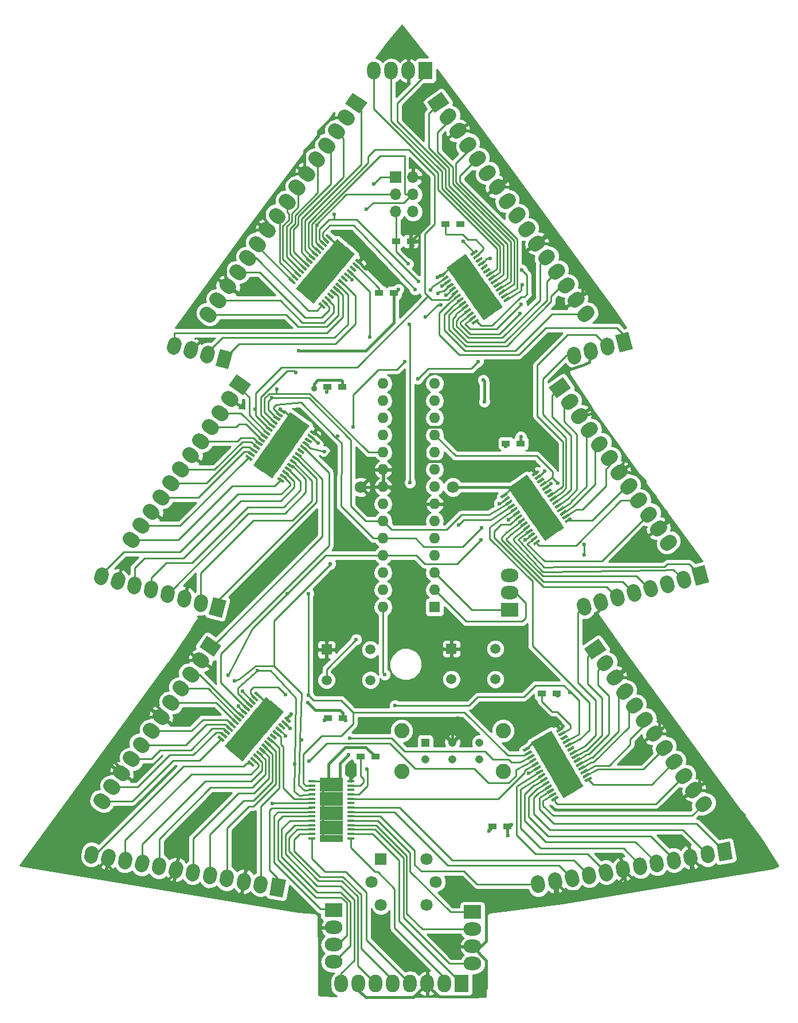
<source format=gtl>
G04 #@! TF.FileFunction,Copper,L1,Top,Signal*
%FSLAX46Y46*%
G04 Gerber Fmt 4.6, Leading zero omitted, Abs format (unit mm)*
G04 Created by KiCad (PCBNEW 4.0.7) date Sunday, November 19, 2023 'AMt' 11:29:43 AM*
%MOMM*%
%LPD*%
G01*
G04 APERTURE LIST*
%ADD10C,0.020000*%
%ADD11C,2.000000*%
%ADD12R,2.600000X2.000000*%
%ADD13O,2.600000X2.000000*%
%ADD14R,2.000000X2.600000*%
%ADD15O,2.000000X2.600000*%
%ADD16C,1.755000*%
%ADD17R,1.200000X0.900000*%
%ADD18R,1.100000X0.400000*%
%ADD19R,0.890000X1.100000*%
%ADD20C,1.498000*%
%ADD21R,1.498000X1.498000*%
%ADD22R,1.600000X1.600000*%
%ADD23O,1.600000X1.600000*%
%ADD24R,1.800000X1.800000*%
%ADD25C,1.800000*%
%ADD26R,1.700000X1.700000*%
%ADD27O,1.700000X1.700000*%
%ADD28R,1.208000X1.208000*%
%ADD29C,1.208000*%
%ADD30C,2.250000*%
%ADD31C,0.600000*%
%ADD32C,0.900000*%
%ADD33C,0.400000*%
%ADD34C,0.250000*%
%ADD35C,0.254000*%
G04 APERTURE END LIST*
D10*
G36*
X152087406Y-30746857D02*
X154217201Y-29255559D01*
X155364354Y-30893863D01*
X153234559Y-32385161D01*
X152087406Y-30746857D01*
X152087406Y-30746857D01*
G37*
D11*
X155428510Y-32728933D02*
X154937018Y-33073079D01*
X156885394Y-34809579D02*
X156393902Y-35153725D01*
X158342278Y-36890226D02*
X157850786Y-37234372D01*
X159799163Y-38970872D02*
X159307671Y-39315018D01*
X161256047Y-41051518D02*
X160764555Y-41395664D01*
X162712931Y-43132164D02*
X162221439Y-43476310D01*
X164169815Y-45212810D02*
X163678323Y-45556956D01*
X165626699Y-47293457D02*
X165135207Y-47637603D01*
X167083583Y-49374103D02*
X166592091Y-49718249D01*
X168540467Y-51454749D02*
X168048975Y-51798895D01*
X169997352Y-53535395D02*
X169505860Y-53879541D01*
X171454236Y-55616041D02*
X170962744Y-55960187D01*
X172911120Y-57696688D02*
X172419628Y-58040834D01*
X174368004Y-59777334D02*
X173876512Y-60121480D01*
X175824888Y-61857980D02*
X175333396Y-62202126D01*
D10*
G36*
X181807661Y-64690577D02*
X182480591Y-67201985D01*
X180548739Y-67719623D01*
X179875809Y-65208215D01*
X181807661Y-64690577D01*
X181807661Y-64690577D01*
G37*
D11*
X178802394Y-67152278D02*
X178647102Y-66572722D01*
X176348943Y-67809679D02*
X176193651Y-67230123D01*
X173895491Y-68467079D02*
X173740199Y-67887523D01*
D10*
G36*
X170065526Y-72875297D02*
X172195321Y-71383999D01*
X173342474Y-73022303D01*
X171212679Y-74513601D01*
X170065526Y-72875297D01*
X170065526Y-72875297D01*
G37*
D11*
X173406630Y-74857373D02*
X172915138Y-75201519D01*
X174863514Y-76938019D02*
X174372022Y-77282165D01*
X176320398Y-79018666D02*
X175828906Y-79362812D01*
X177777283Y-81099312D02*
X177285791Y-81443458D01*
X179234167Y-83179958D02*
X178742675Y-83524104D01*
X180691051Y-85260604D02*
X180199559Y-85604750D01*
X182147935Y-87341250D02*
X181656443Y-87685396D01*
X183604819Y-89421897D02*
X183113327Y-89766043D01*
X185061703Y-91502543D02*
X184570211Y-91846689D01*
X186518587Y-93583189D02*
X186027095Y-93927335D01*
X187975472Y-95663835D02*
X187483980Y-96007981D01*
D10*
G36*
X193085261Y-99143137D02*
X193758191Y-101654545D01*
X191826339Y-102172183D01*
X191153409Y-99660775D01*
X193085261Y-99143137D01*
X193085261Y-99143137D01*
G37*
D11*
X190079994Y-101604838D02*
X189924702Y-101025282D01*
X187626543Y-102262239D02*
X187471251Y-101682683D01*
X185173091Y-102919639D02*
X185017799Y-102340083D01*
X182719640Y-103577039D02*
X182564348Y-102997483D01*
X180266188Y-104234440D02*
X180110896Y-103654884D01*
X177812736Y-104891840D02*
X177657444Y-104312284D01*
X175359285Y-105549241D02*
X175203993Y-104969685D01*
D10*
G36*
X175285226Y-111508697D02*
X177415021Y-110017399D01*
X178562174Y-111655703D01*
X176432379Y-113147001D01*
X175285226Y-111508697D01*
X175285226Y-111508697D01*
G37*
D11*
X178626330Y-113490773D02*
X178134838Y-113834919D01*
X180083214Y-115571419D02*
X179591722Y-115915565D01*
X181540098Y-117652066D02*
X181048606Y-117996212D01*
X182996983Y-119732712D02*
X182505491Y-120076858D01*
X184453867Y-121813358D02*
X183962375Y-122157504D01*
X185910751Y-123894004D02*
X185419259Y-124238150D01*
X187367635Y-125974650D02*
X186876143Y-126318796D01*
X188824519Y-128055297D02*
X188333027Y-128399443D01*
X190281403Y-130135943D02*
X189789911Y-130480089D01*
X191738287Y-132216589D02*
X191246795Y-132560735D01*
X193195172Y-134297235D02*
X192703680Y-134641381D01*
D10*
G36*
X196783565Y-139998702D02*
X197235050Y-142559202D01*
X195265435Y-142906498D01*
X194813950Y-140345998D01*
X196783565Y-139998702D01*
X196783565Y-139998702D01*
G37*
D11*
X193575182Y-142189108D02*
X193470994Y-141598224D01*
X191073771Y-142630175D02*
X190969583Y-142039291D01*
X188572359Y-143071241D02*
X188468171Y-142480357D01*
X186070947Y-143512307D02*
X185966759Y-142921423D01*
X183569536Y-143953374D02*
X183465348Y-143362490D01*
X181068124Y-144394440D02*
X180963936Y-143803556D01*
X178566712Y-144835507D02*
X178462524Y-144244623D01*
X176065300Y-145276573D02*
X175961112Y-144685689D01*
X173563889Y-145717639D02*
X173459701Y-145126755D01*
X171062477Y-146158706D02*
X170958289Y-145567822D01*
X168561065Y-146599772D02*
X168456877Y-146008888D01*
D12*
X158775400Y-150418800D03*
D13*
X158775400Y-152958800D03*
X158775400Y-155498800D03*
X158775400Y-158038800D03*
D14*
X157187900Y-160985200D03*
D15*
X154647900Y-160985200D03*
X152107900Y-160985200D03*
X149567900Y-160985200D03*
X147027900Y-160985200D03*
X144487900Y-160985200D03*
X141947900Y-160985200D03*
X139407900Y-160985200D03*
D12*
X138252200Y-150152100D03*
D13*
X138252200Y-152692100D03*
X138252200Y-155232100D03*
X138252200Y-157772100D03*
D10*
G36*
X131238230Y-145667298D02*
X130786745Y-148227798D01*
X128817130Y-147880502D01*
X129268615Y-145320002D01*
X131238230Y-145667298D01*
X131238230Y-145667298D01*
G37*
D11*
X127474174Y-146628276D02*
X127578362Y-146037392D01*
X124972763Y-146187209D02*
X125076951Y-145596325D01*
X122471351Y-145746143D02*
X122575539Y-145155259D01*
X119969939Y-145305077D02*
X120074127Y-144714193D01*
X117468528Y-144864010D02*
X117572716Y-144273126D01*
X114967116Y-144422944D02*
X115071304Y-143832060D01*
X112465704Y-143981877D02*
X112569892Y-143390993D01*
X109964292Y-143540811D02*
X110068480Y-142949927D01*
X107462881Y-143099745D02*
X107567069Y-142508861D01*
X104961469Y-142658678D02*
X105065657Y-142067794D01*
X102460057Y-142217612D02*
X102564245Y-141626728D01*
D10*
G36*
X119602419Y-109585599D02*
X121732214Y-111076897D01*
X120585061Y-112715201D01*
X118455266Y-111223903D01*
X119602419Y-109585599D01*
X119602419Y-109585599D01*
G37*
D11*
X118882602Y-113403119D02*
X118391110Y-113058973D01*
X117425718Y-115483765D02*
X116934226Y-115139619D01*
X115968834Y-117564412D02*
X115477342Y-117220266D01*
X114511949Y-119645058D02*
X114020457Y-119300912D01*
X113055065Y-121725704D02*
X112563573Y-121381558D01*
X111598181Y-123806350D02*
X111106689Y-123462204D01*
X110141297Y-125886996D02*
X109649805Y-125542850D01*
X108684413Y-127967643D02*
X108192921Y-127623497D01*
X107227529Y-130048289D02*
X106736037Y-129704143D01*
X105770645Y-132128935D02*
X105279153Y-131784789D01*
X104313760Y-134209581D02*
X103822268Y-133865435D01*
D10*
G36*
X122447691Y-104418195D02*
X121774761Y-106929603D01*
X119842909Y-106411965D01*
X120515839Y-103900557D01*
X122447691Y-104418195D01*
X122447691Y-104418195D01*
G37*
D11*
X118614202Y-105047458D02*
X118769494Y-104467902D01*
X116160751Y-104390057D02*
X116316043Y-103810501D01*
X113707299Y-103732657D02*
X113862591Y-103153101D01*
X111253848Y-103075257D02*
X111409140Y-102495701D01*
X108800396Y-102417856D02*
X108955688Y-101838300D01*
X106346944Y-101760456D02*
X106502236Y-101180900D01*
X103893493Y-101103055D02*
X104048785Y-100523499D01*
D10*
G36*
X123430671Y-67712655D02*
X122757741Y-70224063D01*
X120825889Y-69706425D01*
X121498819Y-67195017D01*
X123430671Y-67712655D01*
X123430671Y-67712655D01*
G37*
D11*
X119597182Y-68341918D02*
X119752474Y-67762362D01*
X117143731Y-67684517D02*
X117299023Y-67104961D01*
X114690279Y-67027117D02*
X114845571Y-66447561D01*
D10*
G36*
X141126379Y-29346999D02*
X143256174Y-30838297D01*
X142109021Y-32476601D01*
X139979226Y-30985303D01*
X141126379Y-29346999D01*
X141126379Y-29346999D01*
G37*
D11*
X140406562Y-33164519D02*
X139915070Y-32820373D01*
X138949678Y-35245165D02*
X138458186Y-34901019D01*
X137492794Y-37325812D02*
X137001302Y-36981666D01*
X136035909Y-39406458D02*
X135544417Y-39062312D01*
X134579025Y-41487104D02*
X134087533Y-41142958D01*
X133122141Y-43567750D02*
X132630649Y-43223604D01*
X131665257Y-45648396D02*
X131173765Y-45304250D01*
X130208373Y-47729043D02*
X129716881Y-47384897D01*
X128751489Y-49809689D02*
X128259997Y-49465543D01*
X127294605Y-51890335D02*
X126803113Y-51546189D01*
X125837720Y-53970981D02*
X125346228Y-53626835D01*
X124380836Y-56051627D02*
X123889344Y-55707481D01*
X122923952Y-58132274D02*
X122432460Y-57788128D01*
X121467068Y-60212920D02*
X120975576Y-59868774D01*
X120010184Y-62293566D02*
X119518692Y-61949420D01*
D14*
X151858980Y-26123900D03*
D15*
X149318980Y-26123900D03*
X146778980Y-26123900D03*
X144238980Y-26123900D03*
D10*
G36*
X123955979Y-70957279D02*
X126085774Y-72448577D01*
X124938621Y-74086881D01*
X122808826Y-72595583D01*
X123955979Y-70957279D01*
X123955979Y-70957279D01*
G37*
D11*
X123236162Y-74774799D02*
X122744670Y-74430653D01*
X121779278Y-76855445D02*
X121287786Y-76511299D01*
X120322394Y-78936092D02*
X119830902Y-78591946D01*
X118865509Y-81016738D02*
X118374017Y-80672592D01*
X117408625Y-83097384D02*
X116917133Y-82753238D01*
X115951741Y-85178030D02*
X115460249Y-84833884D01*
X114494857Y-87258676D02*
X114003365Y-86914530D01*
X113037973Y-89339323D02*
X112546481Y-88995177D01*
X111581089Y-91419969D02*
X111089597Y-91075823D01*
X110124205Y-93500615D02*
X109632713Y-93156469D01*
X108667320Y-95581261D02*
X108175828Y-95237115D01*
D16*
X142305600Y-87632000D03*
X155895600Y-87632000D03*
D17*
X163720600Y-81191100D03*
X165920600Y-81191100D03*
X145013500Y-58897520D03*
X147213500Y-58897520D03*
X137332540Y-72862440D03*
X139532540Y-72862440D03*
X154805200Y-48780700D03*
X157005200Y-48780700D03*
X137454460Y-121790460D03*
X139654460Y-121790460D03*
X161734320Y-137795000D03*
X163934320Y-137795000D03*
X142262680Y-127462280D03*
X144462680Y-127462280D03*
X169057140Y-118160800D03*
X171257140Y-118160800D03*
D10*
G36*
X163099958Y-89346312D02*
X162870527Y-89018652D01*
X163771594Y-88387718D01*
X164001025Y-88715378D01*
X163099958Y-89346312D01*
X163099958Y-89346312D01*
G37*
G36*
X163472783Y-89878761D02*
X163243352Y-89551101D01*
X164144419Y-88920167D01*
X164373850Y-89247827D01*
X163472783Y-89878761D01*
X163472783Y-89878761D01*
G37*
G36*
X163845608Y-90411210D02*
X163616177Y-90083550D01*
X164517244Y-89452616D01*
X164746675Y-89780276D01*
X163845608Y-90411210D01*
X163845608Y-90411210D01*
G37*
G36*
X164218432Y-90943659D02*
X163989001Y-90615999D01*
X164890068Y-89985065D01*
X165119499Y-90312725D01*
X164218432Y-90943659D01*
X164218432Y-90943659D01*
G37*
G36*
X164591257Y-91476108D02*
X164361826Y-91148448D01*
X165262893Y-90517514D01*
X165492324Y-90845174D01*
X164591257Y-91476108D01*
X164591257Y-91476108D01*
G37*
G36*
X164964082Y-92008557D02*
X164734651Y-91680897D01*
X165635718Y-91049963D01*
X165865149Y-91377623D01*
X164964082Y-92008557D01*
X164964082Y-92008557D01*
G37*
G36*
X165336906Y-92541005D02*
X165107475Y-92213345D01*
X166008542Y-91582411D01*
X166237973Y-91910071D01*
X165336906Y-92541005D01*
X165336906Y-92541005D01*
G37*
G36*
X165709731Y-93073454D02*
X165480300Y-92745794D01*
X166381367Y-92114860D01*
X166610798Y-92442520D01*
X165709731Y-93073454D01*
X165709731Y-93073454D01*
G37*
G36*
X166082556Y-93605903D02*
X165853125Y-93278243D01*
X166754192Y-92647309D01*
X166983623Y-92974969D01*
X166082556Y-93605903D01*
X166082556Y-93605903D01*
G37*
G36*
X166455380Y-94138352D02*
X166225949Y-93810692D01*
X167127016Y-93179758D01*
X167356447Y-93507418D01*
X166455380Y-94138352D01*
X166455380Y-94138352D01*
G37*
G36*
X166828205Y-94670801D02*
X166598774Y-94343141D01*
X167499841Y-93712207D01*
X167729272Y-94039867D01*
X166828205Y-94670801D01*
X166828205Y-94670801D01*
G37*
G36*
X167201030Y-95203250D02*
X166971599Y-94875590D01*
X167872666Y-94244656D01*
X168102097Y-94572316D01*
X167201030Y-95203250D01*
X167201030Y-95203250D01*
G37*
G36*
X167573854Y-95735698D02*
X167344423Y-95408038D01*
X168245490Y-94777104D01*
X168474921Y-95104764D01*
X167573854Y-95735698D01*
X167573854Y-95735698D01*
G37*
G36*
X167946679Y-96268147D02*
X167717248Y-95940487D01*
X168618315Y-95309553D01*
X168847746Y-95637213D01*
X167946679Y-96268147D01*
X167946679Y-96268147D01*
G37*
G36*
X172615846Y-92998762D02*
X172386415Y-92671102D01*
X173287482Y-92040168D01*
X173516913Y-92367828D01*
X172615846Y-92998762D01*
X172615846Y-92998762D01*
G37*
G36*
X172243021Y-92466313D02*
X172013590Y-92138653D01*
X172914657Y-91507719D01*
X173144088Y-91835379D01*
X172243021Y-92466313D01*
X172243021Y-92466313D01*
G37*
G36*
X171870196Y-91933864D02*
X171640765Y-91606204D01*
X172541832Y-90975270D01*
X172771263Y-91302930D01*
X171870196Y-91933864D01*
X171870196Y-91933864D01*
G37*
G36*
X171497372Y-91401415D02*
X171267941Y-91073755D01*
X172169008Y-90442821D01*
X172398439Y-90770481D01*
X171497372Y-91401415D01*
X171497372Y-91401415D01*
G37*
G36*
X171124547Y-90868966D02*
X170895116Y-90541306D01*
X171796183Y-89910372D01*
X172025614Y-90238032D01*
X171124547Y-90868966D01*
X171124547Y-90868966D01*
G37*
G36*
X170751722Y-90336517D02*
X170522291Y-90008857D01*
X171423358Y-89377923D01*
X171652789Y-89705583D01*
X170751722Y-90336517D01*
X170751722Y-90336517D01*
G37*
G36*
X170378898Y-89804069D02*
X170149467Y-89476409D01*
X171050534Y-88845475D01*
X171279965Y-89173135D01*
X170378898Y-89804069D01*
X170378898Y-89804069D01*
G37*
G36*
X170006073Y-89271620D02*
X169776642Y-88943960D01*
X170677709Y-88313026D01*
X170907140Y-88640686D01*
X170006073Y-89271620D01*
X170006073Y-89271620D01*
G37*
G36*
X169633248Y-88739171D02*
X169403817Y-88411511D01*
X170304884Y-87780577D01*
X170534315Y-88108237D01*
X169633248Y-88739171D01*
X169633248Y-88739171D01*
G37*
G36*
X169260424Y-88206722D02*
X169030993Y-87879062D01*
X169932060Y-87248128D01*
X170161491Y-87575788D01*
X169260424Y-88206722D01*
X169260424Y-88206722D01*
G37*
G36*
X168887599Y-87674273D02*
X168658168Y-87346613D01*
X169559235Y-86715679D01*
X169788666Y-87043339D01*
X168887599Y-87674273D01*
X168887599Y-87674273D01*
G37*
G36*
X168514774Y-87141824D02*
X168285343Y-86814164D01*
X169186410Y-86183230D01*
X169415841Y-86510890D01*
X168514774Y-87141824D01*
X168514774Y-87141824D01*
G37*
G36*
X168141950Y-86609376D02*
X167912519Y-86281716D01*
X168813586Y-85650782D01*
X169043017Y-85978442D01*
X168141950Y-86609376D01*
X168141950Y-86609376D01*
G37*
G36*
X167769125Y-86076927D02*
X167539694Y-85749267D01*
X168440761Y-85118333D01*
X168670192Y-85445993D01*
X167769125Y-86076927D01*
X167769125Y-86076927D01*
G37*
G36*
X169523606Y-95591242D02*
X168892672Y-94690175D01*
X169621718Y-94179692D01*
X170252652Y-95080759D01*
X169523606Y-95591242D01*
X169523606Y-95591242D01*
G37*
G36*
X170219885Y-95103702D02*
X169588951Y-94202635D01*
X170317997Y-93692152D01*
X170948931Y-94593219D01*
X170219885Y-95103702D01*
X170219885Y-95103702D01*
G37*
G36*
X171612443Y-94128622D02*
X170981509Y-93227555D01*
X171710555Y-92717072D01*
X172341489Y-93618139D01*
X171612443Y-94128622D01*
X171612443Y-94128622D01*
G37*
G36*
X170916164Y-94616162D02*
X170285230Y-93715095D01*
X171014276Y-93204612D01*
X171645210Y-94105679D01*
X170916164Y-94616162D01*
X170916164Y-94616162D01*
G37*
G36*
X170310324Y-93750933D02*
X169679390Y-92849866D01*
X170408436Y-92339383D01*
X171039370Y-93240450D01*
X170310324Y-93750933D01*
X170310324Y-93750933D01*
G37*
G36*
X171006603Y-93263393D02*
X170375669Y-92362326D01*
X171104715Y-91851843D01*
X171735649Y-92752910D01*
X171006603Y-93263393D01*
X171006603Y-93263393D01*
G37*
G36*
X169614045Y-94238473D02*
X168983111Y-93337406D01*
X169712157Y-92826923D01*
X170343091Y-93727990D01*
X169614045Y-94238473D01*
X169614045Y-94238473D01*
G37*
G36*
X168917765Y-94726013D02*
X168286831Y-93824946D01*
X169015877Y-93314463D01*
X169646811Y-94215530D01*
X168917765Y-94726013D01*
X168917765Y-94726013D01*
G37*
G36*
X168311925Y-93860784D02*
X167680991Y-92959717D01*
X168410037Y-92449234D01*
X169040971Y-93350301D01*
X168311925Y-93860784D01*
X168311925Y-93860784D01*
G37*
G36*
X169008205Y-93373244D02*
X168377271Y-92472177D01*
X169106317Y-91961694D01*
X169737251Y-92862761D01*
X169008205Y-93373244D01*
X169008205Y-93373244D01*
G37*
G36*
X170400763Y-92398164D02*
X169769829Y-91497097D01*
X170498875Y-90986614D01*
X171129809Y-91887681D01*
X170400763Y-92398164D01*
X170400763Y-92398164D01*
G37*
G36*
X169704484Y-92885704D02*
X169073550Y-91984637D01*
X169802596Y-91474154D01*
X170433530Y-92375221D01*
X169704484Y-92885704D01*
X169704484Y-92885704D01*
G37*
G36*
X169098644Y-92020474D02*
X168467710Y-91119407D01*
X169196756Y-90608924D01*
X169827690Y-91509991D01*
X169098644Y-92020474D01*
X169098644Y-92020474D01*
G37*
G36*
X169794923Y-91532934D02*
X169163989Y-90631867D01*
X169893035Y-90121384D01*
X170523969Y-91022451D01*
X169794923Y-91532934D01*
X169794923Y-91532934D01*
G37*
G36*
X168402364Y-92508014D02*
X167771430Y-91606947D01*
X168500476Y-91096464D01*
X169131410Y-91997531D01*
X168402364Y-92508014D01*
X168402364Y-92508014D01*
G37*
G36*
X167706085Y-92995554D02*
X167075151Y-92094487D01*
X167804197Y-91584004D01*
X168435131Y-92485071D01*
X167706085Y-92995554D01*
X167706085Y-92995554D01*
G37*
G36*
X167100245Y-92130325D02*
X166469311Y-91229258D01*
X167198357Y-90718775D01*
X167829291Y-91619842D01*
X167100245Y-92130325D01*
X167100245Y-92130325D01*
G37*
G36*
X167796524Y-91642785D02*
X167165590Y-90741718D01*
X167894636Y-90231235D01*
X168525570Y-91132302D01*
X167796524Y-91642785D01*
X167796524Y-91642785D01*
G37*
G36*
X169189083Y-90667705D02*
X168558149Y-89766638D01*
X169287195Y-89256155D01*
X169918129Y-90157222D01*
X169189083Y-90667705D01*
X169189083Y-90667705D01*
G37*
G36*
X168492804Y-91155245D02*
X167861870Y-90254178D01*
X168590916Y-89743695D01*
X169221850Y-90644762D01*
X168492804Y-91155245D01*
X168492804Y-91155245D01*
G37*
G36*
X167886964Y-90290016D02*
X167256030Y-89388949D01*
X167985076Y-88878466D01*
X168616010Y-89779533D01*
X167886964Y-90290016D01*
X167886964Y-90290016D01*
G37*
G36*
X168583243Y-89802476D02*
X167952309Y-88901409D01*
X168681355Y-88390926D01*
X169312289Y-89291993D01*
X168583243Y-89802476D01*
X168583243Y-89802476D01*
G37*
G36*
X167190684Y-90777556D02*
X166559750Y-89876489D01*
X167288796Y-89366006D01*
X167919730Y-90267073D01*
X167190684Y-90777556D01*
X167190684Y-90777556D01*
G37*
G36*
X166494405Y-91265096D02*
X165863471Y-90364029D01*
X166592517Y-89853546D01*
X167223451Y-90754613D01*
X166494405Y-91265096D01*
X166494405Y-91265096D01*
G37*
G36*
X165888565Y-90399866D02*
X165257631Y-89498799D01*
X165986677Y-88988316D01*
X166617611Y-89889383D01*
X165888565Y-90399866D01*
X165888565Y-90399866D01*
G37*
G36*
X166584844Y-89912326D02*
X165953910Y-89011259D01*
X166682956Y-88500776D01*
X167313890Y-89401843D01*
X166584844Y-89912326D01*
X166584844Y-89912326D01*
G37*
G36*
X167977403Y-88937246D02*
X167346469Y-88036179D01*
X168075515Y-87525696D01*
X168706449Y-88426763D01*
X167977403Y-88937246D01*
X167977403Y-88937246D01*
G37*
G36*
X167281123Y-89424786D02*
X166650189Y-88523719D01*
X167379235Y-88013236D01*
X168010169Y-88914303D01*
X167281123Y-89424786D01*
X167281123Y-89424786D01*
G37*
G36*
X166675283Y-88559557D02*
X166044349Y-87658490D01*
X166773395Y-87148007D01*
X167404329Y-88049074D01*
X166675283Y-88559557D01*
X166675283Y-88559557D01*
G37*
G36*
X167371563Y-88072017D02*
X166740629Y-87170950D01*
X167469675Y-86660467D01*
X168100609Y-87561534D01*
X167371563Y-88072017D01*
X167371563Y-88072017D01*
G37*
G36*
X165979004Y-89047097D02*
X165348070Y-88146030D01*
X166077116Y-87635547D01*
X166708050Y-88536614D01*
X165979004Y-89047097D01*
X165979004Y-89047097D01*
G37*
G36*
X165282725Y-89534637D02*
X164651791Y-88633570D01*
X165380837Y-88123087D01*
X166011771Y-89024154D01*
X165282725Y-89534637D01*
X165282725Y-89534637D01*
G37*
G36*
X164676885Y-88669408D02*
X164045951Y-87768341D01*
X164774997Y-87257858D01*
X165405931Y-88158925D01*
X164676885Y-88669408D01*
X164676885Y-88669408D01*
G37*
G36*
X165373164Y-88181868D02*
X164742230Y-87280801D01*
X165471276Y-86770318D01*
X166102210Y-87671385D01*
X165373164Y-88181868D01*
X165373164Y-88181868D01*
G37*
G36*
X166765722Y-87206788D02*
X166134788Y-86305721D01*
X166863834Y-85795238D01*
X167494768Y-86696305D01*
X166765722Y-87206788D01*
X166765722Y-87206788D01*
G37*
G36*
X166069443Y-87694328D02*
X165438509Y-86793261D01*
X166167555Y-86282778D01*
X166798489Y-87183845D01*
X166069443Y-87694328D01*
X166069443Y-87694328D01*
G37*
G36*
X137061389Y-50499434D02*
X137318504Y-50193016D01*
X138161153Y-50900082D01*
X137904038Y-51206500D01*
X137061389Y-50499434D01*
X137061389Y-50499434D01*
G37*
G36*
X136643577Y-50997362D02*
X136900692Y-50690944D01*
X137743341Y-51398010D01*
X137486226Y-51704428D01*
X136643577Y-50997362D01*
X136643577Y-50997362D01*
G37*
G36*
X136225765Y-51495291D02*
X136482880Y-51188873D01*
X137325529Y-51895939D01*
X137068414Y-52202357D01*
X136225765Y-51495291D01*
X136225765Y-51495291D01*
G37*
G36*
X135807953Y-51993220D02*
X136065068Y-51686802D01*
X136907717Y-52393868D01*
X136650602Y-52700286D01*
X135807953Y-51993220D01*
X135807953Y-51993220D01*
G37*
G36*
X135390141Y-52491149D02*
X135647256Y-52184731D01*
X136489905Y-52891797D01*
X136232790Y-53198215D01*
X135390141Y-52491149D01*
X135390141Y-52491149D01*
G37*
G36*
X134972329Y-52989078D02*
X135229444Y-52682660D01*
X136072093Y-53389726D01*
X135814978Y-53696144D01*
X134972329Y-52989078D01*
X134972329Y-52989078D01*
G37*
G36*
X134554517Y-53487007D02*
X134811632Y-53180589D01*
X135654281Y-53887655D01*
X135397166Y-54194073D01*
X134554517Y-53487007D01*
X134554517Y-53487007D01*
G37*
G36*
X134136705Y-53984936D02*
X134393820Y-53678518D01*
X135236469Y-54385584D01*
X134979354Y-54692002D01*
X134136705Y-53984936D01*
X134136705Y-53984936D01*
G37*
G36*
X133718893Y-54482865D02*
X133976008Y-54176447D01*
X134818657Y-54883513D01*
X134561542Y-55189931D01*
X133718893Y-54482865D01*
X133718893Y-54482865D01*
G37*
G36*
X133301081Y-54980794D02*
X133558196Y-54674376D01*
X134400845Y-55381442D01*
X134143730Y-55687860D01*
X133301081Y-54980794D01*
X133301081Y-54980794D01*
G37*
G36*
X132883270Y-55478722D02*
X133140385Y-55172304D01*
X133983034Y-55879370D01*
X133725919Y-56185788D01*
X132883270Y-55478722D01*
X132883270Y-55478722D01*
G37*
G36*
X132465458Y-55976651D02*
X132722573Y-55670233D01*
X133565222Y-56377299D01*
X133308107Y-56683717D01*
X132465458Y-55976651D01*
X132465458Y-55976651D01*
G37*
G36*
X132047646Y-56474580D02*
X132304761Y-56168162D01*
X133147410Y-56875228D01*
X132890295Y-57181646D01*
X132047646Y-56474580D01*
X132047646Y-56474580D01*
G37*
G36*
X131629834Y-56972509D02*
X131886949Y-56666091D01*
X132729598Y-57373157D01*
X132472483Y-57679575D01*
X131629834Y-56972509D01*
X131629834Y-56972509D01*
G37*
G36*
X135996287Y-60636398D02*
X136253402Y-60329980D01*
X137096051Y-61037046D01*
X136838936Y-61343464D01*
X135996287Y-60636398D01*
X135996287Y-60636398D01*
G37*
G36*
X136414099Y-60138470D02*
X136671214Y-59832052D01*
X137513863Y-60539118D01*
X137256748Y-60845536D01*
X136414099Y-60138470D01*
X136414099Y-60138470D01*
G37*
G36*
X136831911Y-59640541D02*
X137089026Y-59334123D01*
X137931675Y-60041189D01*
X137674560Y-60347607D01*
X136831911Y-59640541D01*
X136831911Y-59640541D01*
G37*
G36*
X137249723Y-59142612D02*
X137506838Y-58836194D01*
X138349487Y-59543260D01*
X138092372Y-59849678D01*
X137249723Y-59142612D01*
X137249723Y-59142612D01*
G37*
G36*
X137667535Y-58644683D02*
X137924650Y-58338265D01*
X138767299Y-59045331D01*
X138510184Y-59351749D01*
X137667535Y-58644683D01*
X137667535Y-58644683D01*
G37*
G36*
X138085347Y-58146754D02*
X138342462Y-57840336D01*
X139185111Y-58547402D01*
X138927996Y-58853820D01*
X138085347Y-58146754D01*
X138085347Y-58146754D01*
G37*
G36*
X138503159Y-57648825D02*
X138760274Y-57342407D01*
X139602923Y-58049473D01*
X139345808Y-58355891D01*
X138503159Y-57648825D01*
X138503159Y-57648825D01*
G37*
G36*
X138920971Y-57150896D02*
X139178086Y-56844478D01*
X140020735Y-57551544D01*
X139763620Y-57857962D01*
X138920971Y-57150896D01*
X138920971Y-57150896D01*
G37*
G36*
X139338783Y-56652967D02*
X139595898Y-56346549D01*
X140438547Y-57053615D01*
X140181432Y-57360033D01*
X139338783Y-56652967D01*
X139338783Y-56652967D01*
G37*
G36*
X139756595Y-56155038D02*
X140013710Y-55848620D01*
X140856359Y-56555686D01*
X140599244Y-56862104D01*
X139756595Y-56155038D01*
X139756595Y-56155038D01*
G37*
G36*
X140174406Y-55657110D02*
X140431521Y-55350692D01*
X141274170Y-56057758D01*
X141017055Y-56364176D01*
X140174406Y-55657110D01*
X140174406Y-55657110D01*
G37*
G36*
X140592218Y-55159181D02*
X140849333Y-54852763D01*
X141691982Y-55559829D01*
X141434867Y-55866247D01*
X140592218Y-55159181D01*
X140592218Y-55159181D01*
G37*
G36*
X141010030Y-54661252D02*
X141267145Y-54354834D01*
X142109794Y-55061900D01*
X141852679Y-55368318D01*
X141010030Y-54661252D01*
X141010030Y-54661252D01*
G37*
G36*
X141427842Y-54163323D02*
X141684957Y-53856905D01*
X142527606Y-54563971D01*
X142270491Y-54870389D01*
X141427842Y-54163323D01*
X141427842Y-54163323D01*
G37*
G36*
X132691813Y-58320508D02*
X133398879Y-57477859D01*
X134080659Y-58049940D01*
X133373593Y-58892589D01*
X132691813Y-58320508D01*
X132691813Y-58320508D01*
G37*
G36*
X133342950Y-58866877D02*
X134050016Y-58024228D01*
X134731796Y-58596309D01*
X134024730Y-59438958D01*
X133342950Y-58866877D01*
X133342950Y-58866877D01*
G37*
G36*
X134645226Y-59959616D02*
X135352292Y-59116967D01*
X136034072Y-59689048D01*
X135327006Y-60531697D01*
X134645226Y-59959616D01*
X134645226Y-59959616D01*
G37*
G36*
X133994088Y-59413247D02*
X134701154Y-58570598D01*
X135382934Y-59142679D01*
X134675868Y-59985328D01*
X133994088Y-59413247D01*
X133994088Y-59413247D01*
G37*
G36*
X134673033Y-58604112D02*
X135380099Y-57761463D01*
X136061879Y-58333544D01*
X135354813Y-59176193D01*
X134673033Y-58604112D01*
X134673033Y-58604112D01*
G37*
G36*
X135324170Y-59150482D02*
X136031236Y-58307833D01*
X136713016Y-58879914D01*
X136005950Y-59722563D01*
X135324170Y-59150482D01*
X135324170Y-59150482D01*
G37*
G36*
X134021895Y-58057743D02*
X134728961Y-57215094D01*
X135410741Y-57787175D01*
X134703675Y-58629824D01*
X134021895Y-58057743D01*
X134021895Y-58057743D01*
G37*
G36*
X133370757Y-57511373D02*
X134077823Y-56668724D01*
X134759603Y-57240805D01*
X134052537Y-58083454D01*
X133370757Y-57511373D01*
X133370757Y-57511373D01*
G37*
G36*
X134049702Y-56702239D02*
X134756768Y-55859590D01*
X135438548Y-56431671D01*
X134731482Y-57274320D01*
X134049702Y-56702239D01*
X134049702Y-56702239D01*
G37*
G36*
X134700839Y-57248608D02*
X135407905Y-56405959D01*
X136089685Y-56978040D01*
X135382619Y-57820689D01*
X134700839Y-57248608D01*
X134700839Y-57248608D01*
G37*
G36*
X136003115Y-58341347D02*
X136710181Y-57498698D01*
X137391961Y-58070779D01*
X136684895Y-58913428D01*
X136003115Y-58341347D01*
X136003115Y-58341347D01*
G37*
G36*
X135351977Y-57794978D02*
X136059043Y-56952329D01*
X136740823Y-57524410D01*
X136033757Y-58367059D01*
X135351977Y-57794978D01*
X135351977Y-57794978D01*
G37*
G36*
X136030921Y-56985843D02*
X136737987Y-56143194D01*
X137419767Y-56715275D01*
X136712701Y-57557924D01*
X136030921Y-56985843D01*
X136030921Y-56985843D01*
G37*
G36*
X136682059Y-57532213D02*
X137389125Y-56689564D01*
X138070905Y-57261645D01*
X137363839Y-58104294D01*
X136682059Y-57532213D01*
X136682059Y-57532213D01*
G37*
G36*
X135379784Y-56439474D02*
X136086850Y-55596825D01*
X136768630Y-56168906D01*
X136061564Y-57011555D01*
X135379784Y-56439474D01*
X135379784Y-56439474D01*
G37*
G36*
X134728646Y-55893104D02*
X135435712Y-55050455D01*
X136117492Y-55622536D01*
X135410426Y-56465185D01*
X134728646Y-55893104D01*
X134728646Y-55893104D01*
G37*
G36*
X135407590Y-55083970D02*
X136114656Y-54241321D01*
X136796436Y-54813402D01*
X136089370Y-55656051D01*
X135407590Y-55083970D01*
X135407590Y-55083970D01*
G37*
G36*
X136058728Y-55630339D02*
X136765794Y-54787690D01*
X137447574Y-55359771D01*
X136740508Y-56202420D01*
X136058728Y-55630339D01*
X136058728Y-55630339D01*
G37*
G36*
X137361004Y-56723078D02*
X138068070Y-55880429D01*
X138749850Y-56452510D01*
X138042784Y-57295159D01*
X137361004Y-56723078D01*
X137361004Y-56723078D01*
G37*
G36*
X136709866Y-56176709D02*
X137416932Y-55334060D01*
X138098712Y-55906141D01*
X137391646Y-56748790D01*
X136709866Y-56176709D01*
X136709866Y-56176709D01*
G37*
G36*
X137388810Y-55367574D02*
X138095876Y-54524925D01*
X138777656Y-55097006D01*
X138070590Y-55939655D01*
X137388810Y-55367574D01*
X137388810Y-55367574D01*
G37*
G36*
X138039948Y-55913944D02*
X138747014Y-55071295D01*
X139428794Y-55643376D01*
X138721728Y-56486025D01*
X138039948Y-55913944D01*
X138039948Y-55913944D01*
G37*
G36*
X136737673Y-54821205D02*
X137444739Y-53978556D01*
X138126519Y-54550637D01*
X137419453Y-55393286D01*
X136737673Y-54821205D01*
X136737673Y-54821205D01*
G37*
G36*
X136086535Y-54274835D02*
X136793601Y-53432186D01*
X137475381Y-54004267D01*
X136768315Y-54846916D01*
X136086535Y-54274835D01*
X136086535Y-54274835D01*
G37*
G36*
X136765479Y-53465701D02*
X137472545Y-52623052D01*
X138154325Y-53195133D01*
X137447259Y-54037782D01*
X136765479Y-53465701D01*
X136765479Y-53465701D01*
G37*
G36*
X137416617Y-54012070D02*
X138123683Y-53169421D01*
X138805463Y-53741502D01*
X138098397Y-54584151D01*
X137416617Y-54012070D01*
X137416617Y-54012070D01*
G37*
G36*
X138718892Y-55104809D02*
X139425958Y-54262160D01*
X140107738Y-54834241D01*
X139400672Y-55676890D01*
X138718892Y-55104809D01*
X138718892Y-55104809D01*
G37*
G36*
X138067755Y-54558440D02*
X138774821Y-53715791D01*
X139456601Y-54287872D01*
X138749535Y-55130521D01*
X138067755Y-54558440D01*
X138067755Y-54558440D01*
G37*
G36*
X138746699Y-53749305D02*
X139453765Y-52906656D01*
X140135545Y-53478737D01*
X139428479Y-54321386D01*
X138746699Y-53749305D01*
X138746699Y-53749305D01*
G37*
G36*
X139397837Y-54295675D02*
X140104903Y-53453026D01*
X140786683Y-54025107D01*
X140079617Y-54867756D01*
X139397837Y-54295675D01*
X139397837Y-54295675D01*
G37*
G36*
X138095561Y-53202936D02*
X138802627Y-52360287D01*
X139484407Y-52932368D01*
X138777341Y-53775017D01*
X138095561Y-53202936D01*
X138095561Y-53202936D01*
G37*
G36*
X137444424Y-52656566D02*
X138151490Y-51813917D01*
X138833270Y-52385998D01*
X138126204Y-53228647D01*
X137444424Y-52656566D01*
X137444424Y-52656566D01*
G37*
G36*
X138123368Y-51847432D02*
X138830434Y-51004783D01*
X139512214Y-51576864D01*
X138805148Y-52419513D01*
X138123368Y-51847432D01*
X138123368Y-51847432D01*
G37*
G36*
X138774506Y-52393801D02*
X139481572Y-51551152D01*
X140163352Y-52123233D01*
X139456286Y-52965882D01*
X138774506Y-52393801D01*
X138774506Y-52393801D01*
G37*
G36*
X140076781Y-53486540D02*
X140783847Y-52643891D01*
X141465627Y-53215972D01*
X140758561Y-54058621D01*
X140076781Y-53486540D01*
X140076781Y-53486540D01*
G37*
G36*
X139425644Y-52940171D02*
X140132710Y-52097522D01*
X140814490Y-52669603D01*
X140107424Y-53512252D01*
X139425644Y-52940171D01*
X139425644Y-52940171D01*
G37*
G36*
X130079528Y-76235953D02*
X130308959Y-75908293D01*
X131210026Y-76539227D01*
X130980595Y-76866887D01*
X130079528Y-76235953D01*
X130079528Y-76235953D01*
G37*
G36*
X129706703Y-76768402D02*
X129936134Y-76440742D01*
X130837201Y-77071676D01*
X130607770Y-77399336D01*
X129706703Y-76768402D01*
X129706703Y-76768402D01*
G37*
G36*
X129333879Y-77300850D02*
X129563310Y-76973190D01*
X130464377Y-77604124D01*
X130234946Y-77931784D01*
X129333879Y-77300850D01*
X129333879Y-77300850D01*
G37*
G36*
X128961054Y-77833299D02*
X129190485Y-77505639D01*
X130091552Y-78136573D01*
X129862121Y-78464233D01*
X128961054Y-77833299D01*
X128961054Y-77833299D01*
G37*
G36*
X128588229Y-78365748D02*
X128817660Y-78038088D01*
X129718727Y-78669022D01*
X129489296Y-78996682D01*
X128588229Y-78365748D01*
X128588229Y-78365748D01*
G37*
G36*
X128215405Y-78898197D02*
X128444836Y-78570537D01*
X129345903Y-79201471D01*
X129116472Y-79529131D01*
X128215405Y-78898197D01*
X128215405Y-78898197D01*
G37*
G36*
X127842580Y-79430646D02*
X128072011Y-79102986D01*
X128973078Y-79733920D01*
X128743647Y-80061580D01*
X127842580Y-79430646D01*
X127842580Y-79430646D01*
G37*
G36*
X127469755Y-79963095D02*
X127699186Y-79635435D01*
X128600253Y-80266369D01*
X128370822Y-80594029D01*
X127469755Y-79963095D01*
X127469755Y-79963095D01*
G37*
G36*
X127096931Y-80495543D02*
X127326362Y-80167883D01*
X128227429Y-80798817D01*
X127997998Y-81126477D01*
X127096931Y-80495543D01*
X127096931Y-80495543D01*
G37*
G36*
X126724106Y-81027992D02*
X126953537Y-80700332D01*
X127854604Y-81331266D01*
X127625173Y-81658926D01*
X126724106Y-81027992D01*
X126724106Y-81027992D01*
G37*
G36*
X126351281Y-81560441D02*
X126580712Y-81232781D01*
X127481779Y-81863715D01*
X127252348Y-82191375D01*
X126351281Y-81560441D01*
X126351281Y-81560441D01*
G37*
G36*
X125978457Y-82092890D02*
X126207888Y-81765230D01*
X127108955Y-82396164D01*
X126879524Y-82723824D01*
X125978457Y-82092890D01*
X125978457Y-82092890D01*
G37*
G36*
X125605632Y-82625339D02*
X125835063Y-82297679D01*
X126736130Y-82928613D01*
X126506699Y-83256273D01*
X125605632Y-82625339D01*
X125605632Y-82625339D01*
G37*
G36*
X125232807Y-83157788D02*
X125462238Y-82830128D01*
X126363305Y-83461062D01*
X126133874Y-83788722D01*
X125232807Y-83157788D01*
X125232807Y-83157788D01*
G37*
G36*
X129901974Y-86427173D02*
X130131405Y-86099513D01*
X131032472Y-86730447D01*
X130803041Y-87058107D01*
X129901974Y-86427173D01*
X129901974Y-86427173D01*
G37*
G36*
X130274799Y-85894724D02*
X130504230Y-85567064D01*
X131405297Y-86197998D01*
X131175866Y-86525658D01*
X130274799Y-85894724D01*
X130274799Y-85894724D01*
G37*
G36*
X130647623Y-85362276D02*
X130877054Y-85034616D01*
X131778121Y-85665550D01*
X131548690Y-85993210D01*
X130647623Y-85362276D01*
X130647623Y-85362276D01*
G37*
G36*
X131020448Y-84829827D02*
X131249879Y-84502167D01*
X132150946Y-85133101D01*
X131921515Y-85460761D01*
X131020448Y-84829827D01*
X131020448Y-84829827D01*
G37*
G36*
X131393273Y-84297378D02*
X131622704Y-83969718D01*
X132523771Y-84600652D01*
X132294340Y-84928312D01*
X131393273Y-84297378D01*
X131393273Y-84297378D01*
G37*
G36*
X131766097Y-83764929D02*
X131995528Y-83437269D01*
X132896595Y-84068203D01*
X132667164Y-84395863D01*
X131766097Y-83764929D01*
X131766097Y-83764929D01*
G37*
G36*
X132138922Y-83232480D02*
X132368353Y-82904820D01*
X133269420Y-83535754D01*
X133039989Y-83863414D01*
X132138922Y-83232480D01*
X132138922Y-83232480D01*
G37*
G36*
X132511747Y-82700031D02*
X132741178Y-82372371D01*
X133642245Y-83003305D01*
X133412814Y-83330965D01*
X132511747Y-82700031D01*
X132511747Y-82700031D01*
G37*
G36*
X132884571Y-82167583D02*
X133114002Y-81839923D01*
X134015069Y-82470857D01*
X133785638Y-82798517D01*
X132884571Y-82167583D01*
X132884571Y-82167583D01*
G37*
G36*
X133257396Y-81635134D02*
X133486827Y-81307474D01*
X134387894Y-81938408D01*
X134158463Y-82266068D01*
X133257396Y-81635134D01*
X133257396Y-81635134D01*
G37*
G36*
X133630221Y-81102685D02*
X133859652Y-80775025D01*
X134760719Y-81405959D01*
X134531288Y-81733619D01*
X133630221Y-81102685D01*
X133630221Y-81102685D01*
G37*
G36*
X134003045Y-80570236D02*
X134232476Y-80242576D01*
X135133543Y-80873510D01*
X134904112Y-81201170D01*
X134003045Y-80570236D01*
X134003045Y-80570236D01*
G37*
G36*
X134375870Y-80037787D02*
X134605301Y-79710127D01*
X135506368Y-80341061D01*
X135276937Y-80668721D01*
X134375870Y-80037787D01*
X134375870Y-80037787D01*
G37*
G36*
X134748695Y-79505338D02*
X134978126Y-79177678D01*
X135879193Y-79808612D01*
X135649762Y-80136272D01*
X134748695Y-79505338D01*
X134748695Y-79505338D01*
G37*
G36*
X126408231Y-84408099D02*
X127039165Y-83507032D01*
X127768211Y-84017515D01*
X127137277Y-84918582D01*
X126408231Y-84408099D01*
X126408231Y-84408099D01*
G37*
G36*
X127104510Y-84895639D02*
X127735444Y-83994572D01*
X128464490Y-84505055D01*
X127833556Y-85406122D01*
X127104510Y-84895639D01*
X127104510Y-84895639D01*
G37*
G36*
X128497068Y-85870719D02*
X129128002Y-84969652D01*
X129857048Y-85480135D01*
X129226114Y-86381202D01*
X128497068Y-85870719D01*
X128497068Y-85870719D01*
G37*
G36*
X127800789Y-85383179D02*
X128431723Y-84482112D01*
X129160769Y-84992595D01*
X128529835Y-85893662D01*
X127800789Y-85383179D01*
X127800789Y-85383179D01*
G37*
G36*
X128406629Y-84517950D02*
X129037563Y-83616883D01*
X129766609Y-84127366D01*
X129135675Y-85028433D01*
X128406629Y-84517950D01*
X128406629Y-84517950D01*
G37*
G36*
X129102909Y-85005490D02*
X129733843Y-84104423D01*
X130462889Y-84614906D01*
X129831955Y-85515973D01*
X129102909Y-85005490D01*
X129102909Y-85005490D01*
G37*
G36*
X127710350Y-84030410D02*
X128341284Y-83129343D01*
X129070330Y-83639826D01*
X128439396Y-84540893D01*
X127710350Y-84030410D01*
X127710350Y-84030410D01*
G37*
G36*
X127014071Y-83542870D02*
X127645005Y-82641803D01*
X128374051Y-83152286D01*
X127743117Y-84053353D01*
X127014071Y-83542870D01*
X127014071Y-83542870D01*
G37*
G36*
X127619911Y-82677641D02*
X128250845Y-81776574D01*
X128979891Y-82287057D01*
X128348957Y-83188124D01*
X127619911Y-82677641D01*
X127619911Y-82677641D01*
G37*
G36*
X128316190Y-83165181D02*
X128947124Y-82264114D01*
X129676170Y-82774597D01*
X129045236Y-83675664D01*
X128316190Y-83165181D01*
X128316190Y-83165181D01*
G37*
G36*
X129708749Y-84140261D02*
X130339683Y-83239194D01*
X131068729Y-83749677D01*
X130437795Y-84650744D01*
X129708749Y-84140261D01*
X129708749Y-84140261D01*
G37*
G36*
X129012469Y-83652721D02*
X129643403Y-82751654D01*
X130372449Y-83262137D01*
X129741515Y-84163204D01*
X129012469Y-83652721D01*
X129012469Y-83652721D01*
G37*
G36*
X129618310Y-82787491D02*
X130249244Y-81886424D01*
X130978290Y-82396907D01*
X130347356Y-83297974D01*
X129618310Y-82787491D01*
X129618310Y-82787491D01*
G37*
G36*
X130314589Y-83275031D02*
X130945523Y-82373964D01*
X131674569Y-82884447D01*
X131043635Y-83785514D01*
X130314589Y-83275031D01*
X130314589Y-83275031D01*
G37*
G36*
X128922030Y-82299951D02*
X129552964Y-81398884D01*
X130282010Y-81909367D01*
X129651076Y-82810434D01*
X128922030Y-82299951D01*
X128922030Y-82299951D01*
G37*
G36*
X128225751Y-81812411D02*
X128856685Y-80911344D01*
X129585731Y-81421827D01*
X128954797Y-82322894D01*
X128225751Y-81812411D01*
X128225751Y-81812411D01*
G37*
G36*
X128831591Y-80947182D02*
X129462525Y-80046115D01*
X130191571Y-80556598D01*
X129560637Y-81457665D01*
X128831591Y-80947182D01*
X128831591Y-80947182D01*
G37*
G36*
X129527870Y-81434722D02*
X130158804Y-80533655D01*
X130887850Y-81044138D01*
X130256916Y-81945205D01*
X129527870Y-81434722D01*
X129527870Y-81434722D01*
G37*
G36*
X130920429Y-82409802D02*
X131551363Y-81508735D01*
X132280409Y-82019218D01*
X131649475Y-82920285D01*
X130920429Y-82409802D01*
X130920429Y-82409802D01*
G37*
G36*
X130224150Y-81922262D02*
X130855084Y-81021195D01*
X131584130Y-81531678D01*
X130953196Y-82432745D01*
X130224150Y-81922262D01*
X130224150Y-81922262D01*
G37*
G36*
X130829990Y-81057033D02*
X131460924Y-80155966D01*
X132189970Y-80666449D01*
X131559036Y-81567516D01*
X130829990Y-81057033D01*
X130829990Y-81057033D01*
G37*
G36*
X131526269Y-81544573D02*
X132157203Y-80643506D01*
X132886249Y-81153989D01*
X132255315Y-82055056D01*
X131526269Y-81544573D01*
X131526269Y-81544573D01*
G37*
G36*
X130133710Y-80569493D02*
X130764644Y-79668426D01*
X131493690Y-80178909D01*
X130862756Y-81079976D01*
X130133710Y-80569493D01*
X130133710Y-80569493D01*
G37*
G36*
X129437431Y-80081953D02*
X130068365Y-79180886D01*
X130797411Y-79691369D01*
X130166477Y-80592436D01*
X129437431Y-80081953D01*
X129437431Y-80081953D01*
G37*
G36*
X130043271Y-79216723D02*
X130674205Y-78315656D01*
X131403251Y-78826139D01*
X130772317Y-79727206D01*
X130043271Y-79216723D01*
X130043271Y-79216723D01*
G37*
G36*
X130739551Y-79704263D02*
X131370485Y-78803196D01*
X132099531Y-79313679D01*
X131468597Y-80214746D01*
X130739551Y-79704263D01*
X130739551Y-79704263D01*
G37*
G36*
X132132109Y-80679343D02*
X132763043Y-79778276D01*
X133492089Y-80288759D01*
X132861155Y-81189826D01*
X132132109Y-80679343D01*
X132132109Y-80679343D01*
G37*
G36*
X131435830Y-80191803D02*
X132066764Y-79290736D01*
X132795810Y-79801219D01*
X132164876Y-80702286D01*
X131435830Y-80191803D01*
X131435830Y-80191803D01*
G37*
G36*
X132041670Y-79326574D02*
X132672604Y-78425507D01*
X133401650Y-78935990D01*
X132770716Y-79837057D01*
X132041670Y-79326574D01*
X132041670Y-79326574D01*
G37*
G36*
X132737949Y-79814114D02*
X133368883Y-78913047D01*
X134097929Y-79423530D01*
X133466995Y-80324597D01*
X132737949Y-79814114D01*
X132737949Y-79814114D01*
G37*
G36*
X131345391Y-78839034D02*
X131976325Y-77937967D01*
X132705371Y-78448450D01*
X132074437Y-79349517D01*
X131345391Y-78839034D01*
X131345391Y-78839034D01*
G37*
G36*
X130649111Y-78351494D02*
X131280045Y-77450427D01*
X132009091Y-77960910D01*
X131378157Y-78861977D01*
X130649111Y-78351494D01*
X130649111Y-78351494D01*
G37*
G36*
X131254952Y-77486265D02*
X131885886Y-76585198D01*
X132614932Y-77095681D01*
X131983998Y-77996748D01*
X131254952Y-77486265D01*
X131254952Y-77486265D01*
G37*
G36*
X131951231Y-77973805D02*
X132582165Y-77072738D01*
X133311211Y-77583221D01*
X132680277Y-78484288D01*
X131951231Y-77973805D01*
X131951231Y-77973805D01*
G37*
G36*
X133343789Y-78948885D02*
X133974723Y-78047818D01*
X134703769Y-78558301D01*
X134072835Y-79459368D01*
X133343789Y-78948885D01*
X133343789Y-78948885D01*
G37*
G36*
X132647510Y-78461345D02*
X133278444Y-77560278D01*
X134007490Y-78070761D01*
X133376556Y-78971828D01*
X132647510Y-78461345D01*
X132647510Y-78461345D01*
G37*
G36*
X154027078Y-56753032D02*
X153797647Y-56425372D01*
X154698714Y-55794438D01*
X154928145Y-56122098D01*
X154027078Y-56753032D01*
X154027078Y-56753032D01*
G37*
G36*
X154399903Y-57285481D02*
X154170472Y-56957821D01*
X155071539Y-56326887D01*
X155300970Y-56654547D01*
X154399903Y-57285481D01*
X154399903Y-57285481D01*
G37*
G36*
X154772728Y-57817930D02*
X154543297Y-57490270D01*
X155444364Y-56859336D01*
X155673795Y-57186996D01*
X154772728Y-57817930D01*
X154772728Y-57817930D01*
G37*
G36*
X155145552Y-58350379D02*
X154916121Y-58022719D01*
X155817188Y-57391785D01*
X156046619Y-57719445D01*
X155145552Y-58350379D01*
X155145552Y-58350379D01*
G37*
G36*
X155518377Y-58882828D02*
X155288946Y-58555168D01*
X156190013Y-57924234D01*
X156419444Y-58251894D01*
X155518377Y-58882828D01*
X155518377Y-58882828D01*
G37*
G36*
X155891202Y-59415277D02*
X155661771Y-59087617D01*
X156562838Y-58456683D01*
X156792269Y-58784343D01*
X155891202Y-59415277D01*
X155891202Y-59415277D01*
G37*
G36*
X156264026Y-59947725D02*
X156034595Y-59620065D01*
X156935662Y-58989131D01*
X157165093Y-59316791D01*
X156264026Y-59947725D01*
X156264026Y-59947725D01*
G37*
G36*
X156636851Y-60480174D02*
X156407420Y-60152514D01*
X157308487Y-59521580D01*
X157537918Y-59849240D01*
X156636851Y-60480174D01*
X156636851Y-60480174D01*
G37*
G36*
X157009676Y-61012623D02*
X156780245Y-60684963D01*
X157681312Y-60054029D01*
X157910743Y-60381689D01*
X157009676Y-61012623D01*
X157009676Y-61012623D01*
G37*
G36*
X157382500Y-61545072D02*
X157153069Y-61217412D01*
X158054136Y-60586478D01*
X158283567Y-60914138D01*
X157382500Y-61545072D01*
X157382500Y-61545072D01*
G37*
G36*
X157755325Y-62077521D02*
X157525894Y-61749861D01*
X158426961Y-61118927D01*
X158656392Y-61446587D01*
X157755325Y-62077521D01*
X157755325Y-62077521D01*
G37*
G36*
X158128150Y-62609970D02*
X157898719Y-62282310D01*
X158799786Y-61651376D01*
X159029217Y-61979036D01*
X158128150Y-62609970D01*
X158128150Y-62609970D01*
G37*
G36*
X158500974Y-63142418D02*
X158271543Y-62814758D01*
X159172610Y-62183824D01*
X159402041Y-62511484D01*
X158500974Y-63142418D01*
X158500974Y-63142418D01*
G37*
G36*
X158873799Y-63674867D02*
X158644368Y-63347207D01*
X159545435Y-62716273D01*
X159774866Y-63043933D01*
X158873799Y-63674867D01*
X158873799Y-63674867D01*
G37*
G36*
X163542966Y-60405482D02*
X163313535Y-60077822D01*
X164214602Y-59446888D01*
X164444033Y-59774548D01*
X163542966Y-60405482D01*
X163542966Y-60405482D01*
G37*
G36*
X163170141Y-59873033D02*
X162940710Y-59545373D01*
X163841777Y-58914439D01*
X164071208Y-59242099D01*
X163170141Y-59873033D01*
X163170141Y-59873033D01*
G37*
G36*
X162797316Y-59340584D02*
X162567885Y-59012924D01*
X163468952Y-58381990D01*
X163698383Y-58709650D01*
X162797316Y-59340584D01*
X162797316Y-59340584D01*
G37*
G36*
X162424492Y-58808135D02*
X162195061Y-58480475D01*
X163096128Y-57849541D01*
X163325559Y-58177201D01*
X162424492Y-58808135D01*
X162424492Y-58808135D01*
G37*
G36*
X162051667Y-58275686D02*
X161822236Y-57948026D01*
X162723303Y-57317092D01*
X162952734Y-57644752D01*
X162051667Y-58275686D01*
X162051667Y-58275686D01*
G37*
G36*
X161678842Y-57743237D02*
X161449411Y-57415577D01*
X162350478Y-56784643D01*
X162579909Y-57112303D01*
X161678842Y-57743237D01*
X161678842Y-57743237D01*
G37*
G36*
X161306018Y-57210789D02*
X161076587Y-56883129D01*
X161977654Y-56252195D01*
X162207085Y-56579855D01*
X161306018Y-57210789D01*
X161306018Y-57210789D01*
G37*
G36*
X160933193Y-56678340D02*
X160703762Y-56350680D01*
X161604829Y-55719746D01*
X161834260Y-56047406D01*
X160933193Y-56678340D01*
X160933193Y-56678340D01*
G37*
G36*
X160560368Y-56145891D02*
X160330937Y-55818231D01*
X161232004Y-55187297D01*
X161461435Y-55514957D01*
X160560368Y-56145891D01*
X160560368Y-56145891D01*
G37*
G36*
X160187544Y-55613442D02*
X159958113Y-55285782D01*
X160859180Y-54654848D01*
X161088611Y-54982508D01*
X160187544Y-55613442D01*
X160187544Y-55613442D01*
G37*
G36*
X159814719Y-55080993D02*
X159585288Y-54753333D01*
X160486355Y-54122399D01*
X160715786Y-54450059D01*
X159814719Y-55080993D01*
X159814719Y-55080993D01*
G37*
G36*
X159441894Y-54548544D02*
X159212463Y-54220884D01*
X160113530Y-53589950D01*
X160342961Y-53917610D01*
X159441894Y-54548544D01*
X159441894Y-54548544D01*
G37*
G36*
X159069070Y-54016096D02*
X158839639Y-53688436D01*
X159740706Y-53057502D01*
X159970137Y-53385162D01*
X159069070Y-54016096D01*
X159069070Y-54016096D01*
G37*
G36*
X158696245Y-53483647D02*
X158466814Y-53155987D01*
X159367881Y-52525053D01*
X159597312Y-52852713D01*
X158696245Y-53483647D01*
X158696245Y-53483647D01*
G37*
G36*
X160450726Y-62997962D02*
X159819792Y-62096895D01*
X160548838Y-61586412D01*
X161179772Y-62487479D01*
X160450726Y-62997962D01*
X160450726Y-62997962D01*
G37*
G36*
X161147005Y-62510422D02*
X160516071Y-61609355D01*
X161245117Y-61098872D01*
X161876051Y-61999939D01*
X161147005Y-62510422D01*
X161147005Y-62510422D01*
G37*
G36*
X162539563Y-61535342D02*
X161908629Y-60634275D01*
X162637675Y-60123792D01*
X163268609Y-61024859D01*
X162539563Y-61535342D01*
X162539563Y-61535342D01*
G37*
G36*
X161843284Y-62022882D02*
X161212350Y-61121815D01*
X161941396Y-60611332D01*
X162572330Y-61512399D01*
X161843284Y-62022882D01*
X161843284Y-62022882D01*
G37*
G36*
X161237444Y-61157653D02*
X160606510Y-60256586D01*
X161335556Y-59746103D01*
X161966490Y-60647170D01*
X161237444Y-61157653D01*
X161237444Y-61157653D01*
G37*
G36*
X161933723Y-60670113D02*
X161302789Y-59769046D01*
X162031835Y-59258563D01*
X162662769Y-60159630D01*
X161933723Y-60670113D01*
X161933723Y-60670113D01*
G37*
G36*
X160541165Y-61645193D02*
X159910231Y-60744126D01*
X160639277Y-60233643D01*
X161270211Y-61134710D01*
X160541165Y-61645193D01*
X160541165Y-61645193D01*
G37*
G36*
X159844885Y-62132733D02*
X159213951Y-61231666D01*
X159942997Y-60721183D01*
X160573931Y-61622250D01*
X159844885Y-62132733D01*
X159844885Y-62132733D01*
G37*
G36*
X159239045Y-61267504D02*
X158608111Y-60366437D01*
X159337157Y-59855954D01*
X159968091Y-60757021D01*
X159239045Y-61267504D01*
X159239045Y-61267504D01*
G37*
G36*
X159935325Y-60779964D02*
X159304391Y-59878897D01*
X160033437Y-59368414D01*
X160664371Y-60269481D01*
X159935325Y-60779964D01*
X159935325Y-60779964D01*
G37*
G36*
X161327883Y-59804884D02*
X160696949Y-58903817D01*
X161425995Y-58393334D01*
X162056929Y-59294401D01*
X161327883Y-59804884D01*
X161327883Y-59804884D01*
G37*
G36*
X160631604Y-60292424D02*
X160000670Y-59391357D01*
X160729716Y-58880874D01*
X161360650Y-59781941D01*
X160631604Y-60292424D01*
X160631604Y-60292424D01*
G37*
G36*
X160025764Y-59427194D02*
X159394830Y-58526127D01*
X160123876Y-58015644D01*
X160754810Y-58916711D01*
X160025764Y-59427194D01*
X160025764Y-59427194D01*
G37*
G36*
X160722043Y-58939654D02*
X160091109Y-58038587D01*
X160820155Y-57528104D01*
X161451089Y-58429171D01*
X160722043Y-58939654D01*
X160722043Y-58939654D01*
G37*
G36*
X159329484Y-59914734D02*
X158698550Y-59013667D01*
X159427596Y-58503184D01*
X160058530Y-59404251D01*
X159329484Y-59914734D01*
X159329484Y-59914734D01*
G37*
G36*
X158633205Y-60402274D02*
X158002271Y-59501207D01*
X158731317Y-58990724D01*
X159362251Y-59891791D01*
X158633205Y-60402274D01*
X158633205Y-60402274D01*
G37*
G36*
X158027365Y-59537045D02*
X157396431Y-58635978D01*
X158125477Y-58125495D01*
X158756411Y-59026562D01*
X158027365Y-59537045D01*
X158027365Y-59537045D01*
G37*
G36*
X158723644Y-59049505D02*
X158092710Y-58148438D01*
X158821756Y-57637955D01*
X159452690Y-58539022D01*
X158723644Y-59049505D01*
X158723644Y-59049505D01*
G37*
G36*
X160116203Y-58074425D02*
X159485269Y-57173358D01*
X160214315Y-56662875D01*
X160845249Y-57563942D01*
X160116203Y-58074425D01*
X160116203Y-58074425D01*
G37*
G36*
X159419924Y-58561965D02*
X158788990Y-57660898D01*
X159518036Y-57150415D01*
X160148970Y-58051482D01*
X159419924Y-58561965D01*
X159419924Y-58561965D01*
G37*
G36*
X158814084Y-57696736D02*
X158183150Y-56795669D01*
X158912196Y-56285186D01*
X159543130Y-57186253D01*
X158814084Y-57696736D01*
X158814084Y-57696736D01*
G37*
G36*
X159510363Y-57209196D02*
X158879429Y-56308129D01*
X159608475Y-55797646D01*
X160239409Y-56698713D01*
X159510363Y-57209196D01*
X159510363Y-57209196D01*
G37*
G36*
X158117804Y-58184276D02*
X157486870Y-57283209D01*
X158215916Y-56772726D01*
X158846850Y-57673793D01*
X158117804Y-58184276D01*
X158117804Y-58184276D01*
G37*
G36*
X157421525Y-58671816D02*
X156790591Y-57770749D01*
X157519637Y-57260266D01*
X158150571Y-58161333D01*
X157421525Y-58671816D01*
X157421525Y-58671816D01*
G37*
G36*
X156815685Y-57806586D02*
X156184751Y-56905519D01*
X156913797Y-56395036D01*
X157544731Y-57296103D01*
X156815685Y-57806586D01*
X156815685Y-57806586D01*
G37*
G36*
X157511964Y-57319046D02*
X156881030Y-56417979D01*
X157610076Y-55907496D01*
X158241010Y-56808563D01*
X157511964Y-57319046D01*
X157511964Y-57319046D01*
G37*
G36*
X158904523Y-56343966D02*
X158273589Y-55442899D01*
X159002635Y-54932416D01*
X159633569Y-55833483D01*
X158904523Y-56343966D01*
X158904523Y-56343966D01*
G37*
G36*
X158208243Y-56831506D02*
X157577309Y-55930439D01*
X158306355Y-55419956D01*
X158937289Y-56321023D01*
X158208243Y-56831506D01*
X158208243Y-56831506D01*
G37*
G36*
X157602403Y-55966277D02*
X156971469Y-55065210D01*
X157700515Y-54554727D01*
X158331449Y-55455794D01*
X157602403Y-55966277D01*
X157602403Y-55966277D01*
G37*
G36*
X158298683Y-55478737D02*
X157667749Y-54577670D01*
X158396795Y-54067187D01*
X159027729Y-54968254D01*
X158298683Y-55478737D01*
X158298683Y-55478737D01*
G37*
G36*
X156906124Y-56453817D02*
X156275190Y-55552750D01*
X157004236Y-55042267D01*
X157635170Y-55943334D01*
X156906124Y-56453817D01*
X156906124Y-56453817D01*
G37*
G36*
X156209845Y-56941357D02*
X155578911Y-56040290D01*
X156307957Y-55529807D01*
X156938891Y-56430874D01*
X156209845Y-56941357D01*
X156209845Y-56941357D01*
G37*
G36*
X155604005Y-56076128D02*
X154973071Y-55175061D01*
X155702117Y-54664578D01*
X156333051Y-55565645D01*
X155604005Y-56076128D01*
X155604005Y-56076128D01*
G37*
G36*
X156300284Y-55588588D02*
X155669350Y-54687521D01*
X156398396Y-54177038D01*
X157029330Y-55078105D01*
X156300284Y-55588588D01*
X156300284Y-55588588D01*
G37*
G36*
X157692842Y-54613508D02*
X157061908Y-53712441D01*
X157790954Y-53201958D01*
X158421888Y-54103025D01*
X157692842Y-54613508D01*
X157692842Y-54613508D01*
G37*
G36*
X156996563Y-55101048D02*
X156365629Y-54199981D01*
X157094675Y-53689498D01*
X157725609Y-54590565D01*
X156996563Y-55101048D01*
X156996563Y-55101048D01*
G37*
G36*
X126558489Y-118124394D02*
X126815604Y-117817976D01*
X127658253Y-118525042D01*
X127401138Y-118831460D01*
X126558489Y-118124394D01*
X126558489Y-118124394D01*
G37*
G36*
X126140677Y-118622322D02*
X126397792Y-118315904D01*
X127240441Y-119022970D01*
X126983326Y-119329388D01*
X126140677Y-118622322D01*
X126140677Y-118622322D01*
G37*
G36*
X125722865Y-119120251D02*
X125979980Y-118813833D01*
X126822629Y-119520899D01*
X126565514Y-119827317D01*
X125722865Y-119120251D01*
X125722865Y-119120251D01*
G37*
G36*
X125305053Y-119618180D02*
X125562168Y-119311762D01*
X126404817Y-120018828D01*
X126147702Y-120325246D01*
X125305053Y-119618180D01*
X125305053Y-119618180D01*
G37*
G36*
X124887241Y-120116109D02*
X125144356Y-119809691D01*
X125987005Y-120516757D01*
X125729890Y-120823175D01*
X124887241Y-120116109D01*
X124887241Y-120116109D01*
G37*
G36*
X124469429Y-120614038D02*
X124726544Y-120307620D01*
X125569193Y-121014686D01*
X125312078Y-121321104D01*
X124469429Y-120614038D01*
X124469429Y-120614038D01*
G37*
G36*
X124051617Y-121111967D02*
X124308732Y-120805549D01*
X125151381Y-121512615D01*
X124894266Y-121819033D01*
X124051617Y-121111967D01*
X124051617Y-121111967D01*
G37*
G36*
X123633805Y-121609896D02*
X123890920Y-121303478D01*
X124733569Y-122010544D01*
X124476454Y-122316962D01*
X123633805Y-121609896D01*
X123633805Y-121609896D01*
G37*
G36*
X123215993Y-122107825D02*
X123473108Y-121801407D01*
X124315757Y-122508473D01*
X124058642Y-122814891D01*
X123215993Y-122107825D01*
X123215993Y-122107825D01*
G37*
G36*
X122798181Y-122605754D02*
X123055296Y-122299336D01*
X123897945Y-123006402D01*
X123640830Y-123312820D01*
X122798181Y-122605754D01*
X122798181Y-122605754D01*
G37*
G36*
X122380370Y-123103682D02*
X122637485Y-122797264D01*
X123480134Y-123504330D01*
X123223019Y-123810748D01*
X122380370Y-123103682D01*
X122380370Y-123103682D01*
G37*
G36*
X121962558Y-123601611D02*
X122219673Y-123295193D01*
X123062322Y-124002259D01*
X122805207Y-124308677D01*
X121962558Y-123601611D01*
X121962558Y-123601611D01*
G37*
G36*
X121544746Y-124099540D02*
X121801861Y-123793122D01*
X122644510Y-124500188D01*
X122387395Y-124806606D01*
X121544746Y-124099540D01*
X121544746Y-124099540D01*
G37*
G36*
X121126934Y-124597469D02*
X121384049Y-124291051D01*
X122226698Y-124998117D01*
X121969583Y-125304535D01*
X121126934Y-124597469D01*
X121126934Y-124597469D01*
G37*
G36*
X125493387Y-128261358D02*
X125750502Y-127954940D01*
X126593151Y-128662006D01*
X126336036Y-128968424D01*
X125493387Y-128261358D01*
X125493387Y-128261358D01*
G37*
G36*
X125911199Y-127763430D02*
X126168314Y-127457012D01*
X127010963Y-128164078D01*
X126753848Y-128470496D01*
X125911199Y-127763430D01*
X125911199Y-127763430D01*
G37*
G36*
X126329011Y-127265501D02*
X126586126Y-126959083D01*
X127428775Y-127666149D01*
X127171660Y-127972567D01*
X126329011Y-127265501D01*
X126329011Y-127265501D01*
G37*
G36*
X126746823Y-126767572D02*
X127003938Y-126461154D01*
X127846587Y-127168220D01*
X127589472Y-127474638D01*
X126746823Y-126767572D01*
X126746823Y-126767572D01*
G37*
G36*
X127164635Y-126269643D02*
X127421750Y-125963225D01*
X128264399Y-126670291D01*
X128007284Y-126976709D01*
X127164635Y-126269643D01*
X127164635Y-126269643D01*
G37*
G36*
X127582447Y-125771714D02*
X127839562Y-125465296D01*
X128682211Y-126172362D01*
X128425096Y-126478780D01*
X127582447Y-125771714D01*
X127582447Y-125771714D01*
G37*
G36*
X128000259Y-125273785D02*
X128257374Y-124967367D01*
X129100023Y-125674433D01*
X128842908Y-125980851D01*
X128000259Y-125273785D01*
X128000259Y-125273785D01*
G37*
G36*
X128418071Y-124775856D02*
X128675186Y-124469438D01*
X129517835Y-125176504D01*
X129260720Y-125482922D01*
X128418071Y-124775856D01*
X128418071Y-124775856D01*
G37*
G36*
X128835883Y-124277927D02*
X129092998Y-123971509D01*
X129935647Y-124678575D01*
X129678532Y-124984993D01*
X128835883Y-124277927D01*
X128835883Y-124277927D01*
G37*
G36*
X129253695Y-123779998D02*
X129510810Y-123473580D01*
X130353459Y-124180646D01*
X130096344Y-124487064D01*
X129253695Y-123779998D01*
X129253695Y-123779998D01*
G37*
G36*
X129671506Y-123282070D02*
X129928621Y-122975652D01*
X130771270Y-123682718D01*
X130514155Y-123989136D01*
X129671506Y-123282070D01*
X129671506Y-123282070D01*
G37*
G36*
X130089318Y-122784141D02*
X130346433Y-122477723D01*
X131189082Y-123184789D01*
X130931967Y-123491207D01*
X130089318Y-122784141D01*
X130089318Y-122784141D01*
G37*
G36*
X130507130Y-122286212D02*
X130764245Y-121979794D01*
X131606894Y-122686860D01*
X131349779Y-122993278D01*
X130507130Y-122286212D01*
X130507130Y-122286212D01*
G37*
G36*
X130924942Y-121788283D02*
X131182057Y-121481865D01*
X132024706Y-122188931D01*
X131767591Y-122495349D01*
X130924942Y-121788283D01*
X130924942Y-121788283D01*
G37*
G36*
X122188913Y-125945468D02*
X122895979Y-125102819D01*
X123577759Y-125674900D01*
X122870693Y-126517549D01*
X122188913Y-125945468D01*
X122188913Y-125945468D01*
G37*
G36*
X122840050Y-126491837D02*
X123547116Y-125649188D01*
X124228896Y-126221269D01*
X123521830Y-127063918D01*
X122840050Y-126491837D01*
X122840050Y-126491837D01*
G37*
G36*
X124142326Y-127584576D02*
X124849392Y-126741927D01*
X125531172Y-127314008D01*
X124824106Y-128156657D01*
X124142326Y-127584576D01*
X124142326Y-127584576D01*
G37*
G36*
X123491188Y-127038207D02*
X124198254Y-126195558D01*
X124880034Y-126767639D01*
X124172968Y-127610288D01*
X123491188Y-127038207D01*
X123491188Y-127038207D01*
G37*
G36*
X124170133Y-126229072D02*
X124877199Y-125386423D01*
X125558979Y-125958504D01*
X124851913Y-126801153D01*
X124170133Y-126229072D01*
X124170133Y-126229072D01*
G37*
G36*
X124821270Y-126775442D02*
X125528336Y-125932793D01*
X126210116Y-126504874D01*
X125503050Y-127347523D01*
X124821270Y-126775442D01*
X124821270Y-126775442D01*
G37*
G36*
X123518995Y-125682703D02*
X124226061Y-124840054D01*
X124907841Y-125412135D01*
X124200775Y-126254784D01*
X123518995Y-125682703D01*
X123518995Y-125682703D01*
G37*
G36*
X122867857Y-125136333D02*
X123574923Y-124293684D01*
X124256703Y-124865765D01*
X123549637Y-125708414D01*
X122867857Y-125136333D01*
X122867857Y-125136333D01*
G37*
G36*
X123546802Y-124327199D02*
X124253868Y-123484550D01*
X124935648Y-124056631D01*
X124228582Y-124899280D01*
X123546802Y-124327199D01*
X123546802Y-124327199D01*
G37*
G36*
X124197939Y-124873568D02*
X124905005Y-124030919D01*
X125586785Y-124603000D01*
X124879719Y-125445649D01*
X124197939Y-124873568D01*
X124197939Y-124873568D01*
G37*
G36*
X125500215Y-125966307D02*
X126207281Y-125123658D01*
X126889061Y-125695739D01*
X126181995Y-126538388D01*
X125500215Y-125966307D01*
X125500215Y-125966307D01*
G37*
G36*
X124849077Y-125419938D02*
X125556143Y-124577289D01*
X126237923Y-125149370D01*
X125530857Y-125992019D01*
X124849077Y-125419938D01*
X124849077Y-125419938D01*
G37*
G36*
X125528021Y-124610803D02*
X126235087Y-123768154D01*
X126916867Y-124340235D01*
X126209801Y-125182884D01*
X125528021Y-124610803D01*
X125528021Y-124610803D01*
G37*
G36*
X126179159Y-125157173D02*
X126886225Y-124314524D01*
X127568005Y-124886605D01*
X126860939Y-125729254D01*
X126179159Y-125157173D01*
X126179159Y-125157173D01*
G37*
G36*
X124876884Y-124064434D02*
X125583950Y-123221785D01*
X126265730Y-123793866D01*
X125558664Y-124636515D01*
X124876884Y-124064434D01*
X124876884Y-124064434D01*
G37*
G36*
X124225746Y-123518064D02*
X124932812Y-122675415D01*
X125614592Y-123247496D01*
X124907526Y-124090145D01*
X124225746Y-123518064D01*
X124225746Y-123518064D01*
G37*
G36*
X124904690Y-122708930D02*
X125611756Y-121866281D01*
X126293536Y-122438362D01*
X125586470Y-123281011D01*
X124904690Y-122708930D01*
X124904690Y-122708930D01*
G37*
G36*
X125555828Y-123255299D02*
X126262894Y-122412650D01*
X126944674Y-122984731D01*
X126237608Y-123827380D01*
X125555828Y-123255299D01*
X125555828Y-123255299D01*
G37*
G36*
X126858104Y-124348038D02*
X127565170Y-123505389D01*
X128246950Y-124077470D01*
X127539884Y-124920119D01*
X126858104Y-124348038D01*
X126858104Y-124348038D01*
G37*
G36*
X126206966Y-123801669D02*
X126914032Y-122959020D01*
X127595812Y-123531101D01*
X126888746Y-124373750D01*
X126206966Y-123801669D01*
X126206966Y-123801669D01*
G37*
G36*
X126885910Y-122992534D02*
X127592976Y-122149885D01*
X128274756Y-122721966D01*
X127567690Y-123564615D01*
X126885910Y-122992534D01*
X126885910Y-122992534D01*
G37*
G36*
X127537048Y-123538904D02*
X128244114Y-122696255D01*
X128925894Y-123268336D01*
X128218828Y-124110985D01*
X127537048Y-123538904D01*
X127537048Y-123538904D01*
G37*
G36*
X126234773Y-122446165D02*
X126941839Y-121603516D01*
X127623619Y-122175597D01*
X126916553Y-123018246D01*
X126234773Y-122446165D01*
X126234773Y-122446165D01*
G37*
G36*
X125583635Y-121899795D02*
X126290701Y-121057146D01*
X126972481Y-121629227D01*
X126265415Y-122471876D01*
X125583635Y-121899795D01*
X125583635Y-121899795D01*
G37*
G36*
X126262579Y-121090661D02*
X126969645Y-120248012D01*
X127651425Y-120820093D01*
X126944359Y-121662742D01*
X126262579Y-121090661D01*
X126262579Y-121090661D01*
G37*
G36*
X126913717Y-121637030D02*
X127620783Y-120794381D01*
X128302563Y-121366462D01*
X127595497Y-122209111D01*
X126913717Y-121637030D01*
X126913717Y-121637030D01*
G37*
G36*
X128215992Y-122729769D02*
X128923058Y-121887120D01*
X129604838Y-122459201D01*
X128897772Y-123301850D01*
X128215992Y-122729769D01*
X128215992Y-122729769D01*
G37*
G36*
X127564855Y-122183400D02*
X128271921Y-121340751D01*
X128953701Y-121912832D01*
X128246635Y-122755481D01*
X127564855Y-122183400D01*
X127564855Y-122183400D01*
G37*
G36*
X128243799Y-121374265D02*
X128950865Y-120531616D01*
X129632645Y-121103697D01*
X128925579Y-121946346D01*
X128243799Y-121374265D01*
X128243799Y-121374265D01*
G37*
G36*
X128894937Y-121920635D02*
X129602003Y-121077986D01*
X130283783Y-121650067D01*
X129576717Y-122492716D01*
X128894937Y-121920635D01*
X128894937Y-121920635D01*
G37*
G36*
X127592661Y-120827896D02*
X128299727Y-119985247D01*
X128981507Y-120557328D01*
X128274441Y-121399977D01*
X127592661Y-120827896D01*
X127592661Y-120827896D01*
G37*
G36*
X126941524Y-120281526D02*
X127648590Y-119438877D01*
X128330370Y-120010958D01*
X127623304Y-120853607D01*
X126941524Y-120281526D01*
X126941524Y-120281526D01*
G37*
G36*
X127620468Y-119472392D02*
X128327534Y-118629743D01*
X129009314Y-119201824D01*
X128302248Y-120044473D01*
X127620468Y-119472392D01*
X127620468Y-119472392D01*
G37*
G36*
X128271606Y-120018761D02*
X128978672Y-119176112D01*
X129660452Y-119748193D01*
X128953386Y-120590842D01*
X128271606Y-120018761D01*
X128271606Y-120018761D01*
G37*
G36*
X129573881Y-121111500D02*
X130280947Y-120268851D01*
X130962727Y-120840932D01*
X130255661Y-121683581D01*
X129573881Y-121111500D01*
X129573881Y-121111500D01*
G37*
G36*
X128922744Y-120565131D02*
X129629810Y-119722482D01*
X130311590Y-120294563D01*
X129604524Y-121137212D01*
X128922744Y-120565131D01*
X128922744Y-120565131D01*
G37*
D18*
X135105020Y-131068100D03*
X135105020Y-131718100D03*
X135105020Y-132368100D03*
X135105020Y-133018100D03*
X135105020Y-133668100D03*
X135105020Y-134318100D03*
X135105020Y-134968100D03*
X135105020Y-135618100D03*
X135105020Y-136268100D03*
X135105020Y-136918100D03*
X135105020Y-137568100D03*
X135105020Y-138218100D03*
X135105020Y-138868100D03*
X135105020Y-139518100D03*
X140805020Y-139518100D03*
X140805020Y-138868100D03*
X140805020Y-138218100D03*
X140805020Y-137568100D03*
X140805020Y-136918100D03*
X140805020Y-136268100D03*
X140805020Y-135618100D03*
X140805020Y-134968100D03*
X140805020Y-134318100D03*
X140805020Y-133668100D03*
X140805020Y-133018100D03*
X140805020Y-132368100D03*
X140805020Y-131718100D03*
X140805020Y-131068100D03*
D19*
X136680020Y-139518100D03*
X137530020Y-139518100D03*
X139230020Y-139518100D03*
X138380020Y-139518100D03*
X138380020Y-138461850D03*
X139230020Y-138461850D03*
X137530020Y-138461850D03*
X136680020Y-138461850D03*
X136680020Y-137405600D03*
X137530020Y-137405600D03*
X139230020Y-137405600D03*
X138380020Y-137405600D03*
X138380020Y-136349350D03*
X139230020Y-136349350D03*
X137530020Y-136349350D03*
X136680020Y-136349350D03*
X136680020Y-135293100D03*
X137530020Y-135293100D03*
X139230020Y-135293100D03*
X138380020Y-135293100D03*
X138380020Y-134236850D03*
X139230020Y-134236850D03*
X137530020Y-134236850D03*
X136680020Y-134236850D03*
X136680020Y-133180600D03*
X137530020Y-133180600D03*
X139230020Y-133180600D03*
X138380020Y-133180600D03*
X138380020Y-132124350D03*
X139230020Y-132124350D03*
X137530020Y-132124350D03*
X136680020Y-132124350D03*
X136680020Y-131068100D03*
X137530020Y-131068100D03*
X139230020Y-131068100D03*
X138380020Y-131068100D03*
D10*
G36*
X166368554Y-126794128D02*
X166168554Y-126447718D01*
X167121182Y-125897718D01*
X167321182Y-126244128D01*
X166368554Y-126794128D01*
X166368554Y-126794128D01*
G37*
G36*
X166693554Y-127357044D02*
X166493554Y-127010634D01*
X167446182Y-126460634D01*
X167646182Y-126807044D01*
X166693554Y-127357044D01*
X166693554Y-127357044D01*
G37*
G36*
X167018554Y-127919961D02*
X166818554Y-127573551D01*
X167771182Y-127023551D01*
X167971182Y-127369961D01*
X167018554Y-127919961D01*
X167018554Y-127919961D01*
G37*
G36*
X167343554Y-128482877D02*
X167143554Y-128136467D01*
X168096182Y-127586467D01*
X168296182Y-127932877D01*
X167343554Y-128482877D01*
X167343554Y-128482877D01*
G37*
G36*
X167668554Y-129045794D02*
X167468554Y-128699384D01*
X168421182Y-128149384D01*
X168621182Y-128495794D01*
X167668554Y-129045794D01*
X167668554Y-129045794D01*
G37*
G36*
X167993554Y-129608710D02*
X167793554Y-129262300D01*
X168746182Y-128712300D01*
X168946182Y-129058710D01*
X167993554Y-129608710D01*
X167993554Y-129608710D01*
G37*
G36*
X168318554Y-130171627D02*
X168118554Y-129825217D01*
X169071182Y-129275217D01*
X169271182Y-129621627D01*
X168318554Y-130171627D01*
X168318554Y-130171627D01*
G37*
G36*
X168643554Y-130734543D02*
X168443554Y-130388133D01*
X169396182Y-129838133D01*
X169596182Y-130184543D01*
X168643554Y-130734543D01*
X168643554Y-130734543D01*
G37*
G36*
X168968554Y-131297460D02*
X168768554Y-130951050D01*
X169721182Y-130401050D01*
X169921182Y-130747460D01*
X168968554Y-131297460D01*
X168968554Y-131297460D01*
G37*
G36*
X169293554Y-131860376D02*
X169093554Y-131513966D01*
X170046182Y-130963966D01*
X170246182Y-131310376D01*
X169293554Y-131860376D01*
X169293554Y-131860376D01*
G37*
G36*
X169618554Y-132423293D02*
X169418554Y-132076883D01*
X170371182Y-131526883D01*
X170571182Y-131873293D01*
X169618554Y-132423293D01*
X169618554Y-132423293D01*
G37*
G36*
X169943554Y-132986209D02*
X169743554Y-132639799D01*
X170696182Y-132089799D01*
X170896182Y-132436209D01*
X169943554Y-132986209D01*
X169943554Y-132986209D01*
G37*
G36*
X170268554Y-133549126D02*
X170068554Y-133202716D01*
X171021182Y-132652716D01*
X171221182Y-132999126D01*
X170268554Y-133549126D01*
X170268554Y-133549126D01*
G37*
G36*
X170593554Y-134112042D02*
X170393554Y-133765632D01*
X171346182Y-133215632D01*
X171546182Y-133562042D01*
X170593554Y-134112042D01*
X170593554Y-134112042D01*
G37*
G36*
X175529898Y-131262042D02*
X175329898Y-130915632D01*
X176282526Y-130365632D01*
X176482526Y-130712042D01*
X175529898Y-131262042D01*
X175529898Y-131262042D01*
G37*
G36*
X175204898Y-130699126D02*
X175004898Y-130352716D01*
X175957526Y-129802716D01*
X176157526Y-130149126D01*
X175204898Y-130699126D01*
X175204898Y-130699126D01*
G37*
G36*
X174879898Y-130136209D02*
X174679898Y-129789799D01*
X175632526Y-129239799D01*
X175832526Y-129586209D01*
X174879898Y-130136209D01*
X174879898Y-130136209D01*
G37*
G36*
X174554898Y-129573293D02*
X174354898Y-129226883D01*
X175307526Y-128676883D01*
X175507526Y-129023293D01*
X174554898Y-129573293D01*
X174554898Y-129573293D01*
G37*
G36*
X174229898Y-129010376D02*
X174029898Y-128663966D01*
X174982526Y-128113966D01*
X175182526Y-128460376D01*
X174229898Y-129010376D01*
X174229898Y-129010376D01*
G37*
G36*
X173904898Y-128447460D02*
X173704898Y-128101050D01*
X174657526Y-127551050D01*
X174857526Y-127897460D01*
X173904898Y-128447460D01*
X173904898Y-128447460D01*
G37*
G36*
X173579898Y-127884543D02*
X173379898Y-127538133D01*
X174332526Y-126988133D01*
X174532526Y-127334543D01*
X173579898Y-127884543D01*
X173579898Y-127884543D01*
G37*
G36*
X173254898Y-127321627D02*
X173054898Y-126975217D01*
X174007526Y-126425217D01*
X174207526Y-126771627D01*
X173254898Y-127321627D01*
X173254898Y-127321627D01*
G37*
G36*
X172929898Y-126758710D02*
X172729898Y-126412300D01*
X173682526Y-125862300D01*
X173882526Y-126208710D01*
X172929898Y-126758710D01*
X172929898Y-126758710D01*
G37*
G36*
X172604898Y-126195794D02*
X172404898Y-125849384D01*
X173357526Y-125299384D01*
X173557526Y-125645794D01*
X172604898Y-126195794D01*
X172604898Y-126195794D01*
G37*
G36*
X172279898Y-125632877D02*
X172079898Y-125286467D01*
X173032526Y-124736467D01*
X173232526Y-125082877D01*
X172279898Y-125632877D01*
X172279898Y-125632877D01*
G37*
G36*
X171954898Y-125069961D02*
X171754898Y-124723551D01*
X172707526Y-124173551D01*
X172907526Y-124519961D01*
X171954898Y-125069961D01*
X171954898Y-125069961D01*
G37*
G36*
X171629898Y-124507044D02*
X171429898Y-124160634D01*
X172382526Y-123610634D01*
X172582526Y-123957044D01*
X171629898Y-124507044D01*
X171629898Y-124507044D01*
G37*
G36*
X171304898Y-123944128D02*
X171104898Y-123597718D01*
X172057526Y-123047718D01*
X172257526Y-123394128D01*
X171304898Y-123944128D01*
X171304898Y-123944128D01*
G37*
G36*
X172223477Y-133575151D02*
X171673477Y-132622523D01*
X172444239Y-132177523D01*
X172994239Y-133130151D01*
X172223477Y-133575151D01*
X172223477Y-133575151D01*
G37*
G36*
X172959598Y-133150151D02*
X172409598Y-132197523D01*
X173180360Y-131752523D01*
X173730360Y-132705151D01*
X172959598Y-133150151D01*
X172959598Y-133150151D01*
G37*
G36*
X174431841Y-132300151D02*
X173881841Y-131347523D01*
X174652603Y-130902523D01*
X175202603Y-131855151D01*
X174431841Y-132300151D01*
X174431841Y-132300151D01*
G37*
G36*
X173695720Y-132725151D02*
X173145720Y-131772523D01*
X173916482Y-131327523D01*
X174466482Y-132280151D01*
X173695720Y-132725151D01*
X173695720Y-132725151D01*
G37*
G36*
X173167595Y-131810412D02*
X172617595Y-130857784D01*
X173388357Y-130412784D01*
X173938357Y-131365412D01*
X173167595Y-131810412D01*
X173167595Y-131810412D01*
G37*
G36*
X173903716Y-131385412D02*
X173353716Y-130432784D01*
X174124478Y-129987784D01*
X174674478Y-130940412D01*
X173903716Y-131385412D01*
X173903716Y-131385412D01*
G37*
G36*
X172431473Y-132235412D02*
X171881473Y-131282784D01*
X172652235Y-130837784D01*
X173202235Y-131790412D01*
X172431473Y-132235412D01*
X172431473Y-132235412D01*
G37*
G36*
X171695352Y-132660412D02*
X171145352Y-131707784D01*
X171916114Y-131262784D01*
X172466114Y-132215412D01*
X171695352Y-132660412D01*
X171695352Y-132660412D01*
G37*
G36*
X171167227Y-131745673D02*
X170617227Y-130793045D01*
X171387989Y-130348045D01*
X171937989Y-131300673D01*
X171167227Y-131745673D01*
X171167227Y-131745673D01*
G37*
G36*
X171903348Y-131320673D02*
X171353348Y-130368045D01*
X172124110Y-129923045D01*
X172674110Y-130875673D01*
X171903348Y-131320673D01*
X171903348Y-131320673D01*
G37*
G36*
X173375591Y-130470673D02*
X172825591Y-129518045D01*
X173596353Y-129073045D01*
X174146353Y-130025673D01*
X173375591Y-130470673D01*
X173375591Y-130470673D01*
G37*
G36*
X172639470Y-130895673D02*
X172089470Y-129943045D01*
X172860232Y-129498045D01*
X173410232Y-130450673D01*
X172639470Y-130895673D01*
X172639470Y-130895673D01*
G37*
G36*
X172111345Y-129980933D02*
X171561345Y-129028305D01*
X172332107Y-128583305D01*
X172882107Y-129535933D01*
X172111345Y-129980933D01*
X172111345Y-129980933D01*
G37*
G36*
X172847466Y-129555933D02*
X172297466Y-128603305D01*
X173068228Y-128158305D01*
X173618228Y-129110933D01*
X172847466Y-129555933D01*
X172847466Y-129555933D01*
G37*
G36*
X171375223Y-130405933D02*
X170825223Y-129453305D01*
X171595985Y-129008305D01*
X172145985Y-129960933D01*
X171375223Y-130405933D01*
X171375223Y-130405933D01*
G37*
G36*
X170639102Y-130830933D02*
X170089102Y-129878305D01*
X170859864Y-129433305D01*
X171409864Y-130385933D01*
X170639102Y-130830933D01*
X170639102Y-130830933D01*
G37*
G36*
X170110977Y-129916194D02*
X169560977Y-128963566D01*
X170331739Y-128518566D01*
X170881739Y-129471194D01*
X170110977Y-129916194D01*
X170110977Y-129916194D01*
G37*
G36*
X170847098Y-129491194D02*
X170297098Y-128538566D01*
X171067860Y-128093566D01*
X171617860Y-129046194D01*
X170847098Y-129491194D01*
X170847098Y-129491194D01*
G37*
G36*
X172319341Y-128641194D02*
X171769341Y-127688566D01*
X172540103Y-127243566D01*
X173090103Y-128196194D01*
X172319341Y-128641194D01*
X172319341Y-128641194D01*
G37*
G36*
X171583220Y-129066194D02*
X171033220Y-128113566D01*
X171803982Y-127668566D01*
X172353982Y-128621194D01*
X171583220Y-129066194D01*
X171583220Y-129066194D01*
G37*
G36*
X171055095Y-128151455D02*
X170505095Y-127198827D01*
X171275857Y-126753827D01*
X171825857Y-127706455D01*
X171055095Y-128151455D01*
X171055095Y-128151455D01*
G37*
G36*
X171791216Y-127726455D02*
X171241216Y-126773827D01*
X172011978Y-126328827D01*
X172561978Y-127281455D01*
X171791216Y-127726455D01*
X171791216Y-127726455D01*
G37*
G36*
X170318973Y-128576455D02*
X169768973Y-127623827D01*
X170539735Y-127178827D01*
X171089735Y-128131455D01*
X170318973Y-128576455D01*
X170318973Y-128576455D01*
G37*
G36*
X169582852Y-129001455D02*
X169032852Y-128048827D01*
X169803614Y-127603827D01*
X170353614Y-128556455D01*
X169582852Y-129001455D01*
X169582852Y-129001455D01*
G37*
G36*
X169054727Y-128086715D02*
X168504727Y-127134087D01*
X169275489Y-126689087D01*
X169825489Y-127641715D01*
X169054727Y-128086715D01*
X169054727Y-128086715D01*
G37*
G36*
X169790848Y-127661715D02*
X169240848Y-126709087D01*
X170011610Y-126264087D01*
X170561610Y-127216715D01*
X169790848Y-127661715D01*
X169790848Y-127661715D01*
G37*
G36*
X171263091Y-126811715D02*
X170713091Y-125859087D01*
X171483853Y-125414087D01*
X172033853Y-126366715D01*
X171263091Y-126811715D01*
X171263091Y-126811715D01*
G37*
G36*
X170526970Y-127236715D02*
X169976970Y-126284087D01*
X170747732Y-125839087D01*
X171297732Y-126791715D01*
X170526970Y-127236715D01*
X170526970Y-127236715D01*
G37*
G36*
X169998845Y-126321976D02*
X169448845Y-125369348D01*
X170219607Y-124924348D01*
X170769607Y-125876976D01*
X169998845Y-126321976D01*
X169998845Y-126321976D01*
G37*
G36*
X170734966Y-125896976D02*
X170184966Y-124944348D01*
X170955728Y-124499348D01*
X171505728Y-125451976D01*
X170734966Y-125896976D01*
X170734966Y-125896976D01*
G37*
G36*
X169262723Y-126746976D02*
X168712723Y-125794348D01*
X169483485Y-125349348D01*
X170033485Y-126301976D01*
X169262723Y-126746976D01*
X169262723Y-126746976D01*
G37*
G36*
X168526602Y-127171976D02*
X167976602Y-126219348D01*
X168747364Y-125774348D01*
X169297364Y-126726976D01*
X168526602Y-127171976D01*
X168526602Y-127171976D01*
G37*
G36*
X167998477Y-126257237D02*
X167448477Y-125304609D01*
X168219239Y-124859609D01*
X168769239Y-125812237D01*
X167998477Y-126257237D01*
X167998477Y-126257237D01*
G37*
G36*
X168734598Y-125832237D02*
X168184598Y-124879609D01*
X168955360Y-124434609D01*
X169505360Y-125387237D01*
X168734598Y-125832237D01*
X168734598Y-125832237D01*
G37*
G36*
X170206841Y-124982237D02*
X169656841Y-124029609D01*
X170427603Y-123584609D01*
X170977603Y-124537237D01*
X170206841Y-124982237D01*
X170206841Y-124982237D01*
G37*
G36*
X169470720Y-125407237D02*
X168920720Y-124454609D01*
X169691482Y-124009609D01*
X170241482Y-124962237D01*
X169470720Y-125407237D01*
X169470720Y-125407237D01*
G37*
D12*
X164249100Y-105727500D03*
D13*
X164249100Y-103187500D03*
X164249100Y-100647500D03*
D17*
X147484920Y-51305460D03*
X149684920Y-51305460D03*
D20*
X137237400Y-116130900D03*
D21*
X137237400Y-111630900D03*
D20*
X143737400Y-116130900D03*
X143737400Y-111630900D03*
X155677800Y-116016600D03*
D21*
X155677800Y-111516600D03*
D20*
X162177800Y-116016600D03*
X162177800Y-111516600D03*
D22*
X153212800Y-105359200D03*
D23*
X145592800Y-72339200D03*
X153212800Y-102819200D03*
X145592800Y-74879200D03*
X153212800Y-100279200D03*
X145592800Y-77419200D03*
X153212800Y-97739200D03*
X145592800Y-79959200D03*
X153212800Y-95199200D03*
X145592800Y-82499200D03*
X153212800Y-92659200D03*
X145592800Y-85039200D03*
X153212800Y-90119200D03*
X145592800Y-87579200D03*
X153212800Y-87579200D03*
X145592800Y-90119200D03*
X153212800Y-85039200D03*
X145592800Y-92659200D03*
X153212800Y-82499200D03*
X145592800Y-95199200D03*
X153212800Y-79959200D03*
X145592800Y-97739200D03*
X153212800Y-77419200D03*
X145592800Y-100279200D03*
X153212800Y-74879200D03*
X145592800Y-102819200D03*
X153212800Y-72339200D03*
X145592800Y-105359200D03*
D24*
X145269340Y-142602340D03*
D25*
X143878100Y-145961100D03*
X145269340Y-149319860D03*
X151986860Y-149319860D03*
X153378100Y-145961100D03*
X151986860Y-142602340D03*
D26*
X147480020Y-41869360D03*
D27*
X150020020Y-41869360D03*
X147480020Y-44409360D03*
X150020020Y-44409360D03*
X147480020Y-46949360D03*
X150020020Y-46949360D03*
D28*
X151829000Y-125369000D03*
D29*
X151829000Y-127869000D03*
X155829000Y-125369000D03*
X155829000Y-127869000D03*
X159829000Y-125369000D03*
X159829000Y-127869000D03*
D30*
X148329000Y-123619000D03*
X148329000Y-129619000D03*
X163329000Y-123619000D03*
X163329000Y-129619000D03*
D31*
X168783000Y-79019400D03*
X159766000Y-121627900D03*
X156667200Y-121767600D03*
X172161200Y-122986800D03*
X141312900Y-130149600D03*
X144729200Y-55372000D03*
X149941280Y-51958240D03*
X132041900Y-121145300D03*
X136982200Y-83426300D03*
X157403800Y-51346100D03*
X150507700Y-51435000D03*
X118872000Y-65798700D03*
X133159500Y-67525900D03*
X160375600Y-71805800D03*
X160540700Y-74993500D03*
X165938200Y-80200500D03*
X157048200Y-48641000D03*
X165920600Y-81191100D03*
X171373800Y-118491000D03*
X164553900Y-137541000D03*
X140081000Y-122059700D03*
X140487400Y-127177800D03*
X164007800Y-139090400D03*
X147866100Y-58394600D03*
X153644600Y-56616600D03*
X134442200Y-119443500D03*
D32*
X135394700Y-73075800D03*
D31*
X130378200Y-76108560D03*
X166547800Y-95453200D03*
X165773100Y-62001400D03*
X166014400Y-60655200D03*
X166103300Y-55549800D03*
X166116000Y-57759600D03*
X169481500Y-85267800D03*
X163677600Y-81661000D03*
X136004300Y-81114900D03*
X137236200Y-73583800D03*
X131826000Y-123266200D03*
X136956800Y-122123200D03*
X160134300Y-93649800D03*
X162737800Y-90068400D03*
X134569200Y-103365300D03*
X148805900Y-69126100D03*
X141160500Y-78752700D03*
X138861800Y-80098900D03*
X134556500Y-118364000D03*
X131191000Y-118262400D03*
X152603200Y-58521600D03*
X150317200Y-58465720D03*
X129141220Y-74452480D03*
X138391900Y-47371000D03*
X137795000Y-98996500D03*
X133578600Y-124980700D03*
X140652500Y-124701300D03*
X154292300Y-57937400D03*
X150799800Y-57277000D03*
X123672600Y-116220240D03*
X124830840Y-117744240D03*
X129882900Y-73190100D03*
X135839200Y-48983900D03*
X127063500Y-114757200D03*
X156743400Y-93268800D03*
X132524500Y-128498600D03*
X134658100Y-128117600D03*
X151853900Y-62534800D03*
X154089100Y-60718700D03*
X153670000Y-59004200D03*
X126720600Y-76161900D03*
X131394200Y-103428800D03*
X167119300Y-129857500D03*
X160070800Y-95427800D03*
X164147500Y-92430600D03*
X129273300Y-134391400D03*
X124233940Y-120015000D03*
X122720100Y-115404900D03*
X170383200Y-87147400D03*
X154914600Y-59270900D03*
X143654780Y-65491360D03*
X161417000Y-53886100D03*
X159639000Y-69075300D03*
X150736300Y-71640700D03*
X171399200Y-87058500D03*
X173164500Y-117919500D03*
X175272700Y-97624900D03*
X175298100Y-96113600D03*
X147358100Y-119862600D03*
X131216400Y-124396500D03*
X143217900Y-129311400D03*
X136972870Y-82383910D03*
X143154400Y-46609000D03*
X140985240Y-56969660D03*
X132709920Y-70744080D03*
X144246600Y-42862500D03*
X149466300Y-63588900D03*
X149288500Y-54648100D03*
X149567900Y-86982300D03*
X141617700Y-110147100D03*
X145846800Y-115341400D03*
X161264600Y-138468100D03*
D33*
X151752300Y-83820000D02*
X151752300Y-80467200D01*
X168490900Y-78727300D02*
X168783000Y-79019400D01*
X152082500Y-78727300D02*
X168490900Y-78727300D01*
X151447500Y-79362300D02*
X152082500Y-78727300D01*
X151447500Y-80162400D02*
X151447500Y-79362300D01*
X151752300Y-80467200D02*
X151447500Y-80162400D01*
X150672800Y-84836000D02*
X150672800Y-88557100D01*
X150672800Y-88557100D02*
X149110700Y-90119200D01*
X145592800Y-87579200D02*
X146392900Y-87579200D01*
X146392900Y-87579200D02*
X148932900Y-90119200D01*
X148932900Y-90119200D02*
X149110700Y-90119200D01*
X149110700Y-90119200D02*
X153212800Y-90119200D01*
X167216313Y-84709000D02*
X168104943Y-85597630D01*
X166509700Y-84709000D02*
X167216313Y-84709000D01*
X165620700Y-83820000D02*
X166509700Y-84709000D01*
X151688800Y-83820000D02*
X151752300Y-83820000D01*
X151752300Y-83820000D02*
X165620700Y-83820000D01*
X150672800Y-84836000D02*
X151688800Y-83820000D01*
X170903900Y-121729500D02*
X172161200Y-122986800D01*
X159867600Y-121729500D02*
X170903900Y-121729500D01*
X159766000Y-121627900D02*
X159867600Y-121729500D01*
X176271297Y-67519901D02*
X176047400Y-69202300D01*
X176250600Y-75768200D02*
X176705429Y-76710345D01*
X172999400Y-70942200D02*
X176250600Y-75768200D01*
X172974000Y-70243700D02*
X172999400Y-70942200D01*
X175094900Y-69621400D02*
X172974000Y-70243700D01*
X176047400Y-69202300D02*
X175094900Y-69621400D01*
X180445305Y-85432677D02*
X181317900Y-83439000D01*
X181317900Y-83439000D02*
X180708300Y-82105500D01*
X180708300Y-82105500D02*
X176784000Y-76695300D01*
X176784000Y-76695300D02*
X176705429Y-76710345D01*
X176705429Y-76710345D02*
X174617768Y-77110092D01*
X180445305Y-85432677D02*
X182003923Y-85432677D01*
X182003923Y-85432677D02*
X182067646Y-85496400D01*
X182067646Y-85496400D02*
X183057800Y-85496400D01*
X183057800Y-85496400D02*
X184289700Y-86728300D01*
X184289700Y-86728300D02*
X184289700Y-87503000D01*
X184289700Y-87503000D02*
X185801000Y-89014300D01*
X185801000Y-89014300D02*
X185801000Y-89687400D01*
X185801000Y-89687400D02*
X187426600Y-91313000D01*
X187426600Y-91313000D02*
X187426600Y-92601503D01*
X187426600Y-92601503D02*
X186272841Y-93755262D01*
X155829000Y-125369000D02*
X155829000Y-122605800D01*
X155829000Y-122605800D02*
X156667200Y-121767600D01*
X171681212Y-123495923D02*
X171681212Y-123466788D01*
X171681212Y-123466788D02*
X172161200Y-122986800D01*
X140805020Y-130657480D02*
X140805020Y-131068100D01*
X141312900Y-130149600D02*
X140805020Y-130657480D01*
X168294721Y-51626822D02*
X170953378Y-51626822D01*
X175031400Y-55704844D02*
X175031400Y-59040265D01*
X170953378Y-51626822D02*
X175031400Y-55704844D01*
X175031400Y-59040265D02*
X174122258Y-59949407D01*
X162467185Y-43304237D02*
X165579837Y-43304237D01*
X169760900Y-50160643D02*
X168294721Y-51626822D01*
X169760900Y-48780700D02*
X169760900Y-50160643D01*
X167640000Y-46659800D02*
X169760900Y-48780700D01*
X167640000Y-45364400D02*
X167640000Y-46659800D01*
X165579837Y-43304237D02*
X167640000Y-45364400D01*
X156639648Y-34981652D02*
X159480748Y-34981652D01*
X163398200Y-42373222D02*
X162467185Y-43304237D01*
X163398200Y-40005000D02*
X163398200Y-42373222D01*
X162001200Y-38608000D02*
X163398200Y-40005000D01*
X162001200Y-37502104D02*
X162001200Y-38608000D01*
X159480748Y-34981652D02*
X162001200Y-37502104D01*
X177735090Y-104602062D02*
X177735090Y-105614610D01*
X177735090Y-105614610D02*
X177088800Y-106260900D01*
X177088800Y-106260900D02*
X177088800Y-107746800D01*
X177088800Y-107746800D02*
X180098700Y-110756700D01*
X180098700Y-110756700D02*
X180098700Y-112395000D01*
X180098700Y-112395000D02*
X181051200Y-113347500D01*
X181051200Y-113347500D02*
X181051200Y-114529760D01*
X181051200Y-114529760D02*
X179837468Y-115743492D01*
X179837468Y-115743492D02*
X183129692Y-115743492D01*
X186385200Y-120815100D02*
X186385200Y-123345882D01*
X184962800Y-119392700D02*
X186385200Y-120815100D01*
X184962800Y-117576600D02*
X184962800Y-119392700D01*
X183129692Y-115743492D02*
X184962800Y-117576600D01*
X186385200Y-123345882D02*
X185665005Y-124066077D01*
X185665005Y-124066077D02*
X188416977Y-124066077D01*
X192328800Y-129349500D02*
X192328800Y-131552403D01*
X191262000Y-128282700D02*
X192328800Y-129349500D01*
X191262000Y-126911100D02*
X191262000Y-128282700D01*
X188416977Y-124066077D02*
X191262000Y-126911100D01*
X192328800Y-131552403D02*
X191492541Y-132388662D01*
X191492541Y-132388662D02*
X195202862Y-132388662D01*
X192971644Y-144284700D02*
X191021677Y-142334733D01*
X197256400Y-144284700D02*
X192971644Y-144284700D01*
X198882000Y-142659100D02*
X197256400Y-144284700D01*
X198882000Y-136067800D02*
X198882000Y-142659100D01*
X195202862Y-132388662D02*
X198882000Y-136067800D01*
X191021677Y-142334733D02*
X191021677Y-144118623D01*
X182535232Y-145618200D02*
X181016030Y-144098998D01*
X189522100Y-145618200D02*
X182535232Y-145618200D01*
X191021677Y-144118623D02*
X189522100Y-145618200D01*
X181016030Y-144098998D02*
X181016030Y-145386670D01*
X181016030Y-145386670D02*
X179108100Y-147294600D01*
X172441719Y-147294600D02*
X171010383Y-145863264D01*
X179108100Y-147294600D02*
X172441719Y-147294600D01*
X171010383Y-145863264D02*
X171010383Y-148759983D01*
X160820100Y-154724100D02*
X160045400Y-155498800D01*
X160820100Y-150761700D02*
X160820100Y-154724100D01*
X162458400Y-149123400D02*
X160820100Y-150761700D01*
X170646966Y-149123400D02*
X162458400Y-149123400D01*
X171010383Y-148759983D02*
X170646966Y-149123400D01*
X160045400Y-155498800D02*
X158775400Y-155498800D01*
X144729200Y-55372000D02*
X142986077Y-55372000D01*
X149684920Y-51701880D02*
X149941280Y-51958240D01*
X142986077Y-55372000D02*
X141977724Y-54363647D01*
X131474824Y-121988607D02*
X131474824Y-121712376D01*
X131474824Y-121712376D02*
X132041900Y-121145300D01*
X135313944Y-79656975D02*
X135651275Y-79656975D01*
X138137900Y-82257900D02*
X136982200Y-83426300D01*
X135651275Y-79656975D02*
X138137900Y-82257900D01*
D34*
X159032063Y-53004350D02*
X159032063Y-52974363D01*
X159032063Y-52974363D02*
X157403800Y-51346100D01*
D33*
X150507700Y-51435000D02*
X150378160Y-51305460D01*
D34*
X150378160Y-51305460D02*
X149684920Y-51305460D01*
X138252200Y-152692100D02*
X138010900Y-152692100D01*
X152107900Y-160985200D02*
X152107900Y-161175700D01*
D33*
X152107900Y-161175700D02*
X153847800Y-162915600D01*
X153847800Y-162915600D02*
X159524700Y-162915600D01*
X159524700Y-162915600D02*
X160820100Y-161620200D01*
X160820100Y-161620200D02*
X160820100Y-157543500D01*
X160820100Y-157543500D02*
X158775400Y-155498800D01*
D34*
X141947900Y-160985200D02*
X141947900Y-161950400D01*
D33*
X141947900Y-161950400D02*
X143002000Y-163004500D01*
X150088600Y-163004500D02*
X152107900Y-160985200D01*
X143002000Y-163004500D02*
X150088600Y-163004500D01*
D34*
X115019210Y-144127502D02*
X115019210Y-144441790D01*
D33*
X115019210Y-144441790D02*
X113728500Y-145732500D01*
X113728500Y-145732500D02*
X107137200Y-145732500D01*
X107137200Y-145732500D02*
X105013563Y-143608863D01*
D34*
X105013563Y-143608863D02*
X105013563Y-142363236D01*
X112809319Y-121553631D02*
X112809319Y-120581719D01*
D33*
X112809319Y-120581719D02*
X112153700Y-119926100D01*
X112153700Y-119926100D02*
X112153700Y-118452900D01*
X112153700Y-118452900D02*
X113715800Y-116890800D01*
X113715800Y-116890800D02*
X113715800Y-115773200D01*
X113715800Y-115773200D02*
X116257954Y-113231046D01*
X116257954Y-113231046D02*
X118636856Y-113231046D01*
X106981783Y-129876216D02*
X104260984Y-129876216D01*
X102926999Y-144449800D02*
X105013563Y-142363236D01*
X101307900Y-144449800D02*
X102926999Y-144449800D01*
X100634800Y-143776700D02*
X101307900Y-144449800D01*
X100634800Y-133502400D02*
X100634800Y-143776700D01*
X104260984Y-129876216D02*
X100634800Y-133502400D01*
X128505743Y-49637616D02*
X128505743Y-48483043D01*
X128505743Y-48483043D02*
X128079500Y-48056800D01*
X128079500Y-48056800D02*
X128079500Y-46621700D01*
X128079500Y-46621700D02*
X129476500Y-45224700D01*
X129476500Y-45224700D02*
X129476500Y-44589700D01*
X129476500Y-44589700D02*
X130898900Y-43167300D01*
X130898900Y-43167300D02*
X130898900Y-42583100D01*
X130898900Y-42583100D02*
X132166969Y-41315031D01*
X132166969Y-41315031D02*
X134333279Y-41315031D01*
D34*
X122678206Y-57960201D02*
X122678206Y-56955706D01*
D33*
X122678206Y-56955706D02*
X122262900Y-56540400D01*
X122262900Y-56540400D02*
X122262900Y-54178200D01*
X122262900Y-54178200D02*
X125031500Y-51409600D01*
X125031500Y-51409600D02*
X125031500Y-50914300D01*
X125031500Y-50914300D02*
X126308184Y-49637616D01*
X126308184Y-49637616D02*
X128505743Y-49637616D01*
D34*
X128270000Y-49401873D02*
X128505743Y-49637616D01*
D33*
X140160816Y-32992446D02*
X138072246Y-32992446D01*
X138072246Y-32992446D02*
X136017000Y-35047692D01*
X136017000Y-35047692D02*
X136017000Y-35864800D01*
X136017000Y-35864800D02*
X133972300Y-37909500D01*
X133972300Y-37909500D02*
X133972300Y-40674652D01*
D34*
X133692900Y-40674652D02*
X134333279Y-41315031D01*
D33*
X150020020Y-41869360D02*
X150987760Y-41869360D01*
X152328880Y-48661500D02*
X149684920Y-51305460D01*
X152328880Y-43210480D02*
X152328880Y-48661500D01*
X150987760Y-41869360D02*
X152328880Y-43210480D01*
D34*
X149684920Y-51701880D02*
X149684920Y-51305460D01*
X106981783Y-129876216D02*
X106981783Y-129305843D01*
D33*
X106981783Y-129305843D02*
X105892600Y-128216660D01*
X110124849Y-121553631D02*
X112809319Y-121553631D01*
X105892600Y-125785880D02*
X110124849Y-121553631D01*
X105892600Y-128216660D02*
X105892600Y-125785880D01*
D34*
X117221377Y-67394739D02*
X117275961Y-67394739D01*
D33*
X117275961Y-67394739D02*
X118872000Y-65798700D01*
X145592800Y-87579200D02*
X145592800Y-85039200D01*
X142305600Y-87632000D02*
X145540000Y-87632000D01*
D34*
X145540000Y-87632000D02*
X145592800Y-87579200D01*
D33*
X147213500Y-58897520D02*
X147213500Y-63365200D01*
X143052800Y-67525900D02*
X133159500Y-67525900D01*
X147213500Y-63365200D02*
X143052800Y-67525900D01*
X160375600Y-71805800D02*
X160540700Y-71970900D01*
X160540700Y-71970900D02*
X160540700Y-74993500D01*
X165920600Y-80218100D02*
X165920600Y-81191100D01*
X165938200Y-80200500D02*
X165920600Y-80218100D01*
X157048200Y-48641000D02*
X157005200Y-48684000D01*
X157005200Y-48684000D02*
X157005200Y-48780700D01*
X171373800Y-118491000D02*
X171257140Y-118160800D01*
X163934320Y-137795000D02*
X164299900Y-137795000D01*
X164299900Y-137795000D02*
X164553900Y-137541000D01*
X139230020Y-131068100D02*
X139230020Y-128435180D01*
X140081000Y-122059700D02*
X139811760Y-121790460D01*
X139230020Y-128435180D02*
X140487400Y-127177800D01*
X139811760Y-121790460D02*
X139654460Y-121790460D01*
X137530020Y-131068100D02*
X137530020Y-128560380D01*
X143073300Y-126072900D02*
X144462680Y-127462280D01*
X140017500Y-126072900D02*
X143073300Y-126072900D01*
X137530020Y-128560380D02*
X140017500Y-126072900D01*
X155895600Y-87632000D02*
X164394308Y-87632000D01*
X164394308Y-87632000D02*
X164725941Y-87963633D01*
X163934320Y-139016920D02*
X163934320Y-137795000D01*
X164007800Y-139090400D02*
X163934320Y-139016920D01*
X165920600Y-86790654D02*
X166118499Y-86988553D01*
X154362896Y-56273735D02*
X153987465Y-56273735D01*
X147866100Y-58394600D02*
X147363180Y-58897520D01*
X153987465Y-56273735D02*
X153644600Y-56616600D01*
X147363180Y-58897520D02*
X147213500Y-58897520D01*
X139654460Y-120960060D02*
X139654460Y-121790460D01*
X139255500Y-120561100D02*
X139654460Y-120960060D01*
X135559800Y-120561100D02*
X139255500Y-120561100D01*
X134442200Y-119443500D02*
X135559800Y-120561100D01*
X139532540Y-72862440D02*
X139532540Y-71981240D01*
X139532540Y-71981240D02*
X139382500Y-71831200D01*
X139382500Y-71831200D02*
X135953500Y-71831200D01*
X135953500Y-71831200D02*
X135394700Y-72390000D01*
X135394700Y-72390000D02*
X135394700Y-73075800D01*
D34*
X131934942Y-77290973D02*
X132143681Y-77290973D01*
X130378200Y-76108560D02*
X130644777Y-76375137D01*
X130644777Y-76375137D02*
X130644777Y-76387590D01*
X126930238Y-118324718D02*
X127108371Y-118324718D01*
X124185611Y-126902923D02*
X124290380Y-126902923D01*
X124290380Y-126902923D02*
X124836749Y-127449292D01*
X123534473Y-126356553D02*
X123639241Y-126356553D01*
X123639241Y-126356553D02*
X124185611Y-126902923D01*
X122883336Y-125810184D02*
X122988104Y-125810184D01*
X122988104Y-125810184D02*
X123534473Y-126356553D01*
X123562280Y-125001049D02*
X123562280Y-125131240D01*
X123562280Y-125131240D02*
X122883336Y-125810184D01*
X124213418Y-125547419D02*
X124108650Y-125547419D01*
X124108650Y-125547419D02*
X123562280Y-125001049D01*
X124864556Y-126093788D02*
X124759787Y-126093788D01*
X124759787Y-126093788D02*
X124213418Y-125547419D01*
X125515693Y-126640158D02*
X125410926Y-126640158D01*
X125410926Y-126640158D02*
X124864556Y-126093788D01*
X126194638Y-125831023D02*
X126194638Y-125961213D01*
X126194638Y-125961213D02*
X125515693Y-126640158D01*
X125543500Y-125284654D02*
X125648269Y-125284654D01*
X125648269Y-125284654D02*
X126194638Y-125831023D01*
X124892362Y-124738284D02*
X124997130Y-124738284D01*
X124997130Y-124738284D02*
X125543500Y-125284654D01*
X124241225Y-124191915D02*
X124345993Y-124191915D01*
X124345993Y-124191915D02*
X124892362Y-124738284D01*
X124920169Y-123382780D02*
X124920169Y-123512971D01*
X124920169Y-123512971D02*
X124241225Y-124191915D01*
X125571307Y-123929150D02*
X125466539Y-123929150D01*
X125466539Y-123929150D02*
X124920169Y-123382780D01*
X126222444Y-124475519D02*
X126117676Y-124475519D01*
X126117676Y-124475519D02*
X125571307Y-123929150D01*
X126873582Y-125021889D02*
X126768814Y-125021889D01*
X126768814Y-125021889D02*
X126222444Y-124475519D01*
X127552527Y-124212754D02*
X127552527Y-124342944D01*
X127552527Y-124342944D02*
X126873582Y-125021889D01*
X126901389Y-123666385D02*
X127006158Y-123666385D01*
X127006158Y-123666385D02*
X127552527Y-124212754D01*
X126250251Y-123120015D02*
X126355019Y-123120015D01*
X126355019Y-123120015D02*
X126901389Y-123666385D01*
X125599113Y-122573646D02*
X125703882Y-122573646D01*
X125703882Y-122573646D02*
X126250251Y-123120015D01*
X126278058Y-121764511D02*
X126278058Y-121894701D01*
X126278058Y-121894701D02*
X125599113Y-122573646D01*
X126929196Y-122310881D02*
X126824428Y-122310881D01*
X126824428Y-122310881D02*
X126278058Y-121764511D01*
X127580333Y-122857250D02*
X127475565Y-122857250D01*
X127475565Y-122857250D02*
X126929196Y-122310881D01*
X128231471Y-123403620D02*
X128126703Y-123403620D01*
X128126703Y-123403620D02*
X127580333Y-122857250D01*
X128910415Y-122594485D02*
X128910415Y-122724676D01*
X128910415Y-122724676D02*
X128231471Y-123403620D01*
X128259278Y-122048116D02*
X128364046Y-122048116D01*
X128364046Y-122048116D02*
X128910415Y-122594485D01*
X127608140Y-121501746D02*
X127712908Y-121501746D01*
X127712908Y-121501746D02*
X128259278Y-122048116D01*
X126957002Y-120955377D02*
X127061771Y-120955377D01*
X127061771Y-120955377D02*
X127608140Y-121501746D01*
X127635947Y-120146242D02*
X127635947Y-120276432D01*
X127635947Y-120276432D02*
X126957002Y-120955377D01*
X128287084Y-120692612D02*
X128182317Y-120692612D01*
X128182317Y-120692612D02*
X127635947Y-120146242D01*
X128938222Y-121238981D02*
X128833453Y-121238981D01*
X128833453Y-121238981D02*
X128287084Y-120692612D01*
X129589360Y-121785351D02*
X129484592Y-121785351D01*
X129484592Y-121785351D02*
X128938222Y-121238981D01*
X130268304Y-120976216D02*
X130268304Y-121106407D01*
X130268304Y-121106407D02*
X129589360Y-121785351D01*
X129617167Y-120429847D02*
X129721935Y-120429847D01*
X129721935Y-120429847D02*
X130268304Y-120976216D01*
X128966029Y-119883477D02*
X129070797Y-119883477D01*
X129070797Y-119883477D02*
X129617167Y-120429847D01*
X128314891Y-119337108D02*
X128419660Y-119337108D01*
X128419660Y-119337108D02*
X128966029Y-119883477D01*
X128314891Y-119337108D02*
X128120761Y-119337108D01*
X128120761Y-119337108D02*
X127108371Y-118324718D01*
X155653061Y-55370353D02*
X155266278Y-55370353D01*
X155266278Y-55370353D02*
X154362896Y-56273735D01*
X164725941Y-87963633D02*
X164339158Y-87963633D01*
X164339158Y-87963633D02*
X163435776Y-88867015D01*
X168108858Y-125558423D02*
X167532368Y-125558423D01*
X167532368Y-125558423D02*
X166744868Y-126345923D01*
X136680020Y-131068100D02*
X135105020Y-131068100D01*
X137530020Y-131068100D02*
X136680020Y-131068100D01*
X138380020Y-131068100D02*
X137530020Y-131068100D01*
X139230020Y-131068100D02*
X138380020Y-131068100D01*
X139230020Y-132124350D02*
X139230020Y-131068100D01*
X138380020Y-132124350D02*
X139230020Y-132124350D01*
X137530020Y-132124350D02*
X138380020Y-132124350D01*
X136680020Y-132124350D02*
X137530020Y-132124350D01*
X136680020Y-133180600D02*
X136680020Y-132124350D01*
X137530020Y-133180600D02*
X136680020Y-133180600D01*
X138380020Y-133180600D02*
X137530020Y-133180600D01*
X139230020Y-133180600D02*
X138380020Y-133180600D01*
X139230020Y-134236850D02*
X139230020Y-133180600D01*
X138380020Y-134236850D02*
X139230020Y-134236850D01*
X137530020Y-134236850D02*
X138380020Y-134236850D01*
X136680020Y-134236850D02*
X137530020Y-134236850D01*
X136680020Y-135293100D02*
X136680020Y-134236850D01*
X137530020Y-135293100D02*
X136680020Y-135293100D01*
X138380020Y-135293100D02*
X137530020Y-135293100D01*
X139230020Y-135293100D02*
X138380020Y-135293100D01*
X139230020Y-136349350D02*
X139230020Y-135293100D01*
X138380020Y-136349350D02*
X139230020Y-136349350D01*
X137530020Y-136349350D02*
X138380020Y-136349350D01*
X136680020Y-136349350D02*
X137530020Y-136349350D01*
X136680020Y-137405600D02*
X136680020Y-136349350D01*
X137530020Y-137405600D02*
X136680020Y-137405600D01*
X138380020Y-137405600D02*
X137530020Y-137405600D01*
X139230020Y-137405600D02*
X138380020Y-137405600D01*
X139230020Y-138461850D02*
X139230020Y-137405600D01*
X138380020Y-138461850D02*
X139230020Y-138461850D01*
X137530020Y-138461850D02*
X138380020Y-138461850D01*
X136680020Y-138461850D02*
X137530020Y-138461850D01*
X136680020Y-139518100D02*
X136680020Y-138461850D01*
X137530020Y-139518100D02*
X136680020Y-139518100D01*
X138380020Y-139518100D02*
X137530020Y-139518100D01*
X139230020Y-139518100D02*
X138380020Y-139518100D01*
X173806101Y-132026337D02*
X174117222Y-132026337D01*
X174117222Y-132026337D02*
X174542222Y-131601337D01*
X173069979Y-132451337D02*
X173381101Y-132451337D01*
X173381101Y-132451337D02*
X173806101Y-132026337D01*
X172333858Y-132876337D02*
X172644979Y-132876337D01*
X172644979Y-132876337D02*
X173069979Y-132451337D01*
X171805733Y-131961598D02*
X171805733Y-132348212D01*
X171805733Y-132348212D02*
X172333858Y-132876337D01*
X172541854Y-131536598D02*
X172230733Y-131536598D01*
X172230733Y-131536598D02*
X171805733Y-131961598D01*
X173277976Y-131111598D02*
X172966854Y-131111598D01*
X172966854Y-131111598D02*
X172541854Y-131536598D01*
X174014097Y-130686598D02*
X173702976Y-130686598D01*
X173702976Y-130686598D02*
X173277976Y-131111598D01*
X173485972Y-129771859D02*
X173485972Y-130158473D01*
X173485972Y-130158473D02*
X174014097Y-130686598D01*
X172749851Y-130196859D02*
X173060972Y-130196859D01*
X173060972Y-130196859D02*
X173485972Y-129771859D01*
X172013729Y-130621859D02*
X172324851Y-130621859D01*
X172324851Y-130621859D02*
X172749851Y-130196859D01*
X171277608Y-131046859D02*
X171588729Y-131046859D01*
X171588729Y-131046859D02*
X172013729Y-130621859D01*
X170749483Y-130132119D02*
X170749483Y-130518734D01*
X170749483Y-130518734D02*
X171277608Y-131046859D01*
X171485604Y-129707119D02*
X171174483Y-129707119D01*
X171174483Y-129707119D02*
X170749483Y-130132119D01*
X172221726Y-129282119D02*
X171910604Y-129282119D01*
X171910604Y-129282119D02*
X171485604Y-129707119D01*
X172957847Y-128857119D02*
X172646726Y-128857119D01*
X172646726Y-128857119D02*
X172221726Y-129282119D01*
X172429722Y-127942380D02*
X172429722Y-128328994D01*
X172429722Y-128328994D02*
X172957847Y-128857119D01*
X171693601Y-128367380D02*
X172004722Y-128367380D01*
X172004722Y-128367380D02*
X172429722Y-127942380D01*
X170957479Y-128792380D02*
X171268601Y-128792380D01*
X171268601Y-128792380D02*
X171693601Y-128367380D01*
X170221358Y-129217380D02*
X170532479Y-129217380D01*
X170532479Y-129217380D02*
X170957479Y-128792380D01*
X169693233Y-128302641D02*
X169693233Y-128689255D01*
X169693233Y-128689255D02*
X170221358Y-129217380D01*
X170429354Y-127877641D02*
X170118233Y-127877641D01*
X170118233Y-127877641D02*
X169693233Y-128302641D01*
X171165476Y-127452641D02*
X170854354Y-127452641D01*
X170854354Y-127452641D02*
X170429354Y-127877641D01*
X171901597Y-127027641D02*
X171590476Y-127027641D01*
X171590476Y-127027641D02*
X171165476Y-127452641D01*
X171373472Y-126112901D02*
X171373472Y-126499516D01*
X171373472Y-126499516D02*
X171901597Y-127027641D01*
X170637351Y-126537901D02*
X170948472Y-126537901D01*
X170948472Y-126537901D02*
X171373472Y-126112901D01*
X169901229Y-126962901D02*
X170212351Y-126962901D01*
X170212351Y-126962901D02*
X170637351Y-126537901D01*
X169165108Y-127387901D02*
X169476229Y-127387901D01*
X169476229Y-127387901D02*
X169901229Y-126962901D01*
X168636983Y-126473162D02*
X168636983Y-126859776D01*
X168636983Y-126859776D02*
X169165108Y-127387901D01*
X169373104Y-126048162D02*
X169061983Y-126048162D01*
X169061983Y-126048162D02*
X168636983Y-126473162D01*
X170109226Y-125623162D02*
X169798104Y-125623162D01*
X169798104Y-125623162D02*
X169373104Y-126048162D01*
X170845347Y-125198162D02*
X170534226Y-125198162D01*
X170534226Y-125198162D02*
X170109226Y-125623162D01*
X170317222Y-124283423D02*
X170317222Y-124670037D01*
X170317222Y-124670037D02*
X170845347Y-125198162D01*
X169581101Y-124708423D02*
X169892222Y-124708423D01*
X169892222Y-124708423D02*
X170317222Y-124283423D01*
X168844979Y-125133423D02*
X169156101Y-125133423D01*
X169156101Y-125133423D02*
X169581101Y-124708423D01*
X168108858Y-125558423D02*
X168419979Y-125558423D01*
X168419979Y-125558423D02*
X168844979Y-125133423D01*
X170965220Y-93910387D02*
X171173959Y-93910387D01*
X171173959Y-93910387D02*
X171661499Y-93422847D01*
X170268941Y-94397927D02*
X170477680Y-94397927D01*
X170477680Y-94397927D02*
X170965220Y-93910387D01*
X169572662Y-94885467D02*
X169781401Y-94885467D01*
X169781401Y-94885467D02*
X170268941Y-94397927D01*
X168966821Y-94020238D02*
X168966821Y-94279626D01*
X168966821Y-94279626D02*
X169572662Y-94885467D01*
X169663101Y-93532698D02*
X169454361Y-93532698D01*
X169454361Y-93532698D02*
X168966821Y-94020238D01*
X170359380Y-93045158D02*
X170150641Y-93045158D01*
X170150641Y-93045158D02*
X169663101Y-93532698D01*
X171055659Y-92557618D02*
X170846920Y-92557618D01*
X170846920Y-92557618D02*
X170359380Y-93045158D01*
X170449819Y-91692389D02*
X170449819Y-91951778D01*
X170449819Y-91951778D02*
X171055659Y-92557618D01*
X169753540Y-92179929D02*
X169962279Y-92179929D01*
X169962279Y-92179929D02*
X170449819Y-91692389D01*
X169057261Y-92667469D02*
X169266000Y-92667469D01*
X169266000Y-92667469D02*
X169753540Y-92179929D01*
X168360981Y-93155009D02*
X168569721Y-93155009D01*
X168569721Y-93155009D02*
X169057261Y-92667469D01*
X167755141Y-92289779D02*
X167755141Y-92549169D01*
X167755141Y-92549169D02*
X168360981Y-93155009D01*
X168451420Y-91802239D02*
X168242681Y-91802239D01*
X168242681Y-91802239D02*
X167755141Y-92289779D01*
X169147700Y-91314699D02*
X168938960Y-91314699D01*
X168938960Y-91314699D02*
X168451420Y-91802239D01*
X169843979Y-90827159D02*
X169635240Y-90827159D01*
X169635240Y-90827159D02*
X169147700Y-91314699D01*
X169238139Y-89961930D02*
X169238139Y-90221319D01*
X169238139Y-90221319D02*
X169843979Y-90827159D01*
X168541860Y-90449470D02*
X168750599Y-90449470D01*
X168750599Y-90449470D02*
X169238139Y-89961930D01*
X167845580Y-90937010D02*
X168054320Y-90937010D01*
X168054320Y-90937010D02*
X168541860Y-90449470D01*
X167149301Y-91424550D02*
X167358040Y-91424550D01*
X167358040Y-91424550D02*
X167845580Y-90937010D01*
X166543461Y-90559321D02*
X166543461Y-90818710D01*
X166543461Y-90818710D02*
X167149301Y-91424550D01*
X167239740Y-90071781D02*
X167031001Y-90071781D01*
X167031001Y-90071781D02*
X166543461Y-90559321D01*
X167936020Y-89584241D02*
X167727280Y-89584241D01*
X167727280Y-89584241D02*
X167239740Y-90071781D01*
X168632299Y-89096701D02*
X168423560Y-89096701D01*
X168423560Y-89096701D02*
X167936020Y-89584241D01*
X168026459Y-88231471D02*
X168026459Y-88490861D01*
X168026459Y-88490861D02*
X168632299Y-89096701D01*
X167330179Y-88719011D02*
X167538919Y-88719011D01*
X167538919Y-88719011D02*
X168026459Y-88231471D01*
X166633900Y-89206551D02*
X166842639Y-89206551D01*
X166842639Y-89206551D02*
X167330179Y-88719011D01*
X165937621Y-89694091D02*
X166146360Y-89694091D01*
X166146360Y-89694091D02*
X166633900Y-89206551D01*
X165331781Y-88828862D02*
X165331781Y-89088251D01*
X165331781Y-89088251D02*
X165937621Y-89694091D01*
X166028060Y-88341322D02*
X165819321Y-88341322D01*
X165819321Y-88341322D02*
X165331781Y-88828862D01*
X166724339Y-87853782D02*
X166515600Y-87853782D01*
X166515600Y-87853782D02*
X166028060Y-88341322D01*
X167420619Y-87366242D02*
X167211879Y-87366242D01*
X167211879Y-87366242D02*
X166724339Y-87853782D01*
D33*
X166814778Y-86501013D02*
X166814778Y-86760401D01*
D34*
X166814778Y-86760401D02*
X167420619Y-87366242D01*
X166118499Y-86988553D02*
X166327238Y-86988553D01*
X166327238Y-86988553D02*
X166814778Y-86501013D01*
X165422220Y-87476093D02*
X165630959Y-87476093D01*
X165630959Y-87476093D02*
X166118499Y-86988553D01*
X164725941Y-87963633D02*
X164934680Y-87963633D01*
X164934680Y-87963633D02*
X165422220Y-87476093D01*
X161892340Y-61317107D02*
X162101079Y-61317107D01*
X162101079Y-61317107D02*
X162588619Y-60829567D01*
X161196061Y-61804647D02*
X161404800Y-61804647D01*
X161404800Y-61804647D02*
X161892340Y-61317107D01*
X160499782Y-62292187D02*
X160708521Y-62292187D01*
X160708521Y-62292187D02*
X161196061Y-61804647D01*
X159893941Y-61426958D02*
X159893941Y-61686346D01*
X159893941Y-61686346D02*
X160499782Y-62292187D01*
X160590221Y-60939418D02*
X160381481Y-60939418D01*
X160381481Y-60939418D02*
X159893941Y-61426958D01*
X161286500Y-60451878D02*
X161077761Y-60451878D01*
X161077761Y-60451878D02*
X160590221Y-60939418D01*
X161982779Y-59964338D02*
X161774040Y-59964338D01*
X161774040Y-59964338D02*
X161286500Y-60451878D01*
X161376939Y-59099109D02*
X161376939Y-59358498D01*
X161376939Y-59358498D02*
X161982779Y-59964338D01*
X160680660Y-59586649D02*
X160889399Y-59586649D01*
X160889399Y-59586649D02*
X161376939Y-59099109D01*
X159984381Y-60074189D02*
X160193120Y-60074189D01*
X160193120Y-60074189D02*
X160680660Y-59586649D01*
X159288101Y-60561729D02*
X159496841Y-60561729D01*
X159496841Y-60561729D02*
X159984381Y-60074189D01*
X158682261Y-59696499D02*
X158682261Y-59955889D01*
X158682261Y-59955889D02*
X159288101Y-60561729D01*
X159378540Y-59208959D02*
X159169801Y-59208959D01*
X159169801Y-59208959D02*
X158682261Y-59696499D01*
X160074820Y-58721419D02*
X159866080Y-58721419D01*
X159866080Y-58721419D02*
X159378540Y-59208959D01*
X160771099Y-58233879D02*
X160562360Y-58233879D01*
X160562360Y-58233879D02*
X160074820Y-58721419D01*
X160165259Y-57368650D02*
X160165259Y-57628039D01*
X160165259Y-57628039D02*
X160771099Y-58233879D01*
X159468980Y-57856190D02*
X159677719Y-57856190D01*
X159677719Y-57856190D02*
X160165259Y-57368650D01*
X158772700Y-58343730D02*
X158981440Y-58343730D01*
X158981440Y-58343730D02*
X159468980Y-57856190D01*
X158076421Y-58831270D02*
X158285160Y-58831270D01*
X158285160Y-58831270D02*
X158772700Y-58343730D01*
X157470581Y-57966041D02*
X157470581Y-58225430D01*
X157470581Y-58225430D02*
X158076421Y-58831270D01*
X158166860Y-57478501D02*
X157958121Y-57478501D01*
X157958121Y-57478501D02*
X157470581Y-57966041D01*
X158863140Y-56990961D02*
X158654400Y-56990961D01*
X158654400Y-56990961D02*
X158166860Y-57478501D01*
X159559419Y-56503421D02*
X159350680Y-56503421D01*
X159350680Y-56503421D02*
X158863140Y-56990961D01*
X158953579Y-55638191D02*
X158953579Y-55897581D01*
X158953579Y-55897581D02*
X159559419Y-56503421D01*
X158257299Y-56125731D02*
X158466039Y-56125731D01*
X158466039Y-56125731D02*
X158953579Y-55638191D01*
X157561020Y-56613271D02*
X157769759Y-56613271D01*
X157769759Y-56613271D02*
X158257299Y-56125731D01*
X156864741Y-57100811D02*
X157073480Y-57100811D01*
X157073480Y-57100811D02*
X157561020Y-56613271D01*
X156258901Y-56235582D02*
X156258901Y-56494971D01*
X156258901Y-56494971D02*
X156864741Y-57100811D01*
X156955180Y-55748042D02*
X156746441Y-55748042D01*
X156746441Y-55748042D02*
X156258901Y-56235582D01*
X157651459Y-55260502D02*
X157442720Y-55260502D01*
X157442720Y-55260502D02*
X156955180Y-55748042D01*
X158347739Y-54772962D02*
X158138999Y-54772962D01*
X158138999Y-54772962D02*
X157651459Y-55260502D01*
X157741898Y-53907733D02*
X157741898Y-54167121D01*
X157741898Y-54167121D02*
X158347739Y-54772962D01*
X157741898Y-53907733D02*
X157533159Y-53907733D01*
X157533159Y-53907733D02*
X157045619Y-54395273D01*
X156349340Y-54882813D02*
X156558079Y-54882813D01*
X156558079Y-54882813D02*
X157045619Y-54395273D01*
X155653061Y-55370353D02*
X155861800Y-55370353D01*
X155861800Y-55370353D02*
X156349340Y-54882813D01*
X127088221Y-84212807D02*
X127296960Y-84212807D01*
X127296960Y-84212807D02*
X127784500Y-84700347D01*
X127784500Y-84700347D02*
X127993239Y-84700347D01*
X127993239Y-84700347D02*
X128480779Y-85187887D01*
X128480779Y-85187887D02*
X128689518Y-85187887D01*
X128689518Y-85187887D02*
X129177058Y-85675427D01*
X129177058Y-85675427D02*
X129177058Y-85416039D01*
X129177058Y-85416039D02*
X129782899Y-84810198D01*
X129086619Y-84322658D02*
X129295359Y-84322658D01*
X129295359Y-84322658D02*
X129782899Y-84810198D01*
X128390340Y-83835118D02*
X128599079Y-83835118D01*
X128599079Y-83835118D02*
X129086619Y-84322658D01*
X127694061Y-83347578D02*
X127902800Y-83347578D01*
X127902800Y-83347578D02*
X128390340Y-83835118D01*
X127694061Y-83347578D02*
X127694061Y-83088189D01*
X127694061Y-83088189D02*
X128299901Y-82482349D01*
X128299901Y-82482349D02*
X128508640Y-82482349D01*
X128508640Y-82482349D02*
X128996180Y-82969889D01*
X128996180Y-82969889D02*
X129204919Y-82969889D01*
X129204919Y-82969889D02*
X129692459Y-83457429D01*
X130388739Y-83944969D02*
X130388739Y-83685579D01*
X130388739Y-83685579D02*
X130994579Y-83079739D01*
X129692459Y-83457429D02*
X129901199Y-83457429D01*
X129901199Y-83457429D02*
X130388739Y-83944969D01*
X130994579Y-83079739D02*
X130785840Y-83079739D01*
X130785840Y-83079739D02*
X130298300Y-82592199D01*
X129602020Y-82104659D02*
X129810760Y-82104659D01*
X129810760Y-82104659D02*
X130298300Y-82592199D01*
X128905741Y-81617119D02*
X128905741Y-81357730D01*
X128905741Y-81357730D02*
X129511581Y-80751890D01*
X128905741Y-81617119D02*
X129114480Y-81617119D01*
X129114480Y-81617119D02*
X129602020Y-82104659D01*
X129511581Y-80751890D02*
X129720320Y-80751890D01*
X129720320Y-80751890D02*
X130207860Y-81239430D01*
X130207860Y-81239430D02*
X130416600Y-81239430D01*
X130416600Y-81239430D02*
X130904140Y-81726970D01*
X130904140Y-81726970D02*
X131112879Y-81726970D01*
X131112879Y-81726970D02*
X131600419Y-82214510D01*
X131600419Y-82214510D02*
X131600419Y-81955121D01*
X131600419Y-81955121D02*
X132206259Y-81349281D01*
X131509980Y-80861741D02*
X131718719Y-80861741D01*
X131718719Y-80861741D02*
X132206259Y-81349281D01*
X130813700Y-80374201D02*
X131022440Y-80374201D01*
X131022440Y-80374201D02*
X131509980Y-80861741D01*
X130723261Y-79021431D02*
X130723261Y-79280821D01*
X130723261Y-79280821D02*
X130117421Y-79886661D01*
X130117421Y-79886661D02*
X130326160Y-79886661D01*
X130326160Y-79886661D02*
X130813700Y-80374201D01*
X130723261Y-79021431D02*
X130932001Y-79021431D01*
X130932001Y-79021431D02*
X131419541Y-79508971D01*
X131419541Y-79508971D02*
X131628280Y-79508971D01*
X131628280Y-79508971D02*
X132115820Y-79996511D01*
X132115820Y-79996511D02*
X132324559Y-79996511D01*
X132324559Y-79996511D02*
X132812099Y-80484051D01*
X133417939Y-79618822D02*
X133417939Y-79878211D01*
X133417939Y-79878211D02*
X132812099Y-80484051D01*
X132721660Y-79131282D02*
X132930399Y-79131282D01*
X132930399Y-79131282D02*
X133417939Y-79618822D01*
X132025381Y-78643742D02*
X132234120Y-78643742D01*
X132234120Y-78643742D02*
X132721660Y-79131282D01*
X131329101Y-78156202D02*
X131537841Y-78156202D01*
X131537841Y-78156202D02*
X132025381Y-78643742D01*
X131934942Y-77290973D02*
X131934942Y-77550361D01*
X131934942Y-77550361D02*
X131329101Y-78156202D01*
X134023779Y-78753593D02*
X133815040Y-78753593D01*
X133815040Y-78753593D02*
X133327500Y-78266053D01*
X133327500Y-78266053D02*
X133118761Y-78266053D01*
X133118761Y-78266053D02*
X132631221Y-77778513D01*
X132143681Y-77290973D02*
X132631221Y-77778513D01*
X130644777Y-76387590D02*
X131031559Y-76387590D01*
X131031559Y-76387590D02*
X131934942Y-77290973D01*
X137611271Y-50663689D02*
X137611271Y-50699758D01*
X133386236Y-58185224D02*
X133491004Y-58185224D01*
X133491004Y-58185224D02*
X134037373Y-58731593D01*
X134037373Y-58731593D02*
X134142141Y-58731593D01*
X134142141Y-58731593D02*
X134688511Y-59277963D01*
X134688511Y-59277963D02*
X134793280Y-59277963D01*
X134793280Y-59277963D02*
X135339649Y-59824332D01*
X135339649Y-59824332D02*
X135339649Y-59694142D01*
X135339649Y-59694142D02*
X136018593Y-59015198D01*
X135367456Y-58468828D02*
X135472223Y-58468828D01*
X135472223Y-58468828D02*
X136018593Y-59015198D01*
X134716318Y-57922459D02*
X134821087Y-57922459D01*
X134821087Y-57922459D02*
X135367456Y-58468828D01*
X134065180Y-57376089D02*
X134065180Y-57245900D01*
X134065180Y-57245900D02*
X134744125Y-56566955D01*
X134065180Y-57376089D02*
X134169948Y-57376089D01*
X134169948Y-57376089D02*
X134716318Y-57922459D01*
X134744125Y-56566955D02*
X134848893Y-56566955D01*
X134848893Y-56566955D02*
X135395262Y-57113324D01*
X135395262Y-57113324D02*
X135500030Y-57113324D01*
X135500030Y-57113324D02*
X136046400Y-57659694D01*
X136046400Y-57659694D02*
X136151169Y-57659694D01*
X136151169Y-57659694D02*
X136697538Y-58206063D01*
X136697538Y-58206063D02*
X136697538Y-56878365D01*
X136697538Y-56878365D02*
X136725344Y-56850559D01*
X137376482Y-57396929D02*
X137271714Y-57396929D01*
X137271714Y-57396929D02*
X136725344Y-56850559D01*
X136074207Y-56304190D02*
X136178975Y-56304190D01*
X136178975Y-56304190D02*
X136725344Y-56850559D01*
X135423069Y-55757820D02*
X135527837Y-55757820D01*
X135527837Y-55757820D02*
X136074207Y-56304190D01*
X136102013Y-54948686D02*
X136102013Y-56276384D01*
X136102013Y-56276384D02*
X136074207Y-56304190D01*
X138817791Y-51712148D02*
X138623661Y-51712148D01*
X138623661Y-51712148D02*
X137611271Y-50699758D01*
X136102013Y-54948686D02*
X136206782Y-54948686D01*
X136206782Y-54948686D02*
X136753151Y-55495055D01*
X136753151Y-55495055D02*
X136857919Y-55495055D01*
X136857919Y-55495055D02*
X137404289Y-56041425D01*
X137404289Y-56041425D02*
X137509058Y-56041425D01*
X137509058Y-56041425D02*
X138055427Y-56587794D01*
X138083233Y-55232290D02*
X138083233Y-56559988D01*
X138083233Y-56559988D02*
X138055427Y-56587794D01*
X138083233Y-55232290D02*
X138188001Y-55232290D01*
X138188001Y-55232290D02*
X138734371Y-55778660D01*
X137432096Y-54685921D02*
X137536864Y-54685921D01*
X137536864Y-54685921D02*
X138083233Y-55232290D01*
X137459902Y-53330417D02*
X137459902Y-54658115D01*
X137459902Y-54658115D02*
X137432096Y-54685921D01*
X136780958Y-54139551D02*
X136885726Y-54139551D01*
X136885726Y-54139551D02*
X137432096Y-54685921D01*
X138762178Y-54423156D02*
X138866946Y-54423156D01*
X138866946Y-54423156D02*
X139413315Y-54969525D01*
X138762178Y-54423156D02*
X138657410Y-54423156D01*
X138657410Y-54423156D02*
X138111040Y-53876786D01*
X137459902Y-53330417D02*
X137564671Y-53330417D01*
X137564671Y-53330417D02*
X138111040Y-53876786D01*
X138789984Y-53067652D02*
X138789984Y-54395350D01*
X138789984Y-54395350D02*
X138762178Y-54423156D01*
X139468929Y-52258517D02*
X139468929Y-53586214D01*
X139468929Y-53586214D02*
X139441122Y-53614021D01*
X138138847Y-52521282D02*
X138243614Y-52521282D01*
X138243614Y-52521282D02*
X138789984Y-53067652D01*
X138789984Y-53067652D02*
X138894753Y-53067652D01*
X138894753Y-53067652D02*
X139441122Y-53614021D01*
X140092260Y-54160391D02*
X139987492Y-54160391D01*
X139987492Y-54160391D02*
X139441122Y-53614021D01*
X140120067Y-52804887D02*
X140224835Y-52804887D01*
X140224835Y-52804887D02*
X140771204Y-53351256D01*
X139468929Y-52258517D02*
X139573697Y-52258517D01*
X139573697Y-52258517D02*
X140120067Y-52804887D01*
X138817791Y-51712148D02*
X138922560Y-51712148D01*
X138922560Y-51712148D02*
X139468929Y-52258517D01*
X126543706Y-82244527D02*
X126374487Y-82244527D01*
X126374487Y-82244527D02*
X125867160Y-81737200D01*
X125867160Y-81737200D02*
X124856240Y-81737200D01*
X124856240Y-81737200D02*
X119506837Y-87086603D01*
X119506837Y-87086603D02*
X114249111Y-87086603D01*
X126170881Y-82776976D02*
X126139856Y-82776976D01*
X126139856Y-82776976D02*
X125780800Y-82417920D01*
X125780800Y-82417920D02*
X125089920Y-82417920D01*
X125089920Y-82417920D02*
X118340590Y-89167250D01*
X118340590Y-89167250D02*
X112792227Y-89167250D01*
X125798056Y-83309425D02*
X125661455Y-83309425D01*
X125661455Y-83309425D02*
X115642338Y-93328542D01*
X115642338Y-93328542D02*
X109878459Y-93328542D01*
X108421574Y-95409188D02*
X115360012Y-95409188D01*
X129568433Y-87477600D02*
X130467223Y-86578810D01*
X123291600Y-87477600D02*
X129568433Y-87477600D01*
X115360012Y-95409188D02*
X123291600Y-87477600D01*
X103971139Y-100813277D02*
X103971139Y-100549661D01*
X103971139Y-100549661D02*
X107289600Y-97231200D01*
X107289600Y-97231200D02*
X115615720Y-97231200D01*
X115615720Y-97231200D02*
X124165360Y-88681560D01*
X124165360Y-88681560D02*
X130530600Y-88681560D01*
X130530600Y-88681560D02*
X131856480Y-87355680D01*
X131856480Y-87355680D02*
X131856480Y-87062793D01*
X131856480Y-87062793D02*
X130840048Y-86046361D01*
X131212872Y-85513913D02*
X131213593Y-85513913D01*
X131213593Y-85513913D02*
X132486400Y-86786720D01*
X132486400Y-86786720D02*
X132486400Y-87660480D01*
X132486400Y-87660480D02*
X130515360Y-89631520D01*
X130515360Y-89631520D02*
X124612400Y-89631520D01*
X124612400Y-89631520D02*
X116146580Y-98097340D01*
X116146580Y-98097340D02*
X110363000Y-98097340D01*
X110363000Y-98097340D02*
X108878042Y-99582298D01*
X108878042Y-99582298D02*
X108878042Y-102128078D01*
X111331494Y-102785479D02*
X111331494Y-101012506D01*
X133421120Y-86816887D02*
X131585697Y-84981464D01*
X133421120Y-88087200D02*
X133421120Y-86816887D01*
X130921760Y-90586560D02*
X133421120Y-88087200D01*
X125585220Y-90586560D02*
X130921760Y-90586560D01*
X117375940Y-98795840D02*
X125585220Y-90586560D01*
X113548160Y-98795840D02*
X117375940Y-98795840D01*
X111331494Y-101012506D02*
X113548160Y-98795840D01*
X131958522Y-84449015D02*
X132160375Y-84449015D01*
X132160375Y-84449015D02*
X134172960Y-86461600D01*
X134172960Y-86461600D02*
X134172960Y-88412320D01*
X134172960Y-88412320D02*
X131064000Y-91521280D01*
X131064000Y-91521280D02*
X125706544Y-91521280D01*
X125706544Y-91521280D02*
X113784945Y-103442879D01*
X118691848Y-104757680D02*
X118691848Y-100345052D01*
X135107680Y-86692900D02*
X132331346Y-83916566D01*
X135107680Y-89631520D02*
X135107680Y-86692900D01*
X132156200Y-92583000D02*
X135107680Y-89631520D01*
X126453900Y-92583000D02*
X132156200Y-92583000D01*
X118691848Y-100345052D02*
X126453900Y-92583000D01*
X132704171Y-83384117D02*
X132822677Y-83384117D01*
X132822677Y-83384117D02*
X135788400Y-86349840D01*
X135788400Y-86349840D02*
X135788400Y-89882980D01*
X135788400Y-89882980D02*
X121145300Y-104526080D01*
X121145300Y-104526080D02*
X121145300Y-105415080D01*
X120093740Y-111150400D02*
X120434100Y-111150400D01*
X120434100Y-111150400D02*
X136639300Y-94945200D01*
X136639300Y-94945200D02*
X136639300Y-86413972D01*
X136639300Y-86413972D02*
X133076996Y-82851668D01*
X124601499Y-121312291D02*
X124512691Y-121312291D01*
X124512691Y-121312291D02*
X118512092Y-115311692D01*
X118512092Y-115311692D02*
X117179972Y-115311692D01*
X115723088Y-117392339D02*
X119765806Y-117392339D01*
X119765806Y-117392339D02*
X124183687Y-121810220D01*
X114266203Y-119472985D02*
X120930711Y-119472985D01*
X120930711Y-119472985D02*
X123765875Y-122308149D01*
X111352435Y-123634277D02*
X117310123Y-123634277D01*
X122538185Y-121996200D02*
X123348063Y-122806078D01*
X118948200Y-121996200D02*
X122538185Y-121996200D01*
X117310123Y-123634277D02*
X118948200Y-121996200D01*
X109895551Y-125714923D02*
X116441057Y-125714923D01*
X122310786Y-122684540D02*
X122930252Y-123304006D01*
X119471440Y-122684540D02*
X122310786Y-122684540D01*
X116441057Y-125714923D02*
X119471440Y-122684540D01*
X108438667Y-127795570D02*
X111370830Y-127795570D01*
X122009725Y-123299220D02*
X122512440Y-123801935D01*
X120365520Y-123299220D02*
X122009725Y-123299220D01*
X117180360Y-126484380D02*
X120365520Y-123299220D01*
X112682020Y-126484380D02*
X117180360Y-126484380D01*
X111370830Y-127795570D02*
X112682020Y-126484380D01*
X105524899Y-131956862D02*
X109360918Y-131956862D01*
X121652784Y-123858020D02*
X122094628Y-124299864D01*
X120896380Y-123858020D02*
X121652784Y-123858020D01*
X117543580Y-127210820D02*
X120896380Y-123858020D01*
X114106960Y-127210820D02*
X117543580Y-127210820D01*
X109360918Y-131956862D02*
X114106960Y-127210820D01*
X104068014Y-134037508D02*
X108565512Y-134037508D01*
X118453529Y-128021080D02*
X121676816Y-124797793D01*
X114581940Y-128021080D02*
X118453529Y-128021080D01*
X108565512Y-134037508D02*
X114581940Y-128021080D01*
X102512151Y-141922170D02*
X103055750Y-141922170D01*
X103055750Y-141922170D02*
X116118640Y-128859280D01*
X116118640Y-128859280D02*
X124988320Y-128859280D01*
X124988320Y-128859280D02*
X125385918Y-128461682D01*
X125385918Y-128461682D02*
X126043269Y-128461682D01*
X126461081Y-127963754D02*
X126561674Y-127963754D01*
X126561674Y-127963754D02*
X127238760Y-128640840D01*
X127238760Y-128640840D02*
X127238760Y-128899920D01*
X127238760Y-128899920D02*
X126103380Y-130035300D01*
X126103380Y-130035300D02*
X117309900Y-130035300D01*
X117309900Y-130035300D02*
X107514975Y-139830225D01*
X107514975Y-139830225D02*
X107514975Y-142804303D01*
X134020560Y-52603492D02*
X135104399Y-53687331D01*
X134020560Y-48287940D02*
X134020560Y-52603492D01*
X142326360Y-39982140D02*
X134020560Y-48287940D01*
X142326360Y-32019240D02*
X142326360Y-39982140D01*
X141617700Y-31310580D02*
X142326360Y-32019240D01*
X141617700Y-30911800D02*
X141617700Y-31310580D01*
X134686587Y-54185260D02*
X134686587Y-54112707D01*
X134686587Y-54112707D02*
X133530340Y-52956460D01*
X133530340Y-52956460D02*
X133530340Y-48046640D01*
X133530340Y-48046640D02*
X139755880Y-41821100D01*
X139755880Y-41821100D02*
X139755880Y-36125040D01*
X139755880Y-36125040D02*
X138703932Y-35073092D01*
X133055360Y-47670720D02*
X133055360Y-48884840D01*
X132407660Y-52821840D02*
X134268775Y-54682955D01*
X132407660Y-49532540D02*
X132407660Y-52821840D01*
X133055360Y-48884840D02*
X132407660Y-49532540D01*
X134268775Y-54683189D02*
X134268775Y-54682955D01*
X133055360Y-47670720D02*
X137850880Y-42875200D01*
X137850880Y-42875200D02*
X137850880Y-37757571D01*
X137850880Y-37757571D02*
X137247048Y-37153739D01*
X132588000Y-47485300D02*
X132588000Y-48666400D01*
X131830322Y-53212242D02*
X133799198Y-55181118D01*
X131830322Y-49424078D02*
X131830322Y-53212242D01*
X132588000Y-48666400D02*
X131830322Y-49424078D01*
X133850963Y-55181118D02*
X133799198Y-55181118D01*
X132588000Y-47485300D02*
X135956040Y-44117260D01*
X135956040Y-44117260D02*
X135956040Y-39400262D01*
X135956040Y-39400262D02*
X135790163Y-39234385D01*
X132876395Y-43395677D02*
X132876395Y-43831615D01*
X132876395Y-43831615D02*
X133385560Y-44340780D01*
X132100320Y-47223680D02*
X132100320Y-48417480D01*
X131373880Y-53619774D02*
X133433152Y-55679046D01*
X131373880Y-49143920D02*
X131373880Y-53619774D01*
X132100320Y-48417480D02*
X131373880Y-49143920D01*
X133078220Y-43370078D02*
X133078220Y-46245780D01*
X133078220Y-46245780D02*
X132100320Y-47223680D01*
X131419511Y-45476323D02*
X131419511Y-46992873D01*
X130790102Y-53951737D02*
X133015340Y-56176975D01*
X130790102Y-49057138D02*
X130790102Y-53951737D01*
X131650318Y-48196922D02*
X130790102Y-49057138D01*
X131650318Y-47223680D02*
X131650318Y-48196922D01*
X131419511Y-46992873D02*
X131650318Y-47223680D01*
X133015340Y-56176975D02*
X133015340Y-56246380D01*
X131612640Y-45669452D02*
X131419511Y-45476323D01*
X129962627Y-47556970D02*
X129962627Y-48238127D01*
X129962627Y-48238127D02*
X130340100Y-48615600D01*
X130340100Y-48615600D02*
X130340100Y-54417476D01*
X130340100Y-54417476D02*
X132597528Y-56674904D01*
X127048859Y-51718262D02*
X127048859Y-52041976D01*
X127048859Y-52041976D02*
X132179716Y-57172833D01*
X125591974Y-53798908D02*
X126862008Y-53798908D01*
X135859011Y-61523880D02*
X136546169Y-60836722D01*
X134586980Y-61523880D02*
X135859011Y-61523880D01*
X126862008Y-53798908D02*
X134586980Y-61523880D01*
X124135090Y-55879554D02*
X127350074Y-55879554D01*
X137632440Y-61007253D02*
X136963981Y-60338794D01*
X137632440Y-61468000D02*
X137632440Y-61007253D01*
X136486900Y-62613540D02*
X137632440Y-61468000D01*
X134084060Y-62613540D02*
X136486900Y-62613540D01*
X127350074Y-55879554D02*
X134084060Y-62613540D01*
X121221322Y-60040847D02*
X130393767Y-60040847D01*
X138330940Y-60790012D02*
X137381793Y-59840865D01*
X138330940Y-61831220D02*
X138330940Y-60790012D01*
X136850120Y-63312040D02*
X138330940Y-61831220D01*
X133664960Y-63312040D02*
X136850120Y-63312040D01*
X130393767Y-60040847D02*
X133664960Y-63312040D01*
X138217417Y-58845007D02*
X138344467Y-58845007D01*
X138344467Y-58845007D02*
X138943080Y-59443620D01*
X138943080Y-59443620D02*
X138943080Y-62270640D01*
X138943080Y-62270640D02*
X137297160Y-63916560D01*
X137297160Y-63916560D02*
X133075680Y-63916560D01*
X133075680Y-63916560D02*
X131280613Y-62121493D01*
X131280613Y-62121493D02*
X119764438Y-62121493D01*
X138635229Y-58347078D02*
X138707598Y-58347078D01*
X138707598Y-58347078D02*
X139659360Y-59298840D01*
X139659360Y-59298840D02*
X139659360Y-62504320D01*
X139659360Y-62504320D02*
X137317480Y-64846200D01*
X137317480Y-64846200D02*
X114757200Y-64846200D01*
X114757200Y-64846200D02*
X114767925Y-64835475D01*
X114767925Y-64835475D02*
X114767925Y-66737339D01*
X119674828Y-68052140D02*
X119674828Y-67777172D01*
X119674828Y-67777172D02*
X121904760Y-65547240D01*
X121904760Y-65547240D02*
X138414760Y-65547240D01*
X138414760Y-65547240D02*
X140375640Y-63586360D01*
X140375640Y-63586360D02*
X140375640Y-59171748D01*
X140375640Y-59171748D02*
X139053041Y-57849149D01*
X139470853Y-57351220D02*
X139470853Y-57357733D01*
X139470853Y-57357733D02*
X141472920Y-59359800D01*
X141472920Y-59359800D02*
X141472920Y-63522860D01*
X141472920Y-63522860D02*
X138511280Y-66484500D01*
X138511280Y-66484500D02*
X124353320Y-66484500D01*
X124353320Y-66484500D02*
X122128280Y-68709540D01*
X124447300Y-72522080D02*
X124447300Y-73012300D01*
X124447300Y-73012300D02*
X125806200Y-74371200D01*
X125806200Y-74371200D02*
X125806200Y-76980654D01*
X125806200Y-76980654D02*
X128407829Y-79582283D01*
X121533532Y-76683372D02*
X124603644Y-76683372D01*
X124603644Y-76683372D02*
X128035004Y-80114732D01*
X120076648Y-78764019D02*
X123927981Y-78764019D01*
X125348600Y-78333600D02*
X127662180Y-80647180D01*
X124358400Y-78333600D02*
X125348600Y-78333600D01*
X123927981Y-78764019D02*
X124358400Y-78333600D01*
X118619763Y-80844665D02*
X124057135Y-80844665D01*
X126462626Y-80352900D02*
X127289355Y-81179629D01*
X124548900Y-80352900D02*
X126462626Y-80352900D01*
X124057135Y-80844665D02*
X124548900Y-80352900D01*
X115705995Y-85005957D02*
X120716263Y-85005957D01*
X126118692Y-80914240D02*
X126916530Y-81712078D01*
X124807980Y-80914240D02*
X126118692Y-80914240D01*
X120716263Y-85005957D02*
X124807980Y-80914240D01*
X110016386Y-143245369D02*
X110016386Y-140414914D01*
X127711200Y-128298132D02*
X126878893Y-127465825D01*
X127711200Y-129463800D02*
X127711200Y-128298132D01*
X126111000Y-131064000D02*
X127711200Y-129463800D01*
X119367300Y-131064000D02*
X126111000Y-131064000D01*
X110016386Y-140414914D02*
X119367300Y-131064000D01*
X127296705Y-126967896D02*
X127296705Y-126999525D01*
X127296705Y-126999525D02*
X128183640Y-127886460D01*
X128183640Y-127886460D02*
X128183640Y-130093720D01*
X128183640Y-130093720D02*
X126260860Y-132016500D01*
X126260860Y-132016500D02*
X120129300Y-132016500D01*
X120129300Y-132016500D02*
X112517798Y-139628002D01*
X112517798Y-139628002D02*
X112517798Y-143686435D01*
X117520622Y-144568568D02*
X117520622Y-139540078D01*
X128714500Y-127469950D02*
X127714517Y-126469967D01*
X128714500Y-130632200D02*
X128714500Y-127469950D01*
X126530100Y-132816600D02*
X128714500Y-130632200D01*
X124244100Y-132816600D02*
X126530100Y-132816600D01*
X117520622Y-139540078D02*
X124244100Y-132816600D01*
X128132329Y-125972038D02*
X128133578Y-125972038D01*
X128133578Y-125972038D02*
X129214880Y-127053340D01*
X129214880Y-127053340D02*
X129214880Y-131185920D01*
X129214880Y-131185920D02*
X126441200Y-133959600D01*
X126441200Y-133959600D02*
X125006100Y-133959600D01*
X125006100Y-133959600D02*
X120022033Y-138943667D01*
X120022033Y-138943667D02*
X120022033Y-145009635D01*
X122523445Y-145450701D02*
X122523445Y-138042455D01*
X129722880Y-126646848D02*
X128550141Y-125474109D01*
X129722880Y-131531360D02*
X129722880Y-126646848D01*
X126456440Y-134797800D02*
X129722880Y-131531360D01*
X125768100Y-134797800D02*
X126456440Y-134797800D01*
X122523445Y-138042455D02*
X125768100Y-134797800D01*
X128967953Y-124976180D02*
X129080820Y-124976180D01*
X129080820Y-124976180D02*
X130241040Y-126136400D01*
X130241040Y-126136400D02*
X130241040Y-132115560D01*
X130241040Y-132115560D02*
X127526268Y-134830332D01*
X127526268Y-134830332D02*
X127526268Y-146332834D01*
X135027670Y-135045450D02*
X129127250Y-135045450D01*
X129127250Y-135045450D02*
X128803400Y-135369300D01*
X128803400Y-135369300D02*
X128803400Y-144195800D01*
X128803400Y-144195800D02*
X130027680Y-145420080D01*
X130027680Y-145420080D02*
X130027680Y-146773900D01*
X135027670Y-135045450D02*
X135105020Y-134968100D01*
X136328150Y-149955250D02*
X138055350Y-149955250D01*
X138055350Y-149955250D02*
X138252200Y-150152100D01*
X135105020Y-135618100D02*
X130040500Y-135618100D01*
X129501900Y-143129000D02*
X136328150Y-149955250D01*
X129501900Y-136156700D02*
X129501900Y-143129000D01*
X130040500Y-135618100D02*
X129501900Y-136156700D01*
X135105020Y-136268100D02*
X130736700Y-136268100D01*
X140208000Y-153885900D02*
X138861800Y-155232100D01*
X140208000Y-149034500D02*
X140208000Y-153885900D01*
X139420600Y-148247100D02*
X140208000Y-149034500D01*
X135699500Y-148247100D02*
X139420600Y-148247100D01*
X130086100Y-142633700D02*
X135699500Y-148247100D01*
X130086100Y-136918700D02*
X130086100Y-142633700D01*
X130736700Y-136268100D02*
X130086100Y-136918700D01*
X138861800Y-155232100D02*
X138252200Y-155232100D01*
X138252200Y-157772100D02*
X138417300Y-157772100D01*
X138417300Y-157772100D02*
X140779500Y-155409900D01*
X140779500Y-155409900D02*
X140779500Y-148920200D01*
X140779500Y-148920200D02*
X139331700Y-147472400D01*
X139331700Y-147472400D02*
X135877300Y-147472400D01*
X135877300Y-147472400D02*
X130619500Y-142214600D01*
X130619500Y-142214600D02*
X130619500Y-138137900D01*
X130619500Y-138137900D02*
X131839300Y-136918100D01*
X131839300Y-136918100D02*
X135105020Y-136918100D01*
X139407900Y-160985200D02*
X139407900Y-159448500D01*
X132522800Y-137568100D02*
X135105020Y-137568100D01*
X131178300Y-138912600D02*
X132522800Y-137568100D01*
X131178300Y-141859000D02*
X131178300Y-138912600D01*
X135864600Y-146545300D02*
X131178300Y-141859000D01*
X139293600Y-146545300D02*
X135864600Y-146545300D01*
X141312900Y-148564600D02*
X139293600Y-146545300D01*
X141312900Y-157543500D02*
X141312900Y-148564600D01*
X139407900Y-159448500D02*
X141312900Y-157543500D01*
X135105020Y-138218100D02*
X132901500Y-138218100D01*
X141846300Y-158343600D02*
X144487900Y-160985200D01*
X141846300Y-148132800D02*
X141846300Y-158343600D01*
X139509500Y-145796000D02*
X141846300Y-148132800D01*
X136017000Y-145796000D02*
X139509500Y-145796000D01*
X131648200Y-141427200D02*
X136017000Y-145796000D01*
X131648200Y-139471400D02*
X131648200Y-141427200D01*
X132901500Y-138218100D02*
X131648200Y-139471400D01*
X135105020Y-138868100D02*
X133305600Y-138868100D01*
X142341600Y-155790900D02*
X147027900Y-160477200D01*
X142341600Y-147866100D02*
X142341600Y-155790900D01*
X139687300Y-145211800D02*
X142341600Y-147866100D01*
X136258300Y-145211800D02*
X139687300Y-145211800D01*
X132461000Y-141414500D02*
X136258300Y-145211800D01*
X132461000Y-139712700D02*
X132461000Y-141414500D01*
X133305600Y-138868100D02*
X132461000Y-139712700D01*
X147027900Y-160477200D02*
X147027900Y-160985200D01*
X135105020Y-139518100D02*
X135105020Y-142534520D01*
X143090900Y-154508200D02*
X149567900Y-160985200D01*
X143090900Y-147510500D02*
X143090900Y-154508200D01*
X140055600Y-144475200D02*
X143090900Y-147510500D01*
X137045700Y-144475200D02*
X140055600Y-144475200D01*
X135105020Y-142534520D02*
X137045700Y-144475200D01*
X140805020Y-139518100D02*
X140805020Y-140919320D01*
X147294600Y-152781000D02*
X154647900Y-160134300D01*
X147294600Y-146964400D02*
X147294600Y-152781000D01*
X144805400Y-144475200D02*
X147294600Y-146964400D01*
X144360900Y-144475200D02*
X144805400Y-144475200D01*
X140805020Y-140919320D02*
X144360900Y-144475200D01*
X154647900Y-160134300D02*
X154647900Y-160985200D01*
X157187900Y-160985200D02*
X157187900Y-160997900D01*
X157187900Y-160997900D02*
X147904200Y-151714200D01*
X147904200Y-151714200D02*
X147904200Y-142760700D01*
X147904200Y-142760700D02*
X144011600Y-138868100D01*
X144011600Y-138868100D02*
X140805020Y-138868100D01*
X140805020Y-138218100D02*
X144415700Y-138218100D01*
X155371800Y-158038800D02*
X158775400Y-158038800D01*
X148590000Y-151257000D02*
X155371800Y-158038800D01*
X148590000Y-142392400D02*
X148590000Y-151257000D01*
X144415700Y-138218100D02*
X148590000Y-142392400D01*
X158775400Y-152958800D02*
X151396700Y-152958800D01*
X144553100Y-137568100D02*
X140805020Y-137568100D01*
X149085300Y-142100300D02*
X144553100Y-137568100D01*
X149085300Y-150647400D02*
X149085300Y-142100300D01*
X151396700Y-152958800D02*
X149085300Y-150647400D01*
X140805020Y-136918100D02*
X144855600Y-136918100D01*
X155524200Y-150418800D02*
X158775400Y-150418800D01*
X149580600Y-144475200D02*
X155524200Y-150418800D01*
X149580600Y-141643100D02*
X149580600Y-144475200D01*
X144855600Y-136918100D02*
X149580600Y-141643100D01*
X140805020Y-136268100D02*
X145183500Y-136268100D01*
X159448830Y-146304330D02*
X168508971Y-146304330D01*
X157543500Y-144399000D02*
X159448830Y-146304330D01*
X151218900Y-144399000D02*
X157543500Y-144399000D01*
X150228300Y-143408400D02*
X151218900Y-144399000D01*
X150228300Y-141312900D02*
X150228300Y-143408400D01*
X145183500Y-136268100D02*
X150228300Y-141312900D01*
X173511795Y-145422197D02*
X173463797Y-145422197D01*
X173463797Y-145422197D02*
X171602400Y-143560800D01*
X171602400Y-143560800D02*
X155181300Y-143560800D01*
X155181300Y-143560800D02*
X147238600Y-135618100D01*
X147238600Y-135618100D02*
X140805020Y-135618100D01*
X140805020Y-134968100D02*
X148049100Y-134968100D01*
X173754675Y-142722600D02*
X176013206Y-144981131D01*
X155803600Y-142722600D02*
X173754675Y-142722600D01*
X148049100Y-134968100D02*
X155803600Y-142722600D01*
X165277800Y-131838678D02*
X165277800Y-139026900D01*
X168694868Y-129723422D02*
X165277800Y-131838678D01*
X175782753Y-141808200D02*
X178514618Y-144540065D01*
X168059100Y-141808200D02*
X175782753Y-141808200D01*
X165277800Y-139026900D02*
X168059100Y-141808200D01*
X183517442Y-143657932D02*
X183517442Y-143398142D01*
X183517442Y-143398142D02*
X181127400Y-141008100D01*
X181127400Y-141008100D02*
X168897300Y-141008100D01*
X168897300Y-141008100D02*
X165887400Y-137998200D01*
X165887400Y-137998200D02*
X165887400Y-132254553D01*
X169019868Y-130286338D02*
X165887400Y-132254553D01*
X167983025Y-131688153D02*
X167815947Y-131688153D01*
X182819488Y-140017500D02*
X186018853Y-143216865D01*
X169583100Y-140017500D02*
X182819488Y-140017500D01*
X166458900Y-136893300D02*
X169583100Y-140017500D01*
X166458900Y-133045200D02*
X166458900Y-136893300D01*
X167815947Y-131688153D02*
X166458900Y-133045200D01*
X169344868Y-130849255D02*
X167983025Y-131688153D01*
X188520265Y-142775799D02*
X188520265Y-142609765D01*
X188520265Y-142609765D02*
X185089800Y-139179300D01*
X185089800Y-139179300D02*
X169964100Y-139179300D01*
X169964100Y-139179300D02*
X167106600Y-136321800D01*
X167106600Y-136321800D02*
X167106600Y-133464300D01*
X167106600Y-133464300D02*
X168383579Y-132187321D01*
X169669868Y-131412171D02*
X168383579Y-132187321D01*
X168550853Y-132848839D02*
X168522161Y-132848839D01*
X189894322Y-138264900D02*
X193523088Y-141893666D01*
X170230800Y-138264900D02*
X189894322Y-138264900D01*
X167830500Y-135864600D02*
X170230800Y-138264900D01*
X167830500Y-133540500D02*
X167830500Y-135864600D01*
X168522161Y-132848839D02*
X167830500Y-133540500D01*
X169994868Y-131975088D02*
X168550853Y-132848839D01*
X168668169Y-133518205D02*
X168668169Y-135190969D01*
X191922400Y-137350500D02*
X196024500Y-141452600D01*
X170827700Y-137350500D02*
X191922400Y-137350500D01*
X168668169Y-135190969D02*
X170827700Y-137350500D01*
X170319868Y-132538004D02*
X168668169Y-133518205D01*
X169206011Y-133935240D02*
X169206011Y-134700111D01*
X191236634Y-136182100D02*
X192949426Y-134469308D01*
X170688000Y-136182100D02*
X191236634Y-136182100D01*
X169206011Y-134700111D02*
X170688000Y-136182100D01*
X170644868Y-133100921D02*
X169206011Y-133935240D01*
X170969868Y-133663837D02*
X170969868Y-134152568D01*
X185888773Y-134454900D02*
X190035657Y-130308016D01*
X171272200Y-134454900D02*
X185888773Y-134454900D01*
X170969868Y-134152568D02*
X171272200Y-134454900D01*
X175906212Y-130813837D02*
X175906212Y-130833912D01*
X175906212Y-130833912D02*
X176631600Y-131559300D01*
X176631600Y-131559300D02*
X185246843Y-131559300D01*
X185246843Y-131559300D02*
X188578773Y-128227370D01*
X187121889Y-126146723D02*
X187121889Y-126199811D01*
X187121889Y-126199811D02*
X183984900Y-129336800D01*
X183984900Y-129336800D02*
X177319889Y-129336800D01*
X175581212Y-130250921D02*
X177319889Y-129336800D01*
X184208121Y-121985431D02*
X184208121Y-122738179D01*
X184208121Y-122738179D02*
X182054500Y-124891800D01*
X182054500Y-124891800D02*
X182054500Y-125679200D01*
X182054500Y-125679200D02*
X178981100Y-128752600D01*
X178981100Y-128752600D02*
X176872900Y-128752600D01*
X175256212Y-129688004D02*
X176872900Y-128752600D01*
X176286941Y-128309465D02*
X176668335Y-128309465D01*
X181902100Y-123075700D02*
X181902100Y-120753922D01*
X176668335Y-128309465D02*
X181902100Y-123075700D01*
X181902100Y-120753922D02*
X182751237Y-119904785D01*
X174931212Y-129125088D02*
X176286941Y-128309465D01*
X176311851Y-127608271D02*
X176467829Y-127608271D01*
X180403500Y-123672600D02*
X180403500Y-118714991D01*
X176467829Y-127608271D02*
X180403500Y-123672600D01*
X180403500Y-118714991D02*
X181294352Y-117824139D01*
X174606212Y-128562171D02*
X176311851Y-127608271D01*
X175759426Y-127116764D02*
X175943336Y-127116764D01*
X177304700Y-114738730D02*
X178380584Y-113662846D01*
X177304700Y-116840000D02*
X177304700Y-114738730D01*
X178904900Y-118440200D02*
X177304700Y-116840000D01*
X178904900Y-124155200D02*
X178904900Y-118440200D01*
X175943336Y-127116764D02*
X178904900Y-124155200D01*
X174281212Y-127999255D02*
X175759426Y-127116764D01*
X175423777Y-126594551D02*
X175627349Y-126594551D01*
X175793400Y-112712500D02*
X176923700Y-111582200D01*
X175793400Y-116700300D02*
X175793400Y-112712500D01*
X177927000Y-118833900D02*
X175793400Y-116700300D01*
X177927000Y-124294900D02*
X177927000Y-118833900D01*
X175627349Y-126594551D02*
X177927000Y-124294900D01*
X173956212Y-127436338D02*
X175423777Y-126594551D01*
X175361600Y-125920500D02*
X175361600Y-125869700D01*
X174345600Y-106195502D02*
X175281639Y-105259463D01*
X174345600Y-116509800D02*
X174345600Y-106195502D01*
X176949100Y-119113300D02*
X174345600Y-116509800D01*
X176949100Y-124282200D02*
X176949100Y-119113300D01*
X175361600Y-125869700D02*
X176949100Y-124282200D01*
X173631212Y-126873422D02*
X175361600Y-125920500D01*
X164350869Y-93103700D02*
X163029900Y-93103700D01*
X165672724Y-92061708D02*
X164693600Y-92824300D01*
X164350869Y-93103700D02*
X164693600Y-92824300D01*
X178580480Y-102336600D02*
X180188542Y-103944662D01*
X169240200Y-102336600D02*
X178580480Y-102336600D01*
X162007550Y-95103950D02*
X169240200Y-102336600D01*
X162007550Y-94126050D02*
X162007550Y-95103950D01*
X163029900Y-93103700D02*
X162007550Y-94126050D01*
X163918900Y-94284800D02*
X163880800Y-94284800D01*
X166045549Y-92594157D02*
X164376100Y-93891100D01*
X163918900Y-94284800D02*
X164376100Y-93891100D01*
X180929333Y-101574600D02*
X182641994Y-103287261D01*
X169265600Y-101574600D02*
X180929333Y-101574600D01*
X163093400Y-95402400D02*
X169265600Y-101574600D01*
X163093400Y-95072200D02*
X163093400Y-95402400D01*
X163880800Y-94284800D02*
X163093400Y-95072200D01*
X185095445Y-102629861D02*
X184875061Y-102629861D01*
X184875061Y-102629861D02*
X183032400Y-100787200D01*
X183032400Y-100787200D02*
X169164000Y-100787200D01*
X169164000Y-100787200D02*
X163779200Y-95402400D01*
X163779200Y-95402400D02*
X163779200Y-95300800D01*
X163779200Y-95300800D02*
X164592000Y-94488000D01*
X164592000Y-94488000D02*
X166418374Y-93126606D01*
X186270900Y-99898200D02*
X188442600Y-99860100D01*
X164846000Y-95161100D02*
X164858700Y-95542100D01*
X164858700Y-95542100D02*
X169037559Y-99962047D01*
X169037559Y-99962047D02*
X169223234Y-100143583D01*
X169223234Y-100143583D02*
X186270900Y-99898200D01*
X166791198Y-93659055D02*
X164846000Y-95161100D01*
X188442600Y-99860100D02*
X190002348Y-101315060D01*
X159553417Y-39142945D02*
X159485055Y-39142945D01*
X159485055Y-39142945D02*
X156933900Y-41694100D01*
X156933900Y-41694100D02*
X156933900Y-42506900D01*
X156933900Y-42506900D02*
X165379400Y-50952400D01*
X165379400Y-50952400D02*
X165379400Y-58243040D01*
X163505959Y-59393736D02*
X165379400Y-58243040D01*
X158096532Y-37062299D02*
X158096532Y-38042268D01*
X158096532Y-38042268D02*
X156329802Y-39808998D01*
X156329802Y-39808998D02*
X156329802Y-42639402D01*
X156329802Y-42639402D02*
X164922200Y-51231800D01*
X164922200Y-51231800D02*
X164922200Y-57697213D01*
X164922200Y-57697213D02*
X164913937Y-57705476D01*
X164913937Y-57705476D02*
X164909500Y-57705476D01*
X163133134Y-58861287D02*
X164909500Y-57705476D01*
X155182764Y-32901006D02*
X155182764Y-33691636D01*
X155182764Y-33691636D02*
X153619200Y-35255200D01*
X153619200Y-35255200D02*
X153619200Y-38100000D01*
X153619200Y-38100000D02*
X155879800Y-40360600D01*
X155879800Y-40360600D02*
X155879800Y-42862500D01*
X155879800Y-42862500D02*
X164414200Y-51396900D01*
X164414200Y-51396900D02*
X164414200Y-57262123D01*
X162760310Y-58328838D02*
X164414200Y-57262123D01*
X153725880Y-30820360D02*
X153725880Y-31122620D01*
X153725880Y-31122620D02*
X152387300Y-32461200D01*
X152387300Y-32461200D02*
X152387300Y-37541200D01*
X152387300Y-37541200D02*
X155321000Y-40474900D01*
X155321000Y-40474900D02*
X155321000Y-43116500D01*
X155321000Y-43116500D02*
X163918900Y-51714400D01*
X163918900Y-51714400D02*
X163918900Y-56732190D01*
X162387485Y-57796389D02*
X163918900Y-56732190D01*
X151858980Y-26123900D02*
X151858980Y-26753820D01*
X151858980Y-26753820D02*
X147713700Y-30899100D01*
X147713700Y-30899100D02*
X147713700Y-33642300D01*
X147713700Y-33642300D02*
X154813000Y-40741600D01*
X154813000Y-40741600D02*
X154813000Y-43345100D01*
X154813000Y-43345100D02*
X163372800Y-51904900D01*
X163372800Y-51904900D02*
X163372800Y-56264050D01*
X162014660Y-57263940D02*
X163372800Y-56264050D01*
X146778980Y-26123900D02*
X146778980Y-33507680D01*
X162864800Y-55860859D02*
X161641836Y-56731492D01*
X162864800Y-52120800D02*
X162864800Y-55860859D01*
X154254200Y-43510200D02*
X162864800Y-52120800D01*
X154254200Y-40982900D02*
X154254200Y-43510200D01*
X146778980Y-33507680D02*
X154254200Y-40982900D01*
X144238980Y-26123900D02*
X144238980Y-31755080D01*
X162407600Y-55346600D02*
X161269011Y-56199043D01*
X162407600Y-52412900D02*
X162407600Y-55346600D01*
X153733500Y-43738800D02*
X162407600Y-52412900D01*
X153733500Y-41249600D02*
X153733500Y-43738800D01*
X144238980Y-31755080D02*
X153733500Y-41249600D01*
X171970540Y-99429959D02*
X187158241Y-99429959D01*
X190794640Y-98996500D02*
X192455800Y-100657660D01*
X187591700Y-98996500D02*
X190794640Y-98996500D01*
X187158241Y-99429959D02*
X187591700Y-98996500D01*
X167164023Y-94191504D02*
X165557200Y-95377000D01*
X169400060Y-99467212D02*
X171970540Y-99429959D01*
X166631918Y-96623673D02*
X169400060Y-99467212D01*
X165557200Y-95377000D02*
X166631918Y-96623673D01*
X167536848Y-94723953D02*
X166547800Y-95453200D01*
X171945310Y-98576394D02*
X177914179Y-98576394D01*
X177914179Y-98576394D02*
X184815957Y-91674616D01*
X167909672Y-95256401D02*
X166865300Y-96024700D01*
X169481500Y-98552000D02*
X171945310Y-98576394D01*
X166865300Y-96024700D02*
X169481500Y-98552000D01*
X168282497Y-95788850D02*
X168282497Y-95968697D01*
X168282497Y-95968697D02*
X168567100Y-96253300D01*
X180725530Y-89593970D02*
X183359073Y-89593970D01*
X174066200Y-96253300D02*
X180725530Y-89593970D01*
X168567100Y-96253300D02*
X174066200Y-96253300D01*
X172951664Y-92519465D02*
X176504635Y-92519465D01*
X176504635Y-92519465D02*
X181510777Y-87513323D01*
X181510777Y-87513323D02*
X181902189Y-87513323D01*
X178988421Y-83352031D02*
X178988421Y-84511179D01*
X174091600Y-90982800D02*
X172578839Y-91987016D01*
X175031400Y-90982800D02*
X174091600Y-90982800D01*
X178536600Y-87477600D02*
X175031400Y-90982800D01*
X178536600Y-84963000D02*
X178536600Y-87477600D01*
X178988421Y-84511179D02*
X178536600Y-84963000D01*
X173582254Y-90542988D02*
X173582254Y-90526946D01*
X176911000Y-87198200D02*
X176911000Y-81891922D01*
X173582254Y-90526946D02*
X176911000Y-87198200D01*
X176911000Y-81891922D02*
X177531537Y-81271385D01*
X172206014Y-91454567D02*
X173582254Y-90542988D01*
X173349203Y-89907181D02*
X173349203Y-89782097D01*
X175602900Y-87528400D02*
X175602900Y-79662491D01*
X173349203Y-89782097D02*
X175602900Y-87528400D01*
X175602900Y-79662491D02*
X176074652Y-79190739D01*
X171833190Y-90922118D02*
X173349203Y-89907181D01*
X172923200Y-89357200D02*
X172923200Y-89293700D01*
X171460365Y-90389669D02*
X172923200Y-89357200D01*
X172288200Y-77914500D02*
X172288200Y-75902130D01*
X174205900Y-79832200D02*
X172288200Y-77914500D01*
X174205900Y-88011000D02*
X174205900Y-79832200D01*
X172923200Y-89293700D02*
X174205900Y-88011000D01*
X172288200Y-75902130D02*
X173160884Y-75029446D01*
X172758100Y-88569800D02*
X172758100Y-88557100D01*
X171087540Y-89857220D02*
X172758100Y-88569800D01*
X170573700Y-74079100D02*
X171704000Y-72948800D01*
X170573700Y-77254100D02*
X170573700Y-74079100D01*
X173342300Y-80022700D02*
X170573700Y-77254100D01*
X173342300Y-87972900D02*
X173342300Y-80022700D01*
X172758100Y-88557100D02*
X173342300Y-87972900D01*
X172313600Y-88125300D02*
X172313600Y-88049100D01*
X170714716Y-89324772D02*
X172313600Y-88125300D01*
X172690899Y-68177301D02*
X173817845Y-68177301D01*
X169202100Y-71666100D02*
X172690899Y-68177301D01*
X169202100Y-76911200D02*
X169202100Y-71666100D01*
X172618400Y-80327500D02*
X169202100Y-76911200D01*
X172618400Y-87744300D02*
X172618400Y-80327500D01*
X172313600Y-88049100D02*
X172618400Y-87744300D01*
X171780200Y-87757000D02*
X171780200Y-87807800D01*
X170341891Y-88792323D02*
X171780200Y-87757000D01*
X177013248Y-65151000D02*
X178724748Y-66862500D01*
X172859700Y-65151000D02*
X177013248Y-65151000D01*
X168363900Y-69646800D02*
X172859700Y-65151000D01*
X168363900Y-77139800D02*
X168363900Y-69646800D01*
X172135800Y-80911700D02*
X168363900Y-77139800D01*
X172135800Y-87452200D02*
X172135800Y-80911700D01*
X171780200Y-87807800D02*
X172135800Y-87452200D01*
X181178200Y-66205100D02*
X181178200Y-65163700D01*
X181178200Y-65163700D02*
X180098700Y-64084200D01*
X180098700Y-64084200D02*
X169621200Y-64084200D01*
X169621200Y-64084200D02*
X165620700Y-68084700D01*
X165620700Y-68084700D02*
X156845000Y-68084700D01*
X156845000Y-68084700D02*
X153860500Y-65100200D01*
X153860500Y-65100200D02*
X153860500Y-61925200D01*
X153860500Y-61925200D02*
X155308300Y-60477400D01*
X156599844Y-59468428D02*
X155308300Y-60477400D01*
X155829000Y-60883800D02*
X155829000Y-60972700D01*
X156972669Y-60000877D02*
X155829000Y-60883800D01*
X170519647Y-62030053D02*
X175579142Y-62030053D01*
X165100000Y-67449700D02*
X170519647Y-62030053D01*
X157683200Y-67449700D02*
X165100000Y-67449700D01*
X154660600Y-64427100D02*
X157683200Y-67449700D01*
X154660600Y-62141100D02*
X154660600Y-64427100D01*
X155829000Y-60972700D02*
X154660600Y-62141100D01*
X172665374Y-57868761D02*
X172026639Y-57868761D01*
X172026639Y-57868761D02*
X170421300Y-59474100D01*
X170421300Y-59474100D02*
X170421300Y-60223400D01*
X170421300Y-60223400D02*
X163830000Y-66814700D01*
X163830000Y-66814700D02*
X157822900Y-66814700D01*
X157822900Y-66814700D02*
X155333700Y-64325500D01*
X155333700Y-64325500D02*
X155333700Y-62191900D01*
X155333700Y-62191900D02*
X156133800Y-61391800D01*
X157345494Y-60533326D02*
X156133800Y-61391800D01*
X156298900Y-62077600D02*
X156298900Y-62306200D01*
X157718318Y-61065775D02*
X156298900Y-62077600D01*
X169748200Y-57248404D02*
X171208490Y-55788114D01*
X169748200Y-60020200D02*
X169748200Y-57248404D01*
X163563300Y-66205100D02*
X169748200Y-60020200D01*
X158013400Y-66205100D02*
X163563300Y-66205100D01*
X155892500Y-64084200D02*
X158013400Y-66205100D01*
X155892500Y-62712600D02*
X155892500Y-64084200D01*
X156298900Y-62306200D02*
X155892500Y-62712600D01*
X156667200Y-62623700D02*
X156667200Y-62865000D01*
X158091143Y-61598224D02*
X156667200Y-62623700D01*
X168732200Y-54726874D02*
X169751606Y-53707468D01*
X168732200Y-60032900D02*
X168732200Y-54726874D01*
X163195000Y-65570100D02*
X168732200Y-60032900D01*
X158203900Y-65570100D02*
X163195000Y-65570100D01*
X156451300Y-63817500D02*
X158203900Y-65570100D01*
X156451300Y-63080900D02*
X156451300Y-63817500D01*
X156667200Y-62865000D02*
X156451300Y-63080900D01*
X156997400Y-63271400D02*
X156997400Y-63601600D01*
X158463968Y-62130673D02*
X156997400Y-63271400D01*
X162763200Y-65011300D02*
X165773100Y-62001400D01*
X158407100Y-65011300D02*
X162763200Y-65011300D01*
X156997400Y-63601600D02*
X158407100Y-65011300D01*
X166014400Y-60655200D02*
X162356800Y-64312800D01*
X162356800Y-64312800D02*
X158432500Y-64312800D01*
X158432500Y-64312800D02*
X157657800Y-63538100D01*
X158836792Y-62663121D02*
X157657800Y-63538100D01*
X166839900Y-59131200D02*
X166839900Y-56286400D01*
X166839900Y-56286400D02*
X166103300Y-55549800D01*
X159209617Y-63195570D02*
X159474270Y-63195570D01*
X159474270Y-63195570D02*
X160070800Y-63792100D01*
X160070800Y-63792100D02*
X161658300Y-63792100D01*
X161658300Y-63792100D02*
X165938200Y-59512200D01*
X165938200Y-59512200D02*
X166458900Y-59512200D01*
X166458900Y-59512200D02*
X166839900Y-59131200D01*
X166839900Y-59131200D02*
X166878000Y-59093100D01*
X166116000Y-57759600D02*
X165991075Y-57884525D01*
X165991075Y-57884525D02*
X165991075Y-58633392D01*
X163878784Y-59926185D02*
X165991075Y-58633392D01*
X168477768Y-86130079D02*
X168619221Y-86130079D01*
X168619221Y-86130079D02*
X169481500Y-85267800D01*
X163677600Y-81661000D02*
X163720600Y-81618000D01*
X163720600Y-81618000D02*
X163720600Y-81191100D01*
X141559912Y-54861576D02*
X141648296Y-54861576D01*
X141648296Y-54861576D02*
X145013500Y-58226780D01*
X145013500Y-58226780D02*
X145013500Y-58897520D01*
X134941119Y-80189424D02*
X134989924Y-80189424D01*
X134989924Y-80189424D02*
X135915400Y-81114900D01*
X135915400Y-81114900D02*
X136004300Y-81114900D01*
X137236200Y-73583800D02*
X137332540Y-73487460D01*
X137332540Y-73487460D02*
X137332540Y-72862440D01*
X157319800Y-50323750D02*
X154933650Y-50323750D01*
X154805200Y-50195300D02*
X154805200Y-48780700D01*
X154933650Y-50323750D02*
X154805200Y-50195300D01*
X157319800Y-50323750D02*
X157319800Y-50284200D01*
X157319800Y-50284200D02*
X158140400Y-51104800D01*
X158140400Y-51104800D02*
X159321500Y-51104800D01*
X159321500Y-51104800D02*
X160426400Y-52209700D01*
X160426400Y-52209700D02*
X160426400Y-52515287D01*
X160426400Y-52515287D02*
X159404888Y-53536799D01*
X131057012Y-122486536D02*
X131057012Y-122497212D01*
X131057012Y-122497212D02*
X131826000Y-123266200D01*
X136956800Y-122123200D02*
X137289540Y-121790460D01*
X137289540Y-121790460D02*
X137454460Y-121790460D01*
X142262680Y-127462280D02*
X142262680Y-130337380D01*
X142208200Y-131718100D02*
X140805020Y-131718100D01*
X142671800Y-131254500D02*
X142208200Y-131718100D01*
X142671800Y-130746500D02*
X142671800Y-131254500D01*
X142262680Y-130337380D02*
X142671800Y-130746500D01*
X173303563Y-123306695D02*
X173303563Y-122757563D01*
X169057140Y-119298540D02*
X169057140Y-118160800D01*
X170548300Y-120789700D02*
X169057140Y-119298540D01*
X171335700Y-120789700D02*
X170548300Y-120789700D01*
X173303563Y-122757563D02*
X171335700Y-120789700D01*
X172006212Y-124058839D02*
X173303563Y-123306695D01*
X163808601Y-89399464D02*
X162737800Y-90068400D01*
X150368000Y-95199200D02*
X151599900Y-96431100D01*
X151599900Y-96431100D02*
X157353000Y-96431100D01*
X157353000Y-96431100D02*
X160134300Y-93649800D01*
X150368000Y-95199200D02*
X145592800Y-95199200D01*
X134556500Y-103352600D02*
X134556500Y-118364000D01*
X134569200Y-103365300D02*
X134556500Y-103352600D01*
X166373985Y-127292100D02*
X163995100Y-127292100D01*
X167069868Y-126908839D02*
X166373985Y-127292100D01*
X157594300Y-120891300D02*
X141147800Y-120891300D01*
X163995100Y-127292100D02*
X157594300Y-120891300D01*
X154735721Y-56806184D02*
X152844500Y-58000900D01*
X152844500Y-58000900D02*
X152603200Y-58521600D01*
X148805900Y-69126100D02*
X147637500Y-70294500D01*
X147637500Y-70294500D02*
X144894300Y-70294500D01*
X144894300Y-70294500D02*
X141160500Y-74028300D01*
X141160500Y-74028300D02*
X141160500Y-78752700D01*
X138861800Y-80098900D02*
X138664950Y-80295750D01*
X138664950Y-80295750D02*
X138664950Y-80321150D01*
X133807200Y-127088900D02*
X133807200Y-131368800D01*
X126009400Y-118148100D02*
X126009400Y-117602000D01*
X126683946Y-118822646D02*
X126009400Y-118148100D01*
X130111500Y-117182900D02*
X131191000Y-118262400D01*
X126428500Y-117182900D02*
X130111500Y-117182900D01*
X126009400Y-117602000D02*
X126428500Y-117182900D01*
X134556500Y-118364000D02*
X135293100Y-119100600D01*
X139357100Y-119100600D02*
X141147800Y-120891300D01*
X135293100Y-119100600D02*
X139357100Y-119100600D01*
X141147800Y-120891300D02*
X141147800Y-122631200D01*
X141147800Y-122631200D02*
X139420600Y-124358400D01*
X139420600Y-124358400D02*
X136537700Y-124358400D01*
X136537700Y-124358400D02*
X133807200Y-127088900D01*
X134156500Y-131718100D02*
X135105020Y-131718100D01*
X133807200Y-131368800D02*
X134156500Y-131718100D01*
X126690559Y-118822646D02*
X126683946Y-118822646D01*
X126690559Y-118822646D02*
X126690559Y-118803859D01*
X154735721Y-56806184D02*
X154694536Y-56806184D01*
X136657080Y-50661307D02*
X137193459Y-51197686D01*
X136657080Y-50007520D02*
X136657080Y-50661307D01*
X137693400Y-48971200D02*
X136657080Y-50007520D01*
X141284960Y-48971200D02*
X137693400Y-48971200D01*
X150317200Y-58465720D02*
X141284960Y-48971200D01*
X130271952Y-76920039D02*
X130265963Y-76920039D01*
X130265963Y-76920039D02*
X129400300Y-76054376D01*
X133494312Y-75150512D02*
X138664950Y-80321150D01*
X129838786Y-75431314D02*
X133494312Y-75150512D01*
X129400300Y-75869800D02*
X129838786Y-75431314D01*
X129400300Y-76054376D02*
X129400300Y-75869800D01*
X138664950Y-80321150D02*
X139489151Y-81145351D01*
X139489151Y-81145351D02*
X139367260Y-90416380D01*
X139367260Y-90416380D02*
X144150080Y-95199200D01*
X144150080Y-95199200D02*
X145592800Y-95199200D01*
X138391900Y-47371000D02*
X138391900Y-47955200D01*
X138391900Y-47955200D02*
X138229340Y-48117760D01*
X129197100Y-74452480D02*
X129141220Y-74452480D01*
X137645140Y-48117760D02*
X137596880Y-48117760D01*
X161213800Y-91732100D02*
X157137100Y-91732100D01*
X164181426Y-89931913D02*
X161213800Y-91732100D01*
X146850100Y-93916500D02*
X145592800Y-92659200D01*
X154952700Y-93916500D02*
X146850100Y-93916500D01*
X157137100Y-91732100D02*
X154952700Y-93916500D01*
X129501900Y-114071400D02*
X129501900Y-107340400D01*
X137795000Y-99047300D02*
X137795000Y-98996500D01*
X129501900Y-107340400D02*
X137795000Y-99047300D01*
X160642300Y-126657100D02*
X148818600Y-126657100D01*
X164541200Y-128308100D02*
X164084000Y-127850900D01*
X164084000Y-127850900D02*
X161836100Y-127850900D01*
X161836100Y-127850900D02*
X160642300Y-126657100D01*
X167394868Y-127471756D02*
X165785800Y-128308100D01*
X165785800Y-128308100D02*
X164541200Y-128308100D01*
X133314226Y-124980404D02*
X133314226Y-124980415D01*
X133578304Y-124980404D02*
X133314226Y-124980404D01*
X133578600Y-124980700D02*
X133578304Y-124980404D01*
X146862800Y-124701300D02*
X140652500Y-124701300D01*
X148818600Y-126657100D02*
X146862800Y-124701300D01*
X154292300Y-57937400D02*
X154891067Y-57338633D01*
X141721840Y-48117760D02*
X138229340Y-48117760D01*
X150799800Y-57277000D02*
X141721840Y-48117760D01*
X138229340Y-48117760D02*
X137596880Y-48117760D01*
X137596880Y-48117760D02*
X136169822Y-49544818D01*
X136169822Y-49544818D02*
X136169822Y-51089790D01*
X136775647Y-51695615D02*
X136169822Y-51089790D01*
X154891067Y-57338633D02*
X155108546Y-57338633D01*
X133946069Y-132467789D02*
X133124103Y-131645823D01*
X133124103Y-131645823D02*
X133314226Y-124980415D01*
X133314226Y-124980415D02*
X133511037Y-118080537D01*
X133511037Y-118080537D02*
X129501900Y-114071400D01*
X129501900Y-114071400D02*
X126796800Y-114071400D01*
X126796800Y-114071400D02*
X124343160Y-116037360D01*
X124343160Y-116037360D02*
X123672600Y-116220240D01*
X135105020Y-132368100D02*
X133946069Y-132467789D01*
X124830840Y-117744240D02*
X126272747Y-119308067D01*
X126272747Y-119308067D02*
X126272747Y-119320575D01*
X155108546Y-57338633D02*
X154939327Y-57338633D01*
X129899128Y-77452487D02*
X129899128Y-77450246D01*
X129899128Y-77450246D02*
X128638300Y-76189418D01*
X143007080Y-92659200D02*
X145592800Y-92659200D01*
X140817600Y-90469720D02*
X143007080Y-92659200D01*
X140817600Y-80657700D02*
X140817600Y-90469720D01*
X134612380Y-74452480D02*
X140817600Y-80657700D01*
X129197100Y-74452480D02*
X134612380Y-74452480D01*
X128638300Y-74955400D02*
X129141220Y-74452480D01*
X128638300Y-76189418D02*
X128638300Y-74955400D01*
X135643620Y-48945800D02*
X135801100Y-48945800D01*
X129844800Y-73228200D02*
X129844800Y-73799700D01*
X129882900Y-73190100D02*
X129844800Y-73228200D01*
X135801100Y-48945800D02*
X135839200Y-48983900D01*
X128950720Y-114757200D02*
X127063500Y-114757200D01*
X161534176Y-92492169D02*
X157520031Y-92492169D01*
X157520031Y-92492169D02*
X156743400Y-93268800D01*
X164554250Y-90464362D02*
X161534176Y-92492169D01*
X165201600Y-129362704D02*
X165201600Y-130289300D01*
X132558915Y-128485349D02*
X132558915Y-128485362D01*
X132537751Y-128485349D02*
X132558915Y-128485349D01*
X132524500Y-128498600D02*
X132537751Y-128485349D01*
X137274300Y-125501400D02*
X134658100Y-128117600D01*
X146570700Y-125501400D02*
X137274300Y-125501400D01*
X150291800Y-129222500D02*
X146570700Y-125501400D01*
X159067500Y-129222500D02*
X150291800Y-129222500D01*
X161188400Y-131343400D02*
X159067500Y-129222500D01*
X164147500Y-131343400D02*
X161188400Y-131343400D01*
X165201600Y-130289300D02*
X164147500Y-131343400D01*
X167719868Y-128034672D02*
X165201600Y-129362704D01*
X153784300Y-58750200D02*
X154571700Y-58724800D01*
X151853900Y-62534800D02*
X153670000Y-60718700D01*
X153670000Y-60718700D02*
X154089100Y-60718700D01*
X153670000Y-59004200D02*
X153784300Y-58889900D01*
X153784300Y-58889900D02*
X153784300Y-58750200D01*
X154571700Y-58724800D02*
X155425418Y-57871082D01*
X155425418Y-57871082D02*
X155481370Y-57871082D01*
X125854935Y-119818504D02*
X125853544Y-119818504D01*
X125853544Y-119818504D02*
X124152660Y-118117620D01*
X132742940Y-118772940D02*
X132558915Y-128485362D01*
X128950720Y-114757200D02*
X132742940Y-118772940D01*
X124152660Y-117304185D02*
X127063500Y-114757200D01*
X124152660Y-118117620D02*
X124152660Y-117304185D01*
X132558915Y-128485362D02*
X132481137Y-132590308D01*
X133194404Y-133181775D02*
X135105020Y-133018100D01*
X132481137Y-132590308D02*
X133194404Y-133181775D01*
X136357835Y-52193544D02*
X136357835Y-52164455D01*
X136357835Y-52164455D02*
X135643620Y-51450240D01*
X135643620Y-51450240D02*
X135643620Y-48945800D01*
X135643620Y-48945800D02*
X135643620Y-48925480D01*
X135643620Y-48925480D02*
X140159740Y-44409360D01*
X140159740Y-44409360D02*
X147480020Y-44409360D01*
X129526303Y-77984936D02*
X129496136Y-77984936D01*
X129496136Y-77984936D02*
X128079500Y-76568300D01*
X128828800Y-73799700D02*
X129844800Y-73799700D01*
X128079500Y-74549000D02*
X128828800Y-73799700D01*
X128079500Y-76568300D02*
X128079500Y-74549000D01*
X143459200Y-82499200D02*
X145592800Y-82499200D01*
X134759700Y-73799700D02*
X143459200Y-82499200D01*
X129844800Y-73799700D02*
X134759700Y-73799700D01*
X164927075Y-90996811D02*
X163855400Y-91744800D01*
X174646027Y-124934273D02*
X176022000Y-123558300D01*
X176022000Y-123558300D02*
X176022000Y-119443500D01*
X176022000Y-119443500D02*
X167640000Y-111061500D01*
X167640000Y-111061500D02*
X167640000Y-101536500D01*
X167640000Y-101536500D02*
X161328100Y-95224600D01*
X161328100Y-95224600D02*
X161328100Y-93577093D01*
X174646027Y-124934273D02*
X174543418Y-124934273D01*
X163855400Y-91744800D02*
X161328100Y-93577093D01*
X172981212Y-125747589D02*
X174543418Y-124934273D01*
X126720600Y-76161900D02*
X126784100Y-76161900D01*
X126784100Y-76161900D02*
X126720600Y-76161900D01*
X126720600Y-76161900D02*
X126784100Y-76161900D01*
X168369868Y-129160505D02*
X167119300Y-129857500D01*
X151714200Y-98996500D02*
X156502100Y-98996500D01*
X156502100Y-98996500D02*
X160070800Y-95427800D01*
X164160200Y-92290900D02*
X164147500Y-92430600D01*
X164160200Y-92290900D02*
X165299900Y-91529260D01*
X145592800Y-97739200D02*
X150456900Y-97739200D01*
X150456900Y-97739200D02*
X151714200Y-98996500D01*
X129346600Y-134318100D02*
X135105020Y-134318100D01*
X129273300Y-134391400D02*
X129346600Y-134318100D01*
X145592800Y-97739200D02*
X137083800Y-97739200D01*
X124233940Y-120015000D02*
X124868202Y-120814362D01*
X126272109Y-108550891D02*
X122720100Y-115404900D01*
X137083800Y-97739200D02*
X131394200Y-103428800D01*
X131394200Y-103428800D02*
X126272109Y-108550891D01*
X124868202Y-120814362D02*
X125019311Y-120814362D01*
X135522211Y-53189402D02*
X135522211Y-53185571D01*
X135522211Y-53185571D02*
X134538720Y-52202080D01*
X151752300Y-58978800D02*
X152229820Y-59456320D01*
X151752300Y-50228500D02*
X151752300Y-58978800D01*
X153187400Y-48793400D02*
X151752300Y-50228500D01*
X153187400Y-41541700D02*
X153187400Y-48793400D01*
X149420580Y-37774880D02*
X153187400Y-41541700D01*
X144393920Y-37774880D02*
X149420580Y-37774880D01*
X143388080Y-38780720D02*
X144393920Y-37774880D01*
X143388080Y-39733220D02*
X143388080Y-38780720D01*
X134538720Y-48582580D02*
X143388080Y-39733220D01*
X134538720Y-52202080D02*
X134538720Y-48582580D01*
X152273000Y-59456320D02*
X152229820Y-59456320D01*
X152229820Y-59456320D02*
X152217120Y-59456320D01*
X126784100Y-77053280D02*
X128780654Y-79049834D01*
X126784100Y-73723500D02*
X126784100Y-76161900D01*
X126784100Y-76161900D02*
X126784100Y-77053280D01*
X130601720Y-69905880D02*
X126784100Y-73723500D01*
X141767560Y-69905880D02*
X130601720Y-69905880D01*
X152217120Y-59456320D02*
X141767560Y-69905880D01*
X135522211Y-53189402D02*
X135424442Y-53189402D01*
X152273000Y-59456320D02*
X152735280Y-59918600D01*
X152735280Y-59918600D02*
X155244400Y-59918600D01*
X155244400Y-59918600D02*
X156227020Y-58935980D01*
X169596242Y-87727425D02*
X169714275Y-87727425D01*
X169714275Y-87727425D02*
X170294300Y-87147400D01*
X170294300Y-87147400D02*
X170383200Y-87147400D01*
X155854195Y-58403531D02*
X155781969Y-58403531D01*
X155781969Y-58403531D02*
X154914600Y-59270900D01*
X168173400Y-83019900D02*
X168275000Y-83019900D01*
X168275000Y-83019900D02*
X170637200Y-85382100D01*
X153212800Y-79959200D02*
X153225500Y-79959200D01*
X153225500Y-79959200D02*
X156286200Y-83019900D01*
X156286200Y-83019900D02*
X168173400Y-83019900D01*
X143654780Y-58737500D02*
X143654780Y-65491360D01*
X140774714Y-55857434D02*
X143654780Y-58737500D01*
X160150537Y-54601696D02*
X160193404Y-54601696D01*
X160193404Y-54601696D02*
X160909000Y-53886100D01*
X160909000Y-53886100D02*
X161417000Y-53886100D01*
X159639000Y-69075300D02*
X158572200Y-70142100D01*
X158572200Y-70142100D02*
X152234900Y-70142100D01*
X152234900Y-70142100D02*
X150736300Y-71640700D01*
X170662600Y-86321900D02*
X171399200Y-87058500D01*
X170459400Y-86321900D02*
X170662600Y-86321900D01*
X175272700Y-96139000D02*
X175272700Y-97624900D01*
X175298100Y-96113600D02*
X175272700Y-96139000D01*
X173164500Y-117919500D02*
X173164500Y-117792500D01*
X170637200Y-85382100D02*
X170637200Y-85928200D01*
X170459400Y-86321900D02*
X169223417Y-87194976D01*
X170459400Y-86321900D02*
X170637200Y-85928200D01*
X153327100Y-79844900D02*
X153212800Y-79959200D01*
X174510700Y-119138700D02*
X173164500Y-117792500D01*
X173164500Y-117792500D02*
X172275500Y-116903500D01*
X172275500Y-116903500D02*
X168135300Y-116903500D01*
X168135300Y-116903500D02*
X166408100Y-118630700D01*
X166408100Y-118630700D02*
X159537400Y-118630700D01*
X159537400Y-118630700D02*
X158305500Y-119862600D01*
X158305500Y-119862600D02*
X147358100Y-119862600D01*
X172656212Y-125184672D02*
X174510700Y-124142500D01*
X174510700Y-124142500D02*
X174510700Y-119138700D01*
X130221388Y-123482394D02*
X130302294Y-123482394D01*
X130302294Y-123482394D02*
X131216400Y-124396500D01*
X143217900Y-129311400D02*
X143256000Y-129349500D01*
X143256000Y-129349500D02*
X143256000Y-131749800D01*
X143256000Y-131749800D02*
X141987700Y-133018100D01*
X141987700Y-133018100D02*
X140805020Y-133018100D01*
X134792648Y-81851500D02*
X134195470Y-81254322D01*
X136947470Y-82409310D02*
X134792648Y-81851500D01*
X136972870Y-82383910D02*
X136947470Y-82409310D01*
X140724288Y-55857434D02*
X140774714Y-55857434D01*
X148640800Y-45631100D02*
X144132300Y-45631100D01*
X144132300Y-45631100D02*
X143154400Y-46609000D01*
X149862540Y-44409360D02*
X148640800Y-45631100D01*
X150020020Y-44409360D02*
X149862540Y-44409360D01*
X148752560Y-38724840D02*
X148752560Y-44312840D01*
X148849080Y-44409360D02*
X150020020Y-44409360D01*
X148752560Y-44312840D02*
X148849080Y-44409360D01*
X135940023Y-52691473D02*
X135833715Y-52691473D01*
X135833715Y-52691473D02*
X135039100Y-51896858D01*
X135039100Y-51896858D02*
X135039100Y-48780700D01*
X135039100Y-48780700D02*
X144282160Y-39537640D01*
X144282160Y-39537640D02*
X144282160Y-39563040D01*
X144282160Y-39563040D02*
X145120360Y-38724840D01*
X145120360Y-38724840D02*
X148752560Y-38724840D01*
X131422140Y-70469760D02*
X132435600Y-70469760D01*
X140370942Y-56355362D02*
X140985240Y-56969660D01*
X127546100Y-74345800D02*
X131422140Y-70469760D01*
X127546100Y-76974700D02*
X127546100Y-74345800D01*
X127546100Y-76974700D02*
X129088785Y-78517385D01*
X132435600Y-70469760D02*
X132709920Y-70744080D01*
X129153478Y-78517385D02*
X129088785Y-78517385D01*
X140370942Y-56355362D02*
X140306477Y-56355362D01*
X133822645Y-81786771D02*
X133922811Y-81786771D01*
X133922811Y-81786771D02*
X137632440Y-85496400D01*
X137632440Y-85496400D02*
X137632440Y-96276160D01*
X137632440Y-96276160D02*
X121653300Y-112255300D01*
X121653300Y-112255300D02*
X121653300Y-116532610D01*
X121653300Y-116532610D02*
X125437123Y-120316433D01*
X129803577Y-123980322D02*
X129923922Y-123980322D01*
X129923922Y-123980322D02*
X130517900Y-124574300D01*
X130517900Y-124574300D02*
X130517900Y-125666500D01*
X130517900Y-125666500D02*
X130848100Y-125996700D01*
X130848100Y-125996700D02*
X130848100Y-132105400D01*
X130848100Y-132105400D02*
X132410800Y-133668100D01*
X132410800Y-133668100D02*
X135105020Y-133668100D01*
X166471600Y-129527300D02*
X166471600Y-129794000D01*
X166751000Y-129311400D02*
X166471600Y-129527300D01*
X168044868Y-128597589D02*
X166751000Y-129311400D01*
X162597500Y-133668100D02*
X140805020Y-133668100D01*
X166471600Y-129794000D02*
X162597500Y-133668100D01*
X145239740Y-41869360D02*
X144246600Y-42862500D01*
X147480020Y-41869360D02*
X145239740Y-41869360D01*
X149529800Y-63652400D02*
X149529800Y-86944200D01*
X149466300Y-63588900D02*
X149529800Y-63652400D01*
X149263100Y-54648100D02*
X149288500Y-54648100D01*
X147484920Y-52869920D02*
X149263100Y-54648100D01*
X147484920Y-52869920D02*
X147484920Y-51305460D01*
X149567900Y-86982300D02*
X149529800Y-86944200D01*
X147484920Y-51305460D02*
X147484920Y-46954260D01*
X147484920Y-46954260D02*
X147480020Y-46949360D01*
X164249100Y-105727500D02*
X158661100Y-105727500D01*
X158661100Y-105727500D02*
X153212800Y-100279200D01*
X164249100Y-103187500D02*
X165100000Y-103187500D01*
X165100000Y-103187500D02*
X166687500Y-104775000D01*
X166687500Y-104775000D02*
X166687500Y-106946700D01*
X166687500Y-106946700D02*
X166154100Y-107480100D01*
X166154100Y-107480100D02*
X157873700Y-107480100D01*
X157873700Y-107480100D02*
X153212800Y-102819200D01*
X141617700Y-110147100D02*
X137237400Y-114527400D01*
X137237400Y-114527400D02*
X137237400Y-116130900D01*
X145592800Y-115087400D02*
X145592800Y-105359200D01*
X145846800Y-115341400D02*
X145592800Y-115087400D01*
X161264600Y-138468100D02*
X161734320Y-137998380D01*
X161734320Y-137998380D02*
X161734320Y-137795000D01*
D35*
G36*
X160705024Y-162930741D02*
X158197992Y-162930741D01*
X158423217Y-162888362D01*
X158639341Y-162749290D01*
X158784331Y-162537090D01*
X158835340Y-162285200D01*
X158835340Y-159685200D01*
X158833195Y-159673800D01*
X159113309Y-159673800D01*
X159738996Y-159549343D01*
X160269429Y-159194920D01*
X160623852Y-158664487D01*
X160705024Y-158256408D01*
X160705024Y-162930741D01*
X160705024Y-162930741D01*
G37*
X160705024Y-162930741D02*
X158197992Y-162930741D01*
X158423217Y-162888362D01*
X158639341Y-162749290D01*
X158784331Y-162537090D01*
X158835340Y-162285200D01*
X158835340Y-159685200D01*
X158833195Y-159673800D01*
X159113309Y-159673800D01*
X159738996Y-159549343D01*
X160269429Y-159194920D01*
X160623852Y-158664487D01*
X160705024Y-158256408D01*
X160705024Y-162930741D01*
G36*
X143967272Y-150188231D02*
X144398697Y-150620411D01*
X144962670Y-150854593D01*
X145573331Y-150855125D01*
X146137711Y-150621928D01*
X146534600Y-150225732D01*
X146534600Y-152781000D01*
X146592452Y-153071839D01*
X146757199Y-153318401D01*
X152548427Y-159109629D01*
X152488334Y-159095076D01*
X152234900Y-159214423D01*
X152234900Y-160858200D01*
X152254900Y-160858200D01*
X152254900Y-161112200D01*
X152234900Y-161112200D01*
X152234900Y-162755977D01*
X152488334Y-162875324D01*
X152616255Y-162844344D01*
X153174217Y-162531122D01*
X153364681Y-162289012D01*
X153491780Y-162479229D01*
X154022213Y-162833652D01*
X154510312Y-162930741D01*
X149705488Y-162930741D01*
X150193587Y-162833652D01*
X150724020Y-162479229D01*
X150851119Y-162289012D01*
X151041583Y-162531122D01*
X151599545Y-162844344D01*
X151727466Y-162875324D01*
X151980900Y-162755977D01*
X151980900Y-161112200D01*
X151960900Y-161112200D01*
X151960900Y-160858200D01*
X151980900Y-160858200D01*
X151980900Y-159214423D01*
X151727466Y-159095076D01*
X151599545Y-159126056D01*
X151041583Y-159439278D01*
X150851119Y-159681388D01*
X150724020Y-159491171D01*
X150193587Y-159136748D01*
X149567900Y-159012291D01*
X148942213Y-159136748D01*
X148853516Y-159196014D01*
X143850900Y-154193398D01*
X143850900Y-149906589D01*
X143967272Y-150188231D01*
X143967272Y-150188231D01*
G37*
X143967272Y-150188231D02*
X144398697Y-150620411D01*
X144962670Y-150854593D01*
X145573331Y-150855125D01*
X146137711Y-150621928D01*
X146534600Y-150225732D01*
X146534600Y-152781000D01*
X146592452Y-153071839D01*
X146757199Y-153318401D01*
X152548427Y-159109629D01*
X152488334Y-159095076D01*
X152234900Y-159214423D01*
X152234900Y-160858200D01*
X152254900Y-160858200D01*
X152254900Y-161112200D01*
X152234900Y-161112200D01*
X152234900Y-162755977D01*
X152488334Y-162875324D01*
X152616255Y-162844344D01*
X153174217Y-162531122D01*
X153364681Y-162289012D01*
X153491780Y-162479229D01*
X154022213Y-162833652D01*
X154510312Y-162930741D01*
X149705488Y-162930741D01*
X150193587Y-162833652D01*
X150724020Y-162479229D01*
X150851119Y-162289012D01*
X151041583Y-162531122D01*
X151599545Y-162844344D01*
X151727466Y-162875324D01*
X151980900Y-162755977D01*
X151980900Y-161112200D01*
X151960900Y-161112200D01*
X151960900Y-160858200D01*
X151980900Y-160858200D01*
X151980900Y-159214423D01*
X151727466Y-159095076D01*
X151599545Y-159126056D01*
X151041583Y-159439278D01*
X150851119Y-159681388D01*
X150724020Y-159491171D01*
X150193587Y-159136748D01*
X149567900Y-159012291D01*
X148942213Y-159136748D01*
X148853516Y-159196014D01*
X143850900Y-154193398D01*
X143850900Y-149906589D01*
X143967272Y-150188231D01*
G36*
X135879300Y-94630398D02*
X120844655Y-109665043D01*
X119973775Y-109055247D01*
X119755618Y-108956545D01*
X119498811Y-108946503D01*
X119258330Y-109037164D01*
X119072067Y-109214243D01*
X117924914Y-110852547D01*
X117826212Y-111070704D01*
X117816170Y-111327511D01*
X117887396Y-111516439D01*
X117405515Y-111748265D01*
X117306765Y-111835282D01*
X117259165Y-112111338D01*
X118605668Y-113054169D01*
X118617139Y-113037786D01*
X118825205Y-113183475D01*
X118813733Y-113199858D01*
X120160236Y-114142690D01*
X120403363Y-114003543D01*
X120451358Y-113880987D01*
X120504567Y-113347098D01*
X120688669Y-113354297D01*
X120893300Y-113277151D01*
X120893300Y-116532610D01*
X120914527Y-116639325D01*
X119267757Y-114992555D01*
X119291587Y-114991226D01*
X119868197Y-114713827D01*
X119966947Y-114626810D01*
X120014547Y-114350754D01*
X118668044Y-113407923D01*
X118656573Y-113424306D01*
X118448507Y-113278617D01*
X118459979Y-113262234D01*
X117113476Y-112319402D01*
X116870349Y-112458549D01*
X116822354Y-112581105D01*
X116758897Y-113217817D01*
X116847976Y-113512705D01*
X116619259Y-113507714D01*
X116024689Y-113738930D01*
X115563860Y-114180077D01*
X115306930Y-114763995D01*
X115293012Y-115401789D01*
X115367305Y-115592833D01*
X115162375Y-115588361D01*
X114567805Y-115819577D01*
X114106976Y-116260724D01*
X113850046Y-116844642D01*
X113836128Y-117482436D01*
X113910421Y-117673479D01*
X113705490Y-117669007D01*
X113110920Y-117900223D01*
X112650091Y-118341370D01*
X112393161Y-118925288D01*
X112379243Y-119563082D01*
X112462159Y-119776301D01*
X112154588Y-119793451D01*
X111577978Y-120070850D01*
X111479228Y-120157867D01*
X111431628Y-120433923D01*
X112778131Y-121376754D01*
X112789602Y-121360371D01*
X112997668Y-121506060D01*
X112986196Y-121522443D01*
X114332699Y-122465275D01*
X114575826Y-122326128D01*
X114623821Y-122203572D01*
X114687278Y-121566860D01*
X114598199Y-121271973D01*
X114826916Y-121276964D01*
X115421486Y-121045747D01*
X115882315Y-120604600D01*
X116045830Y-120232985D01*
X120615909Y-120232985D01*
X121619124Y-121236200D01*
X118948200Y-121236200D01*
X118657361Y-121294052D01*
X118410799Y-121458799D01*
X116995321Y-122874277D01*
X114152363Y-122874277D01*
X114187010Y-122673339D01*
X112840507Y-121730508D01*
X112829036Y-121746891D01*
X112620970Y-121601202D01*
X112632442Y-121584819D01*
X111285939Y-120641987D01*
X111042812Y-120781134D01*
X110994817Y-120903690D01*
X110931360Y-121540402D01*
X111020439Y-121835290D01*
X110791722Y-121830299D01*
X110197152Y-122061515D01*
X109736323Y-122502662D01*
X109479393Y-123086580D01*
X109465475Y-123724374D01*
X109539768Y-123915417D01*
X109334838Y-123910945D01*
X108740268Y-124142161D01*
X108279439Y-124583308D01*
X108022509Y-125167226D01*
X108008591Y-125805020D01*
X108082884Y-125996064D01*
X107877954Y-125991592D01*
X107283384Y-126222808D01*
X106822555Y-126663955D01*
X106565625Y-127247873D01*
X106551707Y-127885667D01*
X106634623Y-128098886D01*
X106327052Y-128116036D01*
X105750442Y-128393435D01*
X105651692Y-128480452D01*
X105604092Y-128756508D01*
X106950595Y-129699339D01*
X106962066Y-129682956D01*
X107170132Y-129828645D01*
X107158660Y-129845028D01*
X108505163Y-130787860D01*
X108748290Y-130648713D01*
X108796285Y-130526157D01*
X108859742Y-129889445D01*
X108770663Y-129594558D01*
X108999380Y-129599549D01*
X109593950Y-129368332D01*
X110054779Y-128927185D01*
X110218294Y-128555570D01*
X111370830Y-128555570D01*
X111661669Y-128497718D01*
X111908231Y-128332971D01*
X112996822Y-127244380D01*
X112998598Y-127244380D01*
X109046116Y-131196862D01*
X108324827Y-131196862D01*
X108359474Y-130995924D01*
X107012971Y-130053093D01*
X107001500Y-130069476D01*
X106793434Y-129923787D01*
X106804906Y-129907404D01*
X105458403Y-128964572D01*
X105215276Y-129103719D01*
X105167281Y-129226275D01*
X105103824Y-129862987D01*
X105192903Y-130157875D01*
X104964186Y-130152884D01*
X104369616Y-130384100D01*
X103908787Y-130825247D01*
X103651857Y-131409165D01*
X103637939Y-132046959D01*
X103712232Y-132238002D01*
X103507301Y-132233530D01*
X102912731Y-132464746D01*
X102451902Y-132905893D01*
X102194972Y-133489811D01*
X102181054Y-134127605D01*
X102412270Y-134722175D01*
X102853417Y-135183004D01*
X103407015Y-135570638D01*
X103990933Y-135827569D01*
X104628727Y-135841487D01*
X105223297Y-135610270D01*
X105684126Y-135169123D01*
X105847641Y-134797508D01*
X108565512Y-134797508D01*
X108856351Y-134739656D01*
X109102913Y-134574909D01*
X114896742Y-128781080D01*
X115122038Y-128781080D01*
X103573645Y-140329473D01*
X103449312Y-140210450D01*
X102854742Y-139979234D01*
X102216949Y-139993151D01*
X101633029Y-140250082D01*
X101191882Y-140710912D01*
X100960667Y-141305481D01*
X100843313Y-141971031D01*
X100857230Y-142608824D01*
X101114161Y-143192744D01*
X101574990Y-143633891D01*
X102169560Y-143865106D01*
X102807353Y-143851189D01*
X103391273Y-143594258D01*
X103549471Y-143429002D01*
X103694999Y-143700508D01*
X104190094Y-144105861D01*
X104310692Y-144158583D01*
X104581000Y-144085058D01*
X104866439Y-142466253D01*
X104846743Y-142462780D01*
X104890850Y-142212639D01*
X104910546Y-142216112D01*
X104914019Y-142196416D01*
X105164160Y-142240523D01*
X105160687Y-142260219D01*
X105180383Y-142263692D01*
X105136276Y-142513833D01*
X105116580Y-142510360D01*
X104831141Y-144129164D01*
X105060001Y-144290706D01*
X105191358Y-144282410D01*
X105795234Y-144070836D01*
X106024847Y-143865477D01*
X106116985Y-144074877D01*
X106577814Y-144516024D01*
X107172384Y-144747239D01*
X107810177Y-144733322D01*
X108394097Y-144476391D01*
X108535841Y-144328323D01*
X108618396Y-144515943D01*
X109079225Y-144957090D01*
X109673795Y-145188305D01*
X110311588Y-145174388D01*
X110895508Y-144917457D01*
X111037253Y-144769388D01*
X111119808Y-144957009D01*
X111580637Y-145398156D01*
X112175207Y-145629371D01*
X112813000Y-145615454D01*
X113396920Y-145358523D01*
X113555117Y-145193268D01*
X113700646Y-145464774D01*
X114195741Y-145870127D01*
X114316339Y-145922849D01*
X114586647Y-145849324D01*
X114872086Y-144230519D01*
X114852390Y-144227046D01*
X114896497Y-143976905D01*
X114916193Y-143980378D01*
X115201632Y-142361574D01*
X114972772Y-142200032D01*
X114841415Y-142208328D01*
X114237539Y-142419902D01*
X114007926Y-142625261D01*
X113915788Y-142415861D01*
X113454959Y-141974715D01*
X113277798Y-141905821D01*
X113277798Y-139942804D01*
X120444102Y-132776500D01*
X123209398Y-132776500D01*
X116983221Y-139002677D01*
X116818474Y-139249239D01*
X116760622Y-139540078D01*
X116760622Y-142844065D01*
X116641500Y-142896480D01*
X116483303Y-143061736D01*
X116337774Y-142790230D01*
X115842679Y-142384877D01*
X115722081Y-142332155D01*
X115451773Y-142405680D01*
X115166334Y-144024485D01*
X115186030Y-144027958D01*
X115141923Y-144278099D01*
X115122227Y-144274626D01*
X114836788Y-145893430D01*
X115065648Y-146054972D01*
X115197005Y-146046676D01*
X115800881Y-145835102D01*
X116030494Y-145629743D01*
X116122632Y-145839142D01*
X116583461Y-146280289D01*
X117178031Y-146511504D01*
X117815824Y-146497587D01*
X118399744Y-146240656D01*
X118541488Y-146092588D01*
X118624043Y-146280209D01*
X119084872Y-146721356D01*
X119679442Y-146952571D01*
X120317235Y-146938654D01*
X120901155Y-146681723D01*
X121042900Y-146533654D01*
X121125455Y-146721275D01*
X121586284Y-147162422D01*
X122180854Y-147393637D01*
X122818647Y-147379720D01*
X123402567Y-147122789D01*
X123560765Y-146957533D01*
X123706293Y-147229039D01*
X124201388Y-147634392D01*
X124321986Y-147687114D01*
X124592294Y-147613589D01*
X124877733Y-145994784D01*
X124858037Y-145991311D01*
X124902144Y-145741170D01*
X124921840Y-145744643D01*
X125207279Y-144125839D01*
X124978419Y-143964297D01*
X124847062Y-143972593D01*
X124243186Y-144184167D01*
X124013573Y-144389526D01*
X123921435Y-144180127D01*
X123460606Y-143738981D01*
X123283445Y-143670087D01*
X123283445Y-138357257D01*
X126082902Y-135557800D01*
X126456440Y-135557800D01*
X126747279Y-135499948D01*
X126766268Y-135487260D01*
X126766268Y-144608331D01*
X126647146Y-144660746D01*
X126488950Y-144826001D01*
X126343421Y-144554495D01*
X125848326Y-144149142D01*
X125727728Y-144096420D01*
X125457420Y-144169945D01*
X125171981Y-145788750D01*
X125191677Y-145792223D01*
X125147570Y-146042364D01*
X125127874Y-146038891D01*
X124842435Y-147657695D01*
X125071295Y-147819237D01*
X125202652Y-147810941D01*
X125806528Y-147599367D01*
X126036140Y-147394009D01*
X126128278Y-147603408D01*
X126589107Y-148044555D01*
X127183677Y-148275770D01*
X127821470Y-148261853D01*
X128216125Y-148088201D01*
X128281699Y-148244496D01*
X128465497Y-148424131D01*
X128704703Y-148518106D01*
X130674318Y-148865402D01*
X130913749Y-148862659D01*
X131150739Y-148763229D01*
X131330374Y-148579431D01*
X131424349Y-148340225D01*
X131756215Y-146458117D01*
X135790749Y-150492651D01*
X136037310Y-150657398D01*
X136304760Y-150710597D01*
X136304760Y-151152100D01*
X136349038Y-151387417D01*
X136488110Y-151603541D01*
X136654820Y-151717449D01*
X136393056Y-152183745D01*
X136362076Y-152311666D01*
X136481423Y-152565100D01*
X138125200Y-152565100D01*
X138125200Y-152545100D01*
X138379200Y-152545100D01*
X138379200Y-152565100D01*
X138399200Y-152565100D01*
X138399200Y-152819100D01*
X138379200Y-152819100D01*
X138379200Y-152839100D01*
X138125200Y-152839100D01*
X138125200Y-152819100D01*
X136481423Y-152819100D01*
X136362076Y-153072534D01*
X136393056Y-153200455D01*
X136706278Y-153758417D01*
X136948388Y-153948881D01*
X136758171Y-154075980D01*
X136403748Y-154606413D01*
X136279291Y-155232100D01*
X136403748Y-155857787D01*
X136758171Y-156388220D01*
X136928605Y-156502100D01*
X136758171Y-156615980D01*
X136403748Y-157146413D01*
X136279291Y-157772100D01*
X136403748Y-158397787D01*
X136758171Y-158928220D01*
X137288604Y-159282643D01*
X137914291Y-159407100D01*
X138377601Y-159407100D01*
X138251780Y-159491171D01*
X137897357Y-160021604D01*
X137772900Y-160647291D01*
X137772900Y-161323109D01*
X137897357Y-161948796D01*
X138251780Y-162479229D01*
X138732382Y-162800356D01*
X136467537Y-162703002D01*
X136083686Y-162647267D01*
X136083686Y-157042542D01*
X136082992Y-157039055D01*
X136083650Y-157035563D01*
X136024331Y-151213784D01*
X136003375Y-151113770D01*
X135991854Y-151012234D01*
X135976163Y-150983896D01*
X135969520Y-150952191D01*
X135911885Y-150867807D01*
X135862386Y-150778411D01*
X135837046Y-150758235D01*
X135818775Y-150731485D01*
X135733235Y-150675582D01*
X135653293Y-150611932D01*
X135622158Y-150602988D01*
X135595043Y-150585268D01*
X135494626Y-150566355D01*
X135396407Y-150538142D01*
X133144446Y-150349966D01*
X92023877Y-143514339D01*
X91951767Y-143488991D01*
X96411464Y-137471913D01*
X96412271Y-137470205D01*
X96413664Y-137468928D01*
X113868035Y-113650831D01*
X113872985Y-113640208D01*
X113881355Y-113631999D01*
X117303334Y-108616560D01*
X117314478Y-108590377D01*
X117333093Y-108568850D01*
X117842882Y-107671484D01*
X118288834Y-107059602D01*
X118309850Y-107013778D01*
X118311382Y-106963388D01*
X118291220Y-106913387D01*
X118192424Y-106768099D01*
X118217279Y-106665727D01*
X118817802Y-106705087D01*
X119226089Y-106566492D01*
X119277791Y-106727908D01*
X119445234Y-106922879D01*
X119675339Y-107037344D01*
X121607191Y-107554982D01*
X121845950Y-107573117D01*
X122090704Y-107494721D01*
X122285675Y-107327278D01*
X122400140Y-107097173D01*
X123073070Y-104585765D01*
X123091205Y-104347006D01*
X123012809Y-104102252D01*
X122845366Y-103907281D01*
X122841049Y-103905133D01*
X135879300Y-90866882D01*
X135879300Y-94630398D01*
X135879300Y-94630398D01*
G37*
X135879300Y-94630398D02*
X120844655Y-109665043D01*
X119973775Y-109055247D01*
X119755618Y-108956545D01*
X119498811Y-108946503D01*
X119258330Y-109037164D01*
X119072067Y-109214243D01*
X117924914Y-110852547D01*
X117826212Y-111070704D01*
X117816170Y-111327511D01*
X117887396Y-111516439D01*
X117405515Y-111748265D01*
X117306765Y-111835282D01*
X117259165Y-112111338D01*
X118605668Y-113054169D01*
X118617139Y-113037786D01*
X118825205Y-113183475D01*
X118813733Y-113199858D01*
X120160236Y-114142690D01*
X120403363Y-114003543D01*
X120451358Y-113880987D01*
X120504567Y-113347098D01*
X120688669Y-113354297D01*
X120893300Y-113277151D01*
X120893300Y-116532610D01*
X120914527Y-116639325D01*
X119267757Y-114992555D01*
X119291587Y-114991226D01*
X119868197Y-114713827D01*
X119966947Y-114626810D01*
X120014547Y-114350754D01*
X118668044Y-113407923D01*
X118656573Y-113424306D01*
X118448507Y-113278617D01*
X118459979Y-113262234D01*
X117113476Y-112319402D01*
X116870349Y-112458549D01*
X116822354Y-112581105D01*
X116758897Y-113217817D01*
X116847976Y-113512705D01*
X116619259Y-113507714D01*
X116024689Y-113738930D01*
X115563860Y-114180077D01*
X115306930Y-114763995D01*
X115293012Y-115401789D01*
X115367305Y-115592833D01*
X115162375Y-115588361D01*
X114567805Y-115819577D01*
X114106976Y-116260724D01*
X113850046Y-116844642D01*
X113836128Y-117482436D01*
X113910421Y-117673479D01*
X113705490Y-117669007D01*
X113110920Y-117900223D01*
X112650091Y-118341370D01*
X112393161Y-118925288D01*
X112379243Y-119563082D01*
X112462159Y-119776301D01*
X112154588Y-119793451D01*
X111577978Y-120070850D01*
X111479228Y-120157867D01*
X111431628Y-120433923D01*
X112778131Y-121376754D01*
X112789602Y-121360371D01*
X112997668Y-121506060D01*
X112986196Y-121522443D01*
X114332699Y-122465275D01*
X114575826Y-122326128D01*
X114623821Y-122203572D01*
X114687278Y-121566860D01*
X114598199Y-121271973D01*
X114826916Y-121276964D01*
X115421486Y-121045747D01*
X115882315Y-120604600D01*
X116045830Y-120232985D01*
X120615909Y-120232985D01*
X121619124Y-121236200D01*
X118948200Y-121236200D01*
X118657361Y-121294052D01*
X118410799Y-121458799D01*
X116995321Y-122874277D01*
X114152363Y-122874277D01*
X114187010Y-122673339D01*
X112840507Y-121730508D01*
X112829036Y-121746891D01*
X112620970Y-121601202D01*
X112632442Y-121584819D01*
X111285939Y-120641987D01*
X111042812Y-120781134D01*
X110994817Y-120903690D01*
X110931360Y-121540402D01*
X111020439Y-121835290D01*
X110791722Y-121830299D01*
X110197152Y-122061515D01*
X109736323Y-122502662D01*
X109479393Y-123086580D01*
X109465475Y-123724374D01*
X109539768Y-123915417D01*
X109334838Y-123910945D01*
X108740268Y-124142161D01*
X108279439Y-124583308D01*
X108022509Y-125167226D01*
X108008591Y-125805020D01*
X108082884Y-125996064D01*
X107877954Y-125991592D01*
X107283384Y-126222808D01*
X106822555Y-126663955D01*
X106565625Y-127247873D01*
X106551707Y-127885667D01*
X106634623Y-128098886D01*
X106327052Y-128116036D01*
X105750442Y-128393435D01*
X105651692Y-128480452D01*
X105604092Y-128756508D01*
X106950595Y-129699339D01*
X106962066Y-129682956D01*
X107170132Y-129828645D01*
X107158660Y-129845028D01*
X108505163Y-130787860D01*
X108748290Y-130648713D01*
X108796285Y-130526157D01*
X108859742Y-129889445D01*
X108770663Y-129594558D01*
X108999380Y-129599549D01*
X109593950Y-129368332D01*
X110054779Y-128927185D01*
X110218294Y-128555570D01*
X111370830Y-128555570D01*
X111661669Y-128497718D01*
X111908231Y-128332971D01*
X112996822Y-127244380D01*
X112998598Y-127244380D01*
X109046116Y-131196862D01*
X108324827Y-131196862D01*
X108359474Y-130995924D01*
X107012971Y-130053093D01*
X107001500Y-130069476D01*
X106793434Y-129923787D01*
X106804906Y-129907404D01*
X105458403Y-128964572D01*
X105215276Y-129103719D01*
X105167281Y-129226275D01*
X105103824Y-129862987D01*
X105192903Y-130157875D01*
X104964186Y-130152884D01*
X104369616Y-130384100D01*
X103908787Y-130825247D01*
X103651857Y-131409165D01*
X103637939Y-132046959D01*
X103712232Y-132238002D01*
X103507301Y-132233530D01*
X102912731Y-132464746D01*
X102451902Y-132905893D01*
X102194972Y-133489811D01*
X102181054Y-134127605D01*
X102412270Y-134722175D01*
X102853417Y-135183004D01*
X103407015Y-135570638D01*
X103990933Y-135827569D01*
X104628727Y-135841487D01*
X105223297Y-135610270D01*
X105684126Y-135169123D01*
X105847641Y-134797508D01*
X108565512Y-134797508D01*
X108856351Y-134739656D01*
X109102913Y-134574909D01*
X114896742Y-128781080D01*
X115122038Y-128781080D01*
X103573645Y-140329473D01*
X103449312Y-140210450D01*
X102854742Y-139979234D01*
X102216949Y-139993151D01*
X101633029Y-140250082D01*
X101191882Y-140710912D01*
X100960667Y-141305481D01*
X100843313Y-141971031D01*
X100857230Y-142608824D01*
X101114161Y-143192744D01*
X101574990Y-143633891D01*
X102169560Y-143865106D01*
X102807353Y-143851189D01*
X103391273Y-143594258D01*
X103549471Y-143429002D01*
X103694999Y-143700508D01*
X104190094Y-144105861D01*
X104310692Y-144158583D01*
X104581000Y-144085058D01*
X104866439Y-142466253D01*
X104846743Y-142462780D01*
X104890850Y-142212639D01*
X104910546Y-142216112D01*
X104914019Y-142196416D01*
X105164160Y-142240523D01*
X105160687Y-142260219D01*
X105180383Y-142263692D01*
X105136276Y-142513833D01*
X105116580Y-142510360D01*
X104831141Y-144129164D01*
X105060001Y-144290706D01*
X105191358Y-144282410D01*
X105795234Y-144070836D01*
X106024847Y-143865477D01*
X106116985Y-144074877D01*
X106577814Y-144516024D01*
X107172384Y-144747239D01*
X107810177Y-144733322D01*
X108394097Y-144476391D01*
X108535841Y-144328323D01*
X108618396Y-144515943D01*
X109079225Y-144957090D01*
X109673795Y-145188305D01*
X110311588Y-145174388D01*
X110895508Y-144917457D01*
X111037253Y-144769388D01*
X111119808Y-144957009D01*
X111580637Y-145398156D01*
X112175207Y-145629371D01*
X112813000Y-145615454D01*
X113396920Y-145358523D01*
X113555117Y-145193268D01*
X113700646Y-145464774D01*
X114195741Y-145870127D01*
X114316339Y-145922849D01*
X114586647Y-145849324D01*
X114872086Y-144230519D01*
X114852390Y-144227046D01*
X114896497Y-143976905D01*
X114916193Y-143980378D01*
X115201632Y-142361574D01*
X114972772Y-142200032D01*
X114841415Y-142208328D01*
X114237539Y-142419902D01*
X114007926Y-142625261D01*
X113915788Y-142415861D01*
X113454959Y-141974715D01*
X113277798Y-141905821D01*
X113277798Y-139942804D01*
X120444102Y-132776500D01*
X123209398Y-132776500D01*
X116983221Y-139002677D01*
X116818474Y-139249239D01*
X116760622Y-139540078D01*
X116760622Y-142844065D01*
X116641500Y-142896480D01*
X116483303Y-143061736D01*
X116337774Y-142790230D01*
X115842679Y-142384877D01*
X115722081Y-142332155D01*
X115451773Y-142405680D01*
X115166334Y-144024485D01*
X115186030Y-144027958D01*
X115141923Y-144278099D01*
X115122227Y-144274626D01*
X114836788Y-145893430D01*
X115065648Y-146054972D01*
X115197005Y-146046676D01*
X115800881Y-145835102D01*
X116030494Y-145629743D01*
X116122632Y-145839142D01*
X116583461Y-146280289D01*
X117178031Y-146511504D01*
X117815824Y-146497587D01*
X118399744Y-146240656D01*
X118541488Y-146092588D01*
X118624043Y-146280209D01*
X119084872Y-146721356D01*
X119679442Y-146952571D01*
X120317235Y-146938654D01*
X120901155Y-146681723D01*
X121042900Y-146533654D01*
X121125455Y-146721275D01*
X121586284Y-147162422D01*
X122180854Y-147393637D01*
X122818647Y-147379720D01*
X123402567Y-147122789D01*
X123560765Y-146957533D01*
X123706293Y-147229039D01*
X124201388Y-147634392D01*
X124321986Y-147687114D01*
X124592294Y-147613589D01*
X124877733Y-145994784D01*
X124858037Y-145991311D01*
X124902144Y-145741170D01*
X124921840Y-145744643D01*
X125207279Y-144125839D01*
X124978419Y-143964297D01*
X124847062Y-143972593D01*
X124243186Y-144184167D01*
X124013573Y-144389526D01*
X123921435Y-144180127D01*
X123460606Y-143738981D01*
X123283445Y-143670087D01*
X123283445Y-138357257D01*
X126082902Y-135557800D01*
X126456440Y-135557800D01*
X126747279Y-135499948D01*
X126766268Y-135487260D01*
X126766268Y-144608331D01*
X126647146Y-144660746D01*
X126488950Y-144826001D01*
X126343421Y-144554495D01*
X125848326Y-144149142D01*
X125727728Y-144096420D01*
X125457420Y-144169945D01*
X125171981Y-145788750D01*
X125191677Y-145792223D01*
X125147570Y-146042364D01*
X125127874Y-146038891D01*
X124842435Y-147657695D01*
X125071295Y-147819237D01*
X125202652Y-147810941D01*
X125806528Y-147599367D01*
X126036140Y-147394009D01*
X126128278Y-147603408D01*
X126589107Y-148044555D01*
X127183677Y-148275770D01*
X127821470Y-148261853D01*
X128216125Y-148088201D01*
X128281699Y-148244496D01*
X128465497Y-148424131D01*
X128704703Y-148518106D01*
X130674318Y-148865402D01*
X130913749Y-148862659D01*
X131150739Y-148763229D01*
X131330374Y-148579431D01*
X131424349Y-148340225D01*
X131756215Y-146458117D01*
X135790749Y-150492651D01*
X136037310Y-150657398D01*
X136304760Y-150710597D01*
X136304760Y-151152100D01*
X136349038Y-151387417D01*
X136488110Y-151603541D01*
X136654820Y-151717449D01*
X136393056Y-152183745D01*
X136362076Y-152311666D01*
X136481423Y-152565100D01*
X138125200Y-152565100D01*
X138125200Y-152545100D01*
X138379200Y-152545100D01*
X138379200Y-152565100D01*
X138399200Y-152565100D01*
X138399200Y-152819100D01*
X138379200Y-152819100D01*
X138379200Y-152839100D01*
X138125200Y-152839100D01*
X138125200Y-152819100D01*
X136481423Y-152819100D01*
X136362076Y-153072534D01*
X136393056Y-153200455D01*
X136706278Y-153758417D01*
X136948388Y-153948881D01*
X136758171Y-154075980D01*
X136403748Y-154606413D01*
X136279291Y-155232100D01*
X136403748Y-155857787D01*
X136758171Y-156388220D01*
X136928605Y-156502100D01*
X136758171Y-156615980D01*
X136403748Y-157146413D01*
X136279291Y-157772100D01*
X136403748Y-158397787D01*
X136758171Y-158928220D01*
X137288604Y-159282643D01*
X137914291Y-159407100D01*
X138377601Y-159407100D01*
X138251780Y-159491171D01*
X137897357Y-160021604D01*
X137772900Y-160647291D01*
X137772900Y-161323109D01*
X137897357Y-161948796D01*
X138251780Y-162479229D01*
X138732382Y-162800356D01*
X136467537Y-162703002D01*
X136083686Y-162647267D01*
X136083686Y-157042542D01*
X136082992Y-157039055D01*
X136083650Y-157035563D01*
X136024331Y-151213784D01*
X136003375Y-151113770D01*
X135991854Y-151012234D01*
X135976163Y-150983896D01*
X135969520Y-150952191D01*
X135911885Y-150867807D01*
X135862386Y-150778411D01*
X135837046Y-150758235D01*
X135818775Y-150731485D01*
X135733235Y-150675582D01*
X135653293Y-150611932D01*
X135622158Y-150602988D01*
X135595043Y-150585268D01*
X135494626Y-150566355D01*
X135396407Y-150538142D01*
X133144446Y-150349966D01*
X92023877Y-143514339D01*
X91951767Y-143488991D01*
X96411464Y-137471913D01*
X96412271Y-137470205D01*
X96413664Y-137468928D01*
X113868035Y-113650831D01*
X113872985Y-113640208D01*
X113881355Y-113631999D01*
X117303334Y-108616560D01*
X117314478Y-108590377D01*
X117333093Y-108568850D01*
X117842882Y-107671484D01*
X118288834Y-107059602D01*
X118309850Y-107013778D01*
X118311382Y-106963388D01*
X118291220Y-106913387D01*
X118192424Y-106768099D01*
X118217279Y-106665727D01*
X118817802Y-106705087D01*
X119226089Y-106566492D01*
X119277791Y-106727908D01*
X119445234Y-106922879D01*
X119675339Y-107037344D01*
X121607191Y-107554982D01*
X121845950Y-107573117D01*
X122090704Y-107494721D01*
X122285675Y-107327278D01*
X122400140Y-107097173D01*
X123073070Y-104585765D01*
X123091205Y-104347006D01*
X123012809Y-104102252D01*
X122845366Y-103907281D01*
X122841049Y-103905133D01*
X135879300Y-90866882D01*
X135879300Y-94630398D01*
G36*
X142074900Y-160858200D02*
X142094900Y-160858200D01*
X142094900Y-161112200D01*
X142074900Y-161112200D01*
X142074900Y-161132200D01*
X141820900Y-161132200D01*
X141820900Y-161112200D01*
X141800900Y-161112200D01*
X141800900Y-160858200D01*
X141820900Y-160858200D01*
X141820900Y-160838200D01*
X142074900Y-160838200D01*
X142074900Y-160858200D01*
X142074900Y-160858200D01*
G37*
X142074900Y-160858200D02*
X142094900Y-160858200D01*
X142094900Y-161112200D01*
X142074900Y-161112200D01*
X142074900Y-161132200D01*
X141820900Y-161132200D01*
X141820900Y-161112200D01*
X141800900Y-161112200D01*
X141800900Y-160858200D01*
X141820900Y-160858200D01*
X141820900Y-160838200D01*
X142074900Y-160838200D01*
X142074900Y-160858200D01*
G36*
X157281371Y-154114920D02*
X157471588Y-154242019D01*
X157229478Y-154432483D01*
X156916256Y-154990445D01*
X156885276Y-155118366D01*
X157004623Y-155371800D01*
X158648400Y-155371800D01*
X158648400Y-155351800D01*
X158902400Y-155351800D01*
X158902400Y-155371800D01*
X158922400Y-155371800D01*
X158922400Y-155625800D01*
X158902400Y-155625800D01*
X158902400Y-155645800D01*
X158648400Y-155645800D01*
X158648400Y-155625800D01*
X157004623Y-155625800D01*
X156885276Y-155879234D01*
X156916256Y-156007155D01*
X157229478Y-156565117D01*
X157471588Y-156755581D01*
X157281371Y-156882680D01*
X157016693Y-157278800D01*
X155686602Y-157278800D01*
X152126602Y-153718800D01*
X157016693Y-153718800D01*
X157281371Y-154114920D01*
X157281371Y-154114920D01*
G37*
X157281371Y-154114920D02*
X157471588Y-154242019D01*
X157229478Y-154432483D01*
X156916256Y-154990445D01*
X156885276Y-155118366D01*
X157004623Y-155371800D01*
X158648400Y-155371800D01*
X158648400Y-155351800D01*
X158902400Y-155351800D01*
X158902400Y-155371800D01*
X158922400Y-155371800D01*
X158922400Y-155625800D01*
X158902400Y-155625800D01*
X158902400Y-155645800D01*
X158648400Y-155645800D01*
X158648400Y-155625800D01*
X157004623Y-155625800D01*
X156885276Y-155879234D01*
X156916256Y-156007155D01*
X157229478Y-156565117D01*
X157471588Y-156755581D01*
X157281371Y-156882680D01*
X157016693Y-157278800D01*
X155686602Y-157278800D01*
X152126602Y-153718800D01*
X157016693Y-153718800D01*
X157281371Y-154114920D01*
G36*
X177105221Y-106371291D02*
X177350126Y-106433755D01*
X177401039Y-106549298D01*
X177451881Y-106668545D01*
X177454877Y-106671480D01*
X177456568Y-106675317D01*
X180507504Y-111027580D01*
X180512861Y-111032702D01*
X180515992Y-111039418D01*
X188068672Y-121340397D01*
X201590796Y-139878466D01*
X203767629Y-143258289D01*
X203925092Y-143628832D01*
X203138451Y-143920381D01*
X202520992Y-144062281D01*
X171985248Y-149094758D01*
X163434119Y-150220437D01*
X161309336Y-150472476D01*
X161220011Y-150501525D01*
X161127886Y-150519850D01*
X161093963Y-150542517D01*
X161055165Y-150555134D01*
X160983757Y-150616154D01*
X160905656Y-150668339D01*
X160882990Y-150702261D01*
X160851973Y-150728766D01*
X160809351Y-150812470D01*
X160757167Y-150890569D01*
X160749207Y-150930584D01*
X160730695Y-150966940D01*
X160723349Y-151060580D01*
X160722840Y-151063141D01*
X160722840Y-149418800D01*
X160678562Y-149183483D01*
X160539490Y-148967359D01*
X160327290Y-148822369D01*
X160075400Y-148771360D01*
X157475400Y-148771360D01*
X157240083Y-148815638D01*
X157023959Y-148954710D01*
X156878969Y-149166910D01*
X156827960Y-149418800D01*
X156827960Y-149658800D01*
X155839002Y-149658800D01*
X153676562Y-147496360D01*
X153682091Y-147496365D01*
X154246471Y-147263168D01*
X154678651Y-146831743D01*
X154912833Y-146267770D01*
X154913365Y-145657109D01*
X154707551Y-145159000D01*
X157228698Y-145159000D01*
X158911429Y-146841731D01*
X159157991Y-147006478D01*
X159448830Y-147064330D01*
X167013218Y-147064330D01*
X167188702Y-147515588D01*
X167629849Y-147976418D01*
X168213769Y-148233349D01*
X168851562Y-148247266D01*
X169446132Y-148016050D01*
X169906961Y-147574904D01*
X169999099Y-147365505D01*
X170228712Y-147570864D01*
X170832588Y-147782438D01*
X170963945Y-147790734D01*
X171192805Y-147629192D01*
X170907366Y-146010388D01*
X170887670Y-146013861D01*
X170843563Y-145763720D01*
X170863259Y-145760247D01*
X170859786Y-145740551D01*
X171109927Y-145696444D01*
X171113400Y-145716140D01*
X171133096Y-145712667D01*
X171177203Y-145962808D01*
X171157507Y-145966281D01*
X171442946Y-147585086D01*
X171713254Y-147658611D01*
X171833852Y-147605889D01*
X172328947Y-147200536D01*
X172474476Y-146929029D01*
X172632673Y-147094285D01*
X173216593Y-147351216D01*
X173854386Y-147365133D01*
X174448956Y-147133917D01*
X174909785Y-146692771D01*
X174992340Y-146505151D01*
X175134084Y-146653219D01*
X175718004Y-146910150D01*
X176355797Y-146924067D01*
X176950367Y-146692851D01*
X177411196Y-146251705D01*
X177493751Y-146064084D01*
X177635496Y-146212153D01*
X178219416Y-146469084D01*
X178857209Y-146483001D01*
X179451779Y-146251785D01*
X179912608Y-145810639D01*
X180004746Y-145601239D01*
X180234359Y-145806598D01*
X180838235Y-146018172D01*
X180969592Y-146026468D01*
X181198452Y-145864926D01*
X180913013Y-144246122D01*
X180893317Y-144249595D01*
X180849210Y-143999454D01*
X180868906Y-143995981D01*
X180583467Y-142377176D01*
X180313159Y-142303651D01*
X180192561Y-142356373D01*
X179697466Y-142761726D01*
X179551937Y-143033232D01*
X179393740Y-142867977D01*
X178809820Y-142611046D01*
X178172027Y-142597129D01*
X177793633Y-142744278D01*
X176817455Y-141768100D01*
X180812598Y-141768100D01*
X181240769Y-142196271D01*
X181193825Y-142179824D01*
X181062468Y-142171528D01*
X180833608Y-142333070D01*
X181119047Y-143951874D01*
X181138743Y-143948401D01*
X181182850Y-144198542D01*
X181163154Y-144202015D01*
X181448593Y-145820820D01*
X181718901Y-145894345D01*
X181839499Y-145841623D01*
X182334594Y-145436270D01*
X182480123Y-145164764D01*
X182638320Y-145330020D01*
X183222240Y-145586951D01*
X183860033Y-145600868D01*
X184454603Y-145369652D01*
X184915432Y-144928506D01*
X184997987Y-144740885D01*
X185139731Y-144888953D01*
X185723651Y-145145884D01*
X186361444Y-145159801D01*
X186956014Y-144928585D01*
X187416843Y-144487439D01*
X187499398Y-144299818D01*
X187641143Y-144447887D01*
X188225063Y-144704818D01*
X188862856Y-144718735D01*
X189457426Y-144487519D01*
X189918255Y-144046373D01*
X190010393Y-143836974D01*
X190240006Y-144042333D01*
X190843882Y-144253907D01*
X190975239Y-144262203D01*
X191204099Y-144100661D01*
X190918660Y-142481857D01*
X190898964Y-142485330D01*
X190854857Y-142235189D01*
X190874553Y-142231716D01*
X190589114Y-140612911D01*
X190318806Y-140539386D01*
X190198208Y-140592108D01*
X189703113Y-140997461D01*
X189557585Y-141268967D01*
X189399387Y-141103711D01*
X188815467Y-140846780D01*
X188177674Y-140832863D01*
X187918825Y-140933523D01*
X186010202Y-139024900D01*
X189579520Y-139024900D01*
X191005840Y-140451220D01*
X190839255Y-140568805D01*
X191124694Y-142187609D01*
X191144390Y-142184136D01*
X191188497Y-142434277D01*
X191168801Y-142437750D01*
X191454240Y-144056555D01*
X191724548Y-144130080D01*
X191845146Y-144077358D01*
X192340241Y-143672005D01*
X192485770Y-143400499D01*
X192643966Y-143565754D01*
X193227886Y-143822685D01*
X193865679Y-143836602D01*
X194460249Y-143605386D01*
X194771712Y-143307227D01*
X194886787Y-143431669D01*
X195120940Y-143537608D01*
X195377862Y-143544102D01*
X197347477Y-143196806D01*
X197571530Y-143112338D01*
X197760221Y-142937850D01*
X197866160Y-142703697D01*
X197872654Y-142446775D01*
X197421169Y-139886275D01*
X197336701Y-139662222D01*
X197162213Y-139473531D01*
X196928060Y-139367592D01*
X196671138Y-139361098D01*
X195257128Y-139610426D01*
X192459801Y-136813099D01*
X192213239Y-136648352D01*
X191922400Y-136590500D01*
X191903036Y-136590500D01*
X192267419Y-136226117D01*
X192388713Y-136273286D01*
X193026507Y-136259368D01*
X193610425Y-136002438D01*
X194164024Y-135614804D01*
X194605170Y-135153975D01*
X194836387Y-134559405D01*
X194822469Y-133921611D01*
X194565538Y-133337693D01*
X194104709Y-132896546D01*
X193510139Y-132665329D01*
X193281421Y-132670320D01*
X193370500Y-132375433D01*
X193307043Y-131738721D01*
X193259048Y-131616165D01*
X193015921Y-131477018D01*
X191669418Y-132419850D01*
X191680890Y-132436233D01*
X191472824Y-132581922D01*
X191461353Y-132565539D01*
X190114850Y-133508370D01*
X190162450Y-133784426D01*
X190261200Y-133871443D01*
X190837810Y-134148842D01*
X191145382Y-134165992D01*
X191062466Y-134379211D01*
X191076384Y-135017005D01*
X191152940Y-135190992D01*
X190921832Y-135422100D01*
X171002802Y-135422100D01*
X170207936Y-134627234D01*
X170417361Y-134735046D01*
X170482491Y-134739993D01*
X170734799Y-134992301D01*
X170981361Y-135157048D01*
X171272200Y-135214900D01*
X185888773Y-135214900D01*
X186179612Y-135157048D01*
X186426174Y-134992301D01*
X189353650Y-132064825D01*
X189474944Y-132111994D01*
X189703661Y-132107003D01*
X189614582Y-132401891D01*
X189678039Y-133038603D01*
X189726034Y-133161159D01*
X189969161Y-133300306D01*
X191315664Y-132357474D01*
X191304192Y-132341091D01*
X191512258Y-132195402D01*
X191523729Y-132211785D01*
X192870232Y-131268954D01*
X192822632Y-130992898D01*
X192723882Y-130905881D01*
X192147272Y-130628482D01*
X191839701Y-130611332D01*
X191922618Y-130398113D01*
X191908700Y-129760319D01*
X191651769Y-129176401D01*
X191190940Y-128735254D01*
X190596370Y-128504037D01*
X190391441Y-128508509D01*
X190465734Y-128317467D01*
X190451816Y-127679673D01*
X190194885Y-127095755D01*
X189734056Y-126654608D01*
X189139486Y-126423391D01*
X188934557Y-126427863D01*
X189008850Y-126236820D01*
X188994932Y-125599026D01*
X188738001Y-125015108D01*
X188277172Y-124573961D01*
X187682602Y-124342744D01*
X187453885Y-124347735D01*
X18
... [115998 chars truncated]
</source>
